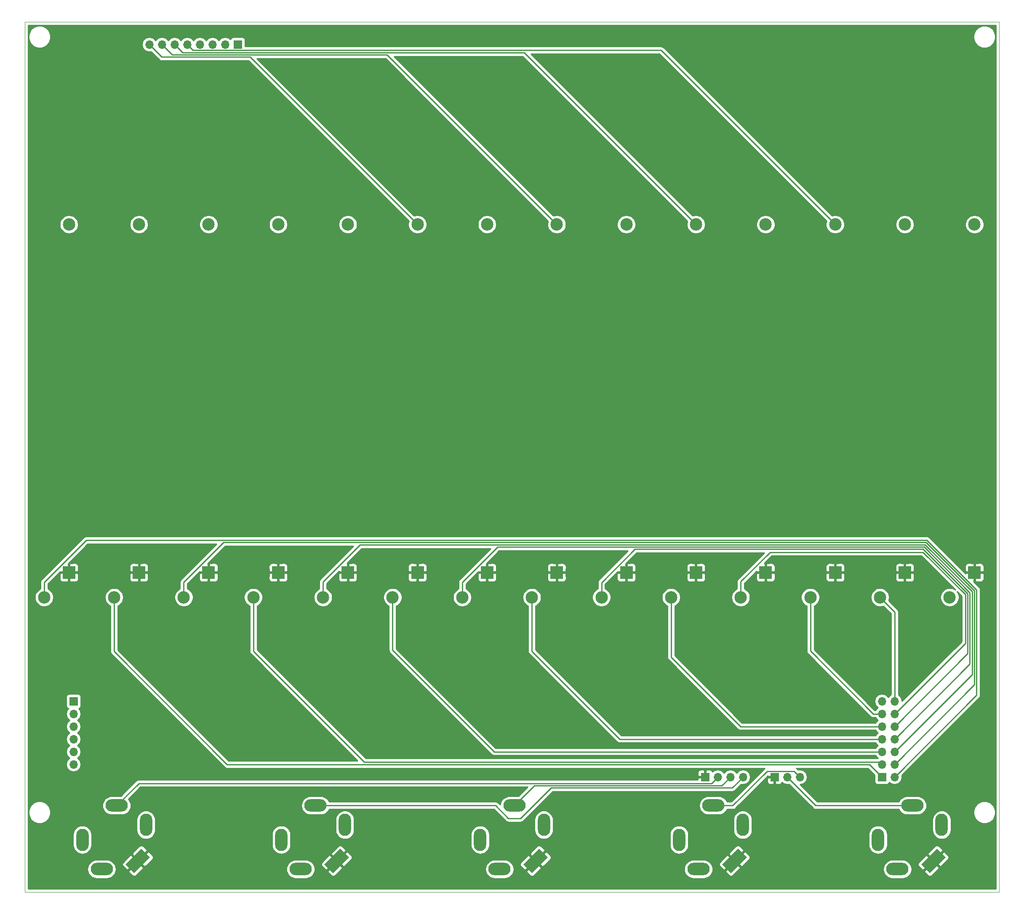
<source format=gbr>
%TF.GenerationSoftware,KiCad,Pcbnew,5.1.10-88a1d61d58~90~ubuntu20.04.1*%
%TF.CreationDate,2021-09-22T19:35:29-04:00*%
%TF.ProjectId,ysFFB,79734646-422e-46b6-9963-61645f706362,rev?*%
%TF.SameCoordinates,Original*%
%TF.FileFunction,Copper,L1,Top*%
%TF.FilePolarity,Positive*%
%FSLAX46Y46*%
G04 Gerber Fmt 4.6, Leading zero omitted, Abs format (unit mm)*
G04 Created by KiCad (PCBNEW 5.1.10-88a1d61d58~90~ubuntu20.04.1) date 2021-09-22 19:35:29*
%MOMM*%
%LPD*%
G01*
G04 APERTURE LIST*
%TA.AperFunction,Profile*%
%ADD10C,0.100000*%
%TD*%
%TA.AperFunction,ComponentPad*%
%ADD11C,2.500000*%
%TD*%
%TA.AperFunction,ComponentPad*%
%ADD12R,2.500000X2.500000*%
%TD*%
%TA.AperFunction,ComponentPad*%
%ADD13O,1.700000X1.700000*%
%TD*%
%TA.AperFunction,ComponentPad*%
%ADD14R,1.700000X1.700000*%
%TD*%
%TA.AperFunction,ComponentPad*%
%ADD15O,4.500001X2.500001*%
%TD*%
%TA.AperFunction,ComponentPad*%
%ADD16O,2.500000X4.500000*%
%TD*%
%TA.AperFunction,ComponentPad*%
%ADD17O,2.500000X4.500001*%
%TD*%
%TA.AperFunction,ComponentPad*%
%ADD18C,0.100000*%
%TD*%
%TA.AperFunction,ComponentPad*%
%ADD19O,4.500000X2.500000*%
%TD*%
%TA.AperFunction,Conductor*%
%ADD20C,0.250000*%
%TD*%
%TA.AperFunction,Conductor*%
%ADD21C,0.254000*%
%TD*%
%TA.AperFunction,Conductor*%
%ADD22C,0.100000*%
%TD*%
G04 APERTURE END LIST*
D10*
X-5200000Y-32000000D02*
X-5200000Y-207000000D01*
X-201200000Y-32000000D02*
X-5200000Y-32000000D01*
X-5200000Y-207000000D02*
X-201200000Y-207000000D01*
X-201200000Y-207000000D02*
X-201200000Y-32000000D01*
D11*
%TO.P,RV6,3*%
%TO.N,/Panel components/BP4PP*%
X-66206000Y-72745000D03*
%TO.P,RV6,2*%
%TO.N,P2_4*%
X-71206000Y-147745000D03*
D12*
%TO.P,RV6,1*%
%TO.N,GND1*%
X-66206000Y-142745000D03*
%TD*%
D13*
%TO.P,J16,3*%
%TO.N,LOW_INPUT_P*%
X-45320000Y-183870000D03*
%TO.P,J16,2*%
%TO.N,HIGH_INPUT_P*%
X-47860000Y-183870000D03*
D14*
%TO.P,J16,1*%
%TO.N,GND1*%
X-50400000Y-183870000D03*
%TD*%
D13*
%TO.P,J15,4*%
%TO.N,ALL_P*%
X-56750000Y-183870000D03*
%TO.P,J15,3*%
%TO.N,EVEN_P*%
X-59290000Y-183870000D03*
%TO.P,J15,2*%
%TO.N,ODD_P*%
X-61830000Y-183870000D03*
D14*
%TO.P,J15,1*%
%TO.N,GND1*%
X-64370000Y-183870000D03*
%TD*%
D11*
%TO.P,RV2,3*%
%TO.N,/Panel components/BP5PP*%
X-80206000Y-72745000D03*
%TO.P,RV2,2*%
%TO.N,P2_5*%
X-85206000Y-147745000D03*
D12*
%TO.P,RV2,1*%
%TO.N,GND1*%
X-80206000Y-142745000D03*
%TD*%
D15*
%TO.P,J10,RN*%
%TO.N,N/C*%
X-25700000Y-202400000D03*
D16*
%TO.P,J10,TN*%
X-16800000Y-193500000D03*
D17*
%TO.P,J10,R*%
X-29600000Y-196500000D03*
%TA.AperFunction,ComponentPad*%
D18*
%TO.P,J10,S*%
%TO.N,GND1*%
G36*
X-17752893Y-198265126D02*
G01*
X-15985126Y-200032893D01*
X-19167107Y-203214874D01*
X-20934874Y-201447107D01*
X-17752893Y-198265126D01*
G37*
%TD.AperFunction*%
D19*
%TO.P,J10,T*%
%TO.N,HIGH_INPUT_P*%
X-22700000Y-189600000D03*
%TD*%
D13*
%TO.P,J7,8*%
%TO.N,/Panel components/BP8PP*%
X-176130000Y-36550000D03*
%TO.P,J7,7*%
%TO.N,/Panel components/BP6PP*%
X-173590000Y-36550000D03*
%TO.P,J7,6*%
%TO.N,/Panel components/BP4PP*%
X-171050000Y-36550000D03*
%TO.P,J7,5*%
%TO.N,/Panel components/BP2PP*%
X-168510000Y-36550000D03*
%TO.P,J7,4*%
%TO.N,/Panel components/BP1PP*%
X-165970000Y-36550000D03*
%TO.P,J7,3*%
%TO.N,/Panel components/BP3PP*%
X-163430000Y-36550000D03*
%TO.P,J7,2*%
%TO.N,/Panel components/BP5PP*%
X-160890000Y-36550000D03*
D14*
%TO.P,J7,1*%
%TO.N,/Panel components/BP7PP*%
X-158350000Y-36550000D03*
%TD*%
D11*
%TO.P,RV9,3*%
%TO.N,/Panel components/LPP*%
X-10206000Y-72745000D03*
%TO.P,RV9,2*%
%TO.N,P2_L*%
X-15206000Y-147745000D03*
D12*
%TO.P,RV9,1*%
%TO.N,GND1*%
X-10206000Y-142745000D03*
%TD*%
D11*
%TO.P,RV14,3*%
%TO.N,/Panel components/HPPP*%
X-192276000Y-72745000D03*
%TO.P,RV14,2*%
%TO.N,P2_H*%
X-197276000Y-147745000D03*
D12*
%TO.P,RV14,1*%
%TO.N,GND1*%
X-192276000Y-142745000D03*
%TD*%
D11*
%TO.P,RV13,3*%
%TO.N,/Panel components/BP12P*%
X-178206000Y-72745000D03*
%TO.P,RV13,2*%
%TO.N,P2_12*%
X-183206000Y-147745000D03*
D12*
%TO.P,RV13,1*%
%TO.N,GND1*%
X-178206000Y-142745000D03*
%TD*%
D11*
%TO.P,RV1,3*%
%TO.N,/Panel components/BP7PP*%
X-108206000Y-72745000D03*
%TO.P,RV1,2*%
%TO.N,P2_7*%
X-113206000Y-147745000D03*
D12*
%TO.P,RV1,1*%
%TO.N,GND1*%
X-108206000Y-142745000D03*
%TD*%
D11*
%TO.P,RV7,3*%
%TO.N,/Panel components/BP6PP*%
X-94206000Y-72745000D03*
%TO.P,RV7,2*%
%TO.N,P2_6*%
X-99206000Y-147745000D03*
D12*
%TO.P,RV7,1*%
%TO.N,GND1*%
X-94206000Y-142745000D03*
%TD*%
D13*
%TO.P,J9,6*%
%TO.N,/Panel components/HPPP*%
X-191370000Y-181330000D03*
%TO.P,J9,5*%
%TO.N,/Panel components/BP12P*%
X-191370000Y-178790000D03*
%TO.P,J9,4*%
%TO.N,/Panel components/BP10PP*%
X-191370000Y-176250000D03*
%TO.P,J9,3*%
%TO.N,/Panel components/BP9PP*%
X-191370000Y-173710000D03*
%TO.P,J9,2*%
%TO.N,/Panel components/BP11PP*%
X-191370000Y-171170000D03*
D14*
%TO.P,J9,1*%
%TO.N,/Panel components/LPP*%
X-191370000Y-168630000D03*
%TD*%
D11*
%TO.P,RV8,3*%
%TO.N,/Panel components/BP8PP*%
X-122206000Y-72745000D03*
%TO.P,RV8,2*%
%TO.N,P2_8*%
X-127206000Y-147745000D03*
D12*
%TO.P,RV8,1*%
%TO.N,GND1*%
X-122206000Y-142745000D03*
%TD*%
D15*
%TO.P,J12,RN*%
%TO.N,N/C*%
X-145700000Y-202400000D03*
D16*
%TO.P,J12,TN*%
X-136800000Y-193500000D03*
D17*
%TO.P,J12,R*%
X-149600000Y-196500000D03*
%TA.AperFunction,ComponentPad*%
D18*
%TO.P,J12,S*%
%TO.N,GND1*%
G36*
X-137752893Y-198265126D02*
G01*
X-135985126Y-200032893D01*
X-139167107Y-203214874D01*
X-140934874Y-201447107D01*
X-137752893Y-198265126D01*
G37*
%TD.AperFunction*%
D19*
%TO.P,J12,T*%
%TO.N,ALL_P*%
X-142700000Y-189600000D03*
%TD*%
D11*
%TO.P,RV11,3*%
%TO.N,/Panel components/BP9PP*%
X-136206000Y-72745000D03*
%TO.P,RV11,2*%
%TO.N,P2_9*%
X-141206000Y-147745000D03*
D12*
%TO.P,RV11,1*%
%TO.N,GND1*%
X-136206000Y-142745000D03*
%TD*%
D13*
%TO.P,J8,14*%
%TO.N,P2_1*%
X-26270000Y-168630000D03*
%TO.P,J8,13*%
%TO.N,P2_L*%
X-28810000Y-168630000D03*
%TO.P,J8,12*%
%TO.N,P2_3*%
X-26270000Y-171170000D03*
%TO.P,J8,11*%
%TO.N,P2_2*%
X-28810000Y-171170000D03*
%TO.P,J8,10*%
%TO.N,P2_5*%
X-26270000Y-173710000D03*
%TO.P,J8,9*%
%TO.N,P2_4*%
X-28810000Y-173710000D03*
%TO.P,J8,8*%
%TO.N,P2_7*%
X-26270000Y-176250000D03*
%TO.P,J8,7*%
%TO.N,P2_6*%
X-28810000Y-176250000D03*
%TO.P,J8,6*%
%TO.N,P2_9*%
X-26270000Y-178790000D03*
%TO.P,J8,5*%
%TO.N,P2_8*%
X-28810000Y-178790000D03*
%TO.P,J8,4*%
%TO.N,P2_11*%
X-26270000Y-181330000D03*
%TO.P,J8,3*%
%TO.N,P2_10*%
X-28810000Y-181330000D03*
%TO.P,J8,2*%
%TO.N,P2_H*%
X-26270000Y-183870000D03*
D14*
%TO.P,J8,1*%
%TO.N,P2_12*%
X-28810000Y-183870000D03*
%TD*%
D11*
%TO.P,RV4,3*%
%TO.N,/Panel components/BP1PP*%
X-24206000Y-72745000D03*
%TO.P,RV4,2*%
%TO.N,P2_1*%
X-29206000Y-147745000D03*
D12*
%TO.P,RV4,1*%
%TO.N,GND1*%
X-24206000Y-142745000D03*
%TD*%
D11*
%TO.P,RV12,3*%
%TO.N,/Panel components/BP10PP*%
X-150206000Y-72745000D03*
%TO.P,RV12,2*%
%TO.N,P2_10*%
X-155206000Y-147745000D03*
D12*
%TO.P,RV12,1*%
%TO.N,GND1*%
X-150206000Y-142745000D03*
%TD*%
D11*
%TO.P,RV3,3*%
%TO.N,/Panel components/BP3PP*%
X-52206000Y-72745000D03*
%TO.P,RV3,2*%
%TO.N,P2_3*%
X-57206000Y-147745000D03*
D12*
%TO.P,RV3,1*%
%TO.N,GND1*%
X-52206000Y-142745000D03*
%TD*%
D15*
%TO.P,J11,RN*%
%TO.N,N/C*%
X-65700000Y-202400000D03*
D16*
%TO.P,J11,TN*%
X-56800000Y-193500000D03*
D17*
%TO.P,J11,R*%
X-69600000Y-196500000D03*
%TA.AperFunction,ComponentPad*%
D18*
%TO.P,J11,S*%
%TO.N,GND1*%
G36*
X-57752893Y-198265126D02*
G01*
X-55985126Y-200032893D01*
X-59167107Y-203214874D01*
X-60934874Y-201447107D01*
X-57752893Y-198265126D01*
G37*
%TD.AperFunction*%
D19*
%TO.P,J11,T*%
%TO.N,LOW_INPUT_P*%
X-62700000Y-189600000D03*
%TD*%
D15*
%TO.P,J14,RN*%
%TO.N,N/C*%
X-105700000Y-202400000D03*
D16*
%TO.P,J14,TN*%
X-96800000Y-193500000D03*
D17*
%TO.P,J14,R*%
X-109600000Y-196500000D03*
%TA.AperFunction,ComponentPad*%
D18*
%TO.P,J14,S*%
%TO.N,GND1*%
G36*
X-97752893Y-198265126D02*
G01*
X-95985126Y-200032893D01*
X-99167107Y-203214874D01*
X-100934874Y-201447107D01*
X-97752893Y-198265126D01*
G37*
%TD.AperFunction*%
D19*
%TO.P,J14,T*%
%TO.N,EVEN_P*%
X-102700000Y-189600000D03*
%TD*%
D15*
%TO.P,J13,RN*%
%TO.N,N/C*%
X-185700000Y-202400000D03*
D16*
%TO.P,J13,TN*%
X-176800000Y-193500000D03*
D17*
%TO.P,J13,R*%
X-189600000Y-196500000D03*
%TA.AperFunction,ComponentPad*%
D18*
%TO.P,J13,S*%
%TO.N,GND1*%
G36*
X-177752893Y-198265126D02*
G01*
X-175985126Y-200032893D01*
X-179167107Y-203214874D01*
X-180934874Y-201447107D01*
X-177752893Y-198265126D01*
G37*
%TD.AperFunction*%
D19*
%TO.P,J13,T*%
%TO.N,ODD_P*%
X-182700000Y-189600000D03*
%TD*%
D11*
%TO.P,RV10,3*%
%TO.N,/Panel components/BP11PP*%
X-164206000Y-72745000D03*
%TO.P,RV10,2*%
%TO.N,P2_11*%
X-169206000Y-147745000D03*
D12*
%TO.P,RV10,1*%
%TO.N,GND1*%
X-164206000Y-142745000D03*
%TD*%
D11*
%TO.P,RV5,3*%
%TO.N,/Panel components/BP2PP*%
X-38206000Y-72745000D03*
%TO.P,RV5,2*%
%TO.N,P2_2*%
X-43206000Y-147745000D03*
D12*
%TO.P,RV5,1*%
%TO.N,GND1*%
X-38206000Y-142745000D03*
%TD*%
D20*
%TO.N,P2_H*%
X-9795945Y-167395945D02*
X-9795945Y-146235000D01*
X-19785945Y-136245000D02*
X-188830000Y-136245000D01*
X-197276000Y-144691000D02*
X-197276000Y-147745000D01*
X-26270000Y-183870000D02*
X-9795945Y-167395945D01*
X-188830000Y-136245000D02*
X-197276000Y-144691000D01*
X-9795945Y-146235000D02*
X-19785945Y-136245000D01*
%TO.N,P2_L*%
X-29206000Y-168234000D02*
X-28810000Y-168630000D01*
%TO.N,P2_12*%
X-160494033Y-181344967D02*
X-31335033Y-181344967D01*
X-183206000Y-147745000D02*
X-183206000Y-158633000D01*
X-183206000Y-158633000D02*
X-160494033Y-181344967D01*
X-31335033Y-181344967D02*
X-28810000Y-183870000D01*
%TO.N,P2_11*%
X-10245956Y-146421400D02*
X-19972345Y-136695011D01*
X-26270000Y-181330000D02*
X-10245956Y-165305956D01*
X-161213011Y-136695011D02*
X-169206000Y-144688000D01*
X-19972345Y-136695011D02*
X-161213011Y-136695011D01*
X-10245956Y-165305956D02*
X-10245956Y-146421400D01*
X-169206000Y-144688000D02*
X-169206000Y-147745000D01*
%TO.N,P2_10*%
X-29245044Y-180894956D02*
X-28810000Y-181330000D01*
X-155206000Y-158566000D02*
X-132877044Y-180894956D01*
X-132877044Y-180894956D02*
X-29245044Y-180894956D01*
X-155206000Y-147745000D02*
X-155206000Y-158566000D01*
%TO.N,P2_9*%
X-26270000Y-178790000D02*
X-10695967Y-163215967D01*
X-10695967Y-163215967D02*
X-10695967Y-146607800D01*
X-133723022Y-137145022D02*
X-141206000Y-144628000D01*
X-10695967Y-146607800D02*
X-20158745Y-137145022D01*
X-141206000Y-144628000D02*
X-141206000Y-147745000D01*
X-20158745Y-137145022D02*
X-133723022Y-137145022D01*
%TO.N,P2_8*%
X-127206000Y-147745000D02*
X-127206000Y-158372000D01*
X-127206000Y-158372000D02*
X-106788000Y-178790000D01*
X-106788000Y-178790000D02*
X-28810000Y-178790000D01*
%TO.N,P2_7*%
X-11145978Y-161125978D02*
X-11145978Y-146794200D01*
X-11145978Y-146794200D02*
X-20345145Y-137595033D01*
X-26270000Y-176250000D02*
X-11145978Y-161125978D01*
X-20345145Y-137595033D02*
X-106106033Y-137595033D01*
X-113206000Y-144695000D02*
X-113206000Y-147745000D01*
X-106106033Y-137595033D02*
X-113206000Y-144695000D01*
%TO.N,P2_6*%
X-99206000Y-158559000D02*
X-81515000Y-176250000D01*
X-81515000Y-176250000D02*
X-28810000Y-176250000D01*
X-99206000Y-147745000D02*
X-99206000Y-158559000D01*
%TO.N,P2_5*%
X-78489044Y-138045044D02*
X-85206000Y-144762000D01*
X-26270000Y-173710000D02*
X-11595989Y-159035989D01*
X-20531545Y-138045044D02*
X-78489044Y-138045044D01*
X-11595989Y-146980600D02*
X-20531545Y-138045044D01*
X-85206000Y-144762000D02*
X-85206000Y-147745000D01*
X-11595989Y-159035989D02*
X-11595989Y-146980600D01*
%TO.N,P2_4*%
X-71206000Y-159762000D02*
X-57258000Y-173710000D01*
X-71206000Y-147745000D02*
X-71206000Y-159762000D01*
X-57258000Y-173710000D02*
X-28810000Y-173710000D01*
%TO.N,P2_3*%
X-12046000Y-147167000D02*
X-20555000Y-138658000D01*
X-20555000Y-138658000D02*
X-51289000Y-138658000D01*
X-51289000Y-138658000D02*
X-57206000Y-144575000D01*
X-26270000Y-171170000D02*
X-12046000Y-156946000D01*
X-12046000Y-156946000D02*
X-12046000Y-147167000D01*
X-57206000Y-144575000D02*
X-57206000Y-147745000D01*
%TO.N,P2_2*%
X-43206000Y-147745000D02*
X-43206000Y-158552000D01*
X-42870356Y-147745000D02*
X-43206000Y-147745000D01*
X-43206000Y-158552000D02*
X-30588000Y-171170000D01*
X-30588000Y-171170000D02*
X-28810000Y-171170000D01*
%TO.N,P2_1*%
X-26270000Y-163169000D02*
X-26270000Y-168630000D01*
X-29206000Y-147745000D02*
X-26270000Y-150681000D01*
X-26270000Y-150681000D02*
X-26270000Y-163169000D01*
%TO.N,HIGH_INPUT_P*%
X-47860000Y-183870000D02*
X-42130000Y-189600000D01*
X-42130000Y-189600000D02*
X-22700000Y-189600000D01*
%TO.N,LOW_INPUT_P*%
X-45320000Y-183870000D02*
X-46495001Y-182694999D01*
X-51885999Y-182694999D02*
X-58791000Y-189600000D01*
X-46495001Y-182694999D02*
X-51885999Y-182694999D01*
X-58791000Y-189600000D02*
X-62700000Y-189600000D01*
%TO.N,ALL_P*%
X-95329020Y-186040022D02*
X-58920022Y-186040022D01*
X-58920022Y-186040022D02*
X-56750000Y-183870000D01*
X-103936001Y-192175001D02*
X-101463999Y-192175001D01*
X-106511002Y-189600000D02*
X-103936001Y-192175001D01*
X-101463999Y-192175001D02*
X-95329020Y-186040022D01*
X-142700000Y-189600000D02*
X-106511002Y-189600000D01*
%TO.N,ODD_P*%
X-61830000Y-183870000D02*
X-63100000Y-185140000D01*
X-63100000Y-185140000D02*
X-178240000Y-185140000D01*
X-178240000Y-185140000D02*
X-182700000Y-189600000D01*
%TO.N,EVEN_P*%
X-61010011Y-185590011D02*
X-59290000Y-183870000D01*
X-102700000Y-189600000D02*
X-98690011Y-185590011D01*
X-98690011Y-185590011D02*
X-61010011Y-185590011D01*
%TO.N,/Panel components/BP2PP*%
X-73225999Y-37725001D02*
X-38206000Y-72745000D01*
X-167334999Y-37725001D02*
X-73225999Y-37725001D01*
X-168510000Y-36550000D02*
X-167334999Y-37725001D01*
%TO.N,/Panel components/BP4PP*%
X-171050000Y-36550000D02*
X-169424988Y-38175012D01*
X-100775988Y-38175012D02*
X-66206000Y-72745000D01*
X-169424988Y-38175012D02*
X-100775988Y-38175012D01*
%TO.N,/Panel components/BP6PP*%
X-171514977Y-38625023D02*
X-128325977Y-38625023D01*
X-173590000Y-36550000D02*
X-171514977Y-38625023D01*
X-128325977Y-38625023D02*
X-94206000Y-72745000D01*
%TO.N,/Panel components/BP8PP*%
X-173604966Y-39075034D02*
X-155875966Y-39075034D01*
X-176130000Y-36550000D02*
X-173604966Y-39075034D01*
X-155875966Y-39075034D02*
X-122206000Y-72745000D01*
%TD*%
D21*
%TO.N,GND1*%
X-5884999Y-206315000D02*
X-200515000Y-206315000D01*
X-200515000Y-202400000D01*
X-188594120Y-202400000D01*
X-188557725Y-202769524D01*
X-188449939Y-203124848D01*
X-188274903Y-203452317D01*
X-188039345Y-203739345D01*
X-187752317Y-203974903D01*
X-187424848Y-204149939D01*
X-187069524Y-204257725D01*
X-186792597Y-204285000D01*
X-184607403Y-204285000D01*
X-184330476Y-204257725D01*
X-183975152Y-204149939D01*
X-183647683Y-203974903D01*
X-183360655Y-203739345D01*
X-183125097Y-203452317D01*
X-182950061Y-203124848D01*
X-182842275Y-202769524D01*
X-182841096Y-202757552D01*
X-180297947Y-202757552D01*
X-180297947Y-202982059D01*
X-179618292Y-203666059D01*
X-179521601Y-203745412D01*
X-179411286Y-203804376D01*
X-179291588Y-203840685D01*
X-179167107Y-203852946D01*
X-179042626Y-203840685D01*
X-178922927Y-203804376D01*
X-178812613Y-203745412D01*
X-178715922Y-203666059D01*
X-177453817Y-202400000D01*
X-148594120Y-202400000D01*
X-148557725Y-202769524D01*
X-148449939Y-203124848D01*
X-148274903Y-203452317D01*
X-148039345Y-203739345D01*
X-147752317Y-203974903D01*
X-147424848Y-204149939D01*
X-147069524Y-204257725D01*
X-146792597Y-204285000D01*
X-144607403Y-204285000D01*
X-144330476Y-204257725D01*
X-143975152Y-204149939D01*
X-143647683Y-203974903D01*
X-143360655Y-203739345D01*
X-143125097Y-203452317D01*
X-142950061Y-203124848D01*
X-142842275Y-202769524D01*
X-142841096Y-202757552D01*
X-140297947Y-202757552D01*
X-140297947Y-202982059D01*
X-139618292Y-203666059D01*
X-139521601Y-203745412D01*
X-139411286Y-203804376D01*
X-139291588Y-203840685D01*
X-139167107Y-203852946D01*
X-139042626Y-203840685D01*
X-138922927Y-203804376D01*
X-138812613Y-203745412D01*
X-138715922Y-203666059D01*
X-137453817Y-202400000D01*
X-108594120Y-202400000D01*
X-108557725Y-202769524D01*
X-108449939Y-203124848D01*
X-108274903Y-203452317D01*
X-108039345Y-203739345D01*
X-107752317Y-203974903D01*
X-107424848Y-204149939D01*
X-107069524Y-204257725D01*
X-106792597Y-204285000D01*
X-104607403Y-204285000D01*
X-104330476Y-204257725D01*
X-103975152Y-204149939D01*
X-103647683Y-203974903D01*
X-103360655Y-203739345D01*
X-103125097Y-203452317D01*
X-102950061Y-203124848D01*
X-102842275Y-202769524D01*
X-102841096Y-202757552D01*
X-100297947Y-202757552D01*
X-100297947Y-202982059D01*
X-99618292Y-203666059D01*
X-99521601Y-203745412D01*
X-99411286Y-203804376D01*
X-99291588Y-203840685D01*
X-99167107Y-203852946D01*
X-99042626Y-203840685D01*
X-98922927Y-203804376D01*
X-98812613Y-203745412D01*
X-98715922Y-203666059D01*
X-97453817Y-202400000D01*
X-68594120Y-202400000D01*
X-68557725Y-202769524D01*
X-68449939Y-203124848D01*
X-68274903Y-203452317D01*
X-68039345Y-203739345D01*
X-67752317Y-203974903D01*
X-67424848Y-204149939D01*
X-67069524Y-204257725D01*
X-66792597Y-204285000D01*
X-64607403Y-204285000D01*
X-64330476Y-204257725D01*
X-63975152Y-204149939D01*
X-63647683Y-203974903D01*
X-63360655Y-203739345D01*
X-63125097Y-203452317D01*
X-62950061Y-203124848D01*
X-62842275Y-202769524D01*
X-62841096Y-202757552D01*
X-60297947Y-202757552D01*
X-60297947Y-202982059D01*
X-59618292Y-203666059D01*
X-59521601Y-203745412D01*
X-59411286Y-203804376D01*
X-59291588Y-203840685D01*
X-59167107Y-203852946D01*
X-59042626Y-203840685D01*
X-58922927Y-203804376D01*
X-58812613Y-203745412D01*
X-58715922Y-203666059D01*
X-57453817Y-202400000D01*
X-28594120Y-202400000D01*
X-28557725Y-202769524D01*
X-28449939Y-203124848D01*
X-28274903Y-203452317D01*
X-28039345Y-203739345D01*
X-27752317Y-203974903D01*
X-27424848Y-204149939D01*
X-27069524Y-204257725D01*
X-26792597Y-204285000D01*
X-24607403Y-204285000D01*
X-24330476Y-204257725D01*
X-23975152Y-204149939D01*
X-23647683Y-203974903D01*
X-23360655Y-203739345D01*
X-23125097Y-203452317D01*
X-22950061Y-203124848D01*
X-22842275Y-202769524D01*
X-22841096Y-202757552D01*
X-20297947Y-202757552D01*
X-20297947Y-202982059D01*
X-19618292Y-203666059D01*
X-19521601Y-203745412D01*
X-19411286Y-203804376D01*
X-19291588Y-203840685D01*
X-19167107Y-203852946D01*
X-19042626Y-203840685D01*
X-18922927Y-203804376D01*
X-18812613Y-203745412D01*
X-18715922Y-203666059D01*
X-17329159Y-202274952D01*
X-17329159Y-202050446D01*
X-18460000Y-200919605D01*
X-20297947Y-202757552D01*
X-22841096Y-202757552D01*
X-22805880Y-202400000D01*
X-22842275Y-202030476D01*
X-22950061Y-201675152D01*
X-23071953Y-201447107D01*
X-21572946Y-201447107D01*
X-21560685Y-201571588D01*
X-21524376Y-201691286D01*
X-21465412Y-201801601D01*
X-21386059Y-201898292D01*
X-20702059Y-202577947D01*
X-20477552Y-202577947D01*
X-18639605Y-200740000D01*
X-18280395Y-200740000D01*
X-17149554Y-201870841D01*
X-16925048Y-201870841D01*
X-15533941Y-200484078D01*
X-15454588Y-200387387D01*
X-15395624Y-200277073D01*
X-15359315Y-200157374D01*
X-15347054Y-200032893D01*
X-15359315Y-199908412D01*
X-15395624Y-199788714D01*
X-15454588Y-199678399D01*
X-15533941Y-199581708D01*
X-16217941Y-198902053D01*
X-16442448Y-198902053D01*
X-18280395Y-200740000D01*
X-18639605Y-200740000D01*
X-19770446Y-199609159D01*
X-19994952Y-199609159D01*
X-21386059Y-200995922D01*
X-21465412Y-201092613D01*
X-21524376Y-201202927D01*
X-21560685Y-201322626D01*
X-21572946Y-201447107D01*
X-23071953Y-201447107D01*
X-23125097Y-201347683D01*
X-23360655Y-201060655D01*
X-23647683Y-200825097D01*
X-23975152Y-200650061D01*
X-24330476Y-200542275D01*
X-24607403Y-200515000D01*
X-26792597Y-200515000D01*
X-27069524Y-200542275D01*
X-27424848Y-200650061D01*
X-27752317Y-200825097D01*
X-28039345Y-201060655D01*
X-28274903Y-201347683D01*
X-28449939Y-201675152D01*
X-28557725Y-202030476D01*
X-28594120Y-202400000D01*
X-57453817Y-202400000D01*
X-57329159Y-202274952D01*
X-57329159Y-202050446D01*
X-58460000Y-200919605D01*
X-60297947Y-202757552D01*
X-62841096Y-202757552D01*
X-62805880Y-202400000D01*
X-62842275Y-202030476D01*
X-62950061Y-201675152D01*
X-63071953Y-201447107D01*
X-61572946Y-201447107D01*
X-61560685Y-201571588D01*
X-61524376Y-201691286D01*
X-61465412Y-201801601D01*
X-61386059Y-201898292D01*
X-60702059Y-202577947D01*
X-60477552Y-202577947D01*
X-58639605Y-200740000D01*
X-58280395Y-200740000D01*
X-57149554Y-201870841D01*
X-56925048Y-201870841D01*
X-55533941Y-200484078D01*
X-55454588Y-200387387D01*
X-55395624Y-200277073D01*
X-55359315Y-200157374D01*
X-55347054Y-200032893D01*
X-55359315Y-199908412D01*
X-55395624Y-199788714D01*
X-55454588Y-199678399D01*
X-55533941Y-199581708D01*
X-56217941Y-198902053D01*
X-56442448Y-198902053D01*
X-58280395Y-200740000D01*
X-58639605Y-200740000D01*
X-59770446Y-199609159D01*
X-59994952Y-199609159D01*
X-61386059Y-200995922D01*
X-61465412Y-201092613D01*
X-61524376Y-201202927D01*
X-61560685Y-201322626D01*
X-61572946Y-201447107D01*
X-63071953Y-201447107D01*
X-63125097Y-201347683D01*
X-63360655Y-201060655D01*
X-63647683Y-200825097D01*
X-63975152Y-200650061D01*
X-64330476Y-200542275D01*
X-64607403Y-200515000D01*
X-66792597Y-200515000D01*
X-67069524Y-200542275D01*
X-67424848Y-200650061D01*
X-67752317Y-200825097D01*
X-68039345Y-201060655D01*
X-68274903Y-201347683D01*
X-68449939Y-201675152D01*
X-68557725Y-202030476D01*
X-68594120Y-202400000D01*
X-97453817Y-202400000D01*
X-97329159Y-202274952D01*
X-97329159Y-202050446D01*
X-98460000Y-200919605D01*
X-100297947Y-202757552D01*
X-102841096Y-202757552D01*
X-102805880Y-202400000D01*
X-102842275Y-202030476D01*
X-102950061Y-201675152D01*
X-103071953Y-201447107D01*
X-101572946Y-201447107D01*
X-101560685Y-201571588D01*
X-101524376Y-201691286D01*
X-101465412Y-201801601D01*
X-101386059Y-201898292D01*
X-100702059Y-202577947D01*
X-100477552Y-202577947D01*
X-98639605Y-200740000D01*
X-98280395Y-200740000D01*
X-97149554Y-201870841D01*
X-96925048Y-201870841D01*
X-95533941Y-200484078D01*
X-95454588Y-200387387D01*
X-95395624Y-200277073D01*
X-95359315Y-200157374D01*
X-95347054Y-200032893D01*
X-95359315Y-199908412D01*
X-95395624Y-199788714D01*
X-95454588Y-199678399D01*
X-95533941Y-199581708D01*
X-96217941Y-198902053D01*
X-96442448Y-198902053D01*
X-98280395Y-200740000D01*
X-98639605Y-200740000D01*
X-99770446Y-199609159D01*
X-99994952Y-199609159D01*
X-101386059Y-200995922D01*
X-101465412Y-201092613D01*
X-101524376Y-201202927D01*
X-101560685Y-201322626D01*
X-101572946Y-201447107D01*
X-103071953Y-201447107D01*
X-103125097Y-201347683D01*
X-103360655Y-201060655D01*
X-103647683Y-200825097D01*
X-103975152Y-200650061D01*
X-104330476Y-200542275D01*
X-104607403Y-200515000D01*
X-106792597Y-200515000D01*
X-107069524Y-200542275D01*
X-107424848Y-200650061D01*
X-107752317Y-200825097D01*
X-108039345Y-201060655D01*
X-108274903Y-201347683D01*
X-108449939Y-201675152D01*
X-108557725Y-202030476D01*
X-108594120Y-202400000D01*
X-137453817Y-202400000D01*
X-137329159Y-202274952D01*
X-137329159Y-202050446D01*
X-138460000Y-200919605D01*
X-140297947Y-202757552D01*
X-142841096Y-202757552D01*
X-142805880Y-202400000D01*
X-142842275Y-202030476D01*
X-142950061Y-201675152D01*
X-143071953Y-201447107D01*
X-141572946Y-201447107D01*
X-141560685Y-201571588D01*
X-141524376Y-201691286D01*
X-141465412Y-201801601D01*
X-141386059Y-201898292D01*
X-140702059Y-202577947D01*
X-140477552Y-202577947D01*
X-138639605Y-200740000D01*
X-138280395Y-200740000D01*
X-137149554Y-201870841D01*
X-136925048Y-201870841D01*
X-135533941Y-200484078D01*
X-135454588Y-200387387D01*
X-135395624Y-200277073D01*
X-135359315Y-200157374D01*
X-135347054Y-200032893D01*
X-135359315Y-199908412D01*
X-135395624Y-199788714D01*
X-135454588Y-199678399D01*
X-135533941Y-199581708D01*
X-136217941Y-198902053D01*
X-136442448Y-198902053D01*
X-138280395Y-200740000D01*
X-138639605Y-200740000D01*
X-139770446Y-199609159D01*
X-139994952Y-199609159D01*
X-141386059Y-200995922D01*
X-141465412Y-201092613D01*
X-141524376Y-201202927D01*
X-141560685Y-201322626D01*
X-141572946Y-201447107D01*
X-143071953Y-201447107D01*
X-143125097Y-201347683D01*
X-143360655Y-201060655D01*
X-143647683Y-200825097D01*
X-143975152Y-200650061D01*
X-144330476Y-200542275D01*
X-144607403Y-200515000D01*
X-146792597Y-200515000D01*
X-147069524Y-200542275D01*
X-147424848Y-200650061D01*
X-147752317Y-200825097D01*
X-148039345Y-201060655D01*
X-148274903Y-201347683D01*
X-148449939Y-201675152D01*
X-148557725Y-202030476D01*
X-148594120Y-202400000D01*
X-177453817Y-202400000D01*
X-177329159Y-202274952D01*
X-177329159Y-202050446D01*
X-178460000Y-200919605D01*
X-180297947Y-202757552D01*
X-182841096Y-202757552D01*
X-182805880Y-202400000D01*
X-182842275Y-202030476D01*
X-182950061Y-201675152D01*
X-183071953Y-201447107D01*
X-181572946Y-201447107D01*
X-181560685Y-201571588D01*
X-181524376Y-201691286D01*
X-181465412Y-201801601D01*
X-181386059Y-201898292D01*
X-180702059Y-202577947D01*
X-180477552Y-202577947D01*
X-178639605Y-200740000D01*
X-178280395Y-200740000D01*
X-177149554Y-201870841D01*
X-176925048Y-201870841D01*
X-175533941Y-200484078D01*
X-175454588Y-200387387D01*
X-175395624Y-200277073D01*
X-175359315Y-200157374D01*
X-175347054Y-200032893D01*
X-175359315Y-199908412D01*
X-175395624Y-199788714D01*
X-175454588Y-199678399D01*
X-175533941Y-199581708D01*
X-176217941Y-198902053D01*
X-176442448Y-198902053D01*
X-178280395Y-200740000D01*
X-178639605Y-200740000D01*
X-179770446Y-199609159D01*
X-179994952Y-199609159D01*
X-181386059Y-200995922D01*
X-181465412Y-201092613D01*
X-181524376Y-201202927D01*
X-181560685Y-201322626D01*
X-181572946Y-201447107D01*
X-183071953Y-201447107D01*
X-183125097Y-201347683D01*
X-183360655Y-201060655D01*
X-183647683Y-200825097D01*
X-183975152Y-200650061D01*
X-184330476Y-200542275D01*
X-184607403Y-200515000D01*
X-186792597Y-200515000D01*
X-187069524Y-200542275D01*
X-187424848Y-200650061D01*
X-187752317Y-200825097D01*
X-188039345Y-201060655D01*
X-188274903Y-201347683D01*
X-188449939Y-201675152D01*
X-188557725Y-202030476D01*
X-188594120Y-202400000D01*
X-200515000Y-202400000D01*
X-200515000Y-197592596D01*
X-191485000Y-197592596D01*
X-191457725Y-197869523D01*
X-191349939Y-198224847D01*
X-191174903Y-198552317D01*
X-190939345Y-198839345D01*
X-190652317Y-199074903D01*
X-190324848Y-199249939D01*
X-189969524Y-199357725D01*
X-189600000Y-199394120D01*
X-189230477Y-199357725D01*
X-188875153Y-199249939D01*
X-188791168Y-199205048D01*
X-179590841Y-199205048D01*
X-179590841Y-199429554D01*
X-178460000Y-200560395D01*
X-176622053Y-198722448D01*
X-176622053Y-198497941D01*
X-177301708Y-197813941D01*
X-177398399Y-197734588D01*
X-177508714Y-197675624D01*
X-177628412Y-197639315D01*
X-177752893Y-197627054D01*
X-177877374Y-197639315D01*
X-177997073Y-197675624D01*
X-178107387Y-197734588D01*
X-178204078Y-197813941D01*
X-179590841Y-199205048D01*
X-188791168Y-199205048D01*
X-188547683Y-199074903D01*
X-188260655Y-198839345D01*
X-188025097Y-198552317D01*
X-187850061Y-198224848D01*
X-187742275Y-197869524D01*
X-187715000Y-197592597D01*
X-187715000Y-197592596D01*
X-151485000Y-197592596D01*
X-151457725Y-197869523D01*
X-151349939Y-198224847D01*
X-151174903Y-198552317D01*
X-150939345Y-198839345D01*
X-150652317Y-199074903D01*
X-150324848Y-199249939D01*
X-149969524Y-199357725D01*
X-149600000Y-199394120D01*
X-149230477Y-199357725D01*
X-148875153Y-199249939D01*
X-148791168Y-199205048D01*
X-139590841Y-199205048D01*
X-139590841Y-199429554D01*
X-138460000Y-200560395D01*
X-136622053Y-198722448D01*
X-136622053Y-198497941D01*
X-137301708Y-197813941D01*
X-137398399Y-197734588D01*
X-137508714Y-197675624D01*
X-137628412Y-197639315D01*
X-137752893Y-197627054D01*
X-137877374Y-197639315D01*
X-137997073Y-197675624D01*
X-138107387Y-197734588D01*
X-138204078Y-197813941D01*
X-139590841Y-199205048D01*
X-148791168Y-199205048D01*
X-148547683Y-199074903D01*
X-148260655Y-198839345D01*
X-148025097Y-198552317D01*
X-147850061Y-198224848D01*
X-147742275Y-197869524D01*
X-147715000Y-197592597D01*
X-147715000Y-197592596D01*
X-111485000Y-197592596D01*
X-111457725Y-197869523D01*
X-111349939Y-198224847D01*
X-111174903Y-198552317D01*
X-110939345Y-198839345D01*
X-110652317Y-199074903D01*
X-110324848Y-199249939D01*
X-109969524Y-199357725D01*
X-109600000Y-199394120D01*
X-109230477Y-199357725D01*
X-108875153Y-199249939D01*
X-108791168Y-199205048D01*
X-99590841Y-199205048D01*
X-99590841Y-199429554D01*
X-98460000Y-200560395D01*
X-96622053Y-198722448D01*
X-96622053Y-198497941D01*
X-97301708Y-197813941D01*
X-97398399Y-197734588D01*
X-97508714Y-197675624D01*
X-97628412Y-197639315D01*
X-97752893Y-197627054D01*
X-97877374Y-197639315D01*
X-97997073Y-197675624D01*
X-98107387Y-197734588D01*
X-98204078Y-197813941D01*
X-99590841Y-199205048D01*
X-108791168Y-199205048D01*
X-108547683Y-199074903D01*
X-108260655Y-198839345D01*
X-108025097Y-198552317D01*
X-107850061Y-198224848D01*
X-107742275Y-197869524D01*
X-107715000Y-197592597D01*
X-107715000Y-197592596D01*
X-71485000Y-197592596D01*
X-71457725Y-197869523D01*
X-71349939Y-198224847D01*
X-71174903Y-198552317D01*
X-70939345Y-198839345D01*
X-70652317Y-199074903D01*
X-70324848Y-199249939D01*
X-69969524Y-199357725D01*
X-69600000Y-199394120D01*
X-69230477Y-199357725D01*
X-68875153Y-199249939D01*
X-68791168Y-199205048D01*
X-59590841Y-199205048D01*
X-59590841Y-199429554D01*
X-58460000Y-200560395D01*
X-56622053Y-198722448D01*
X-56622053Y-198497941D01*
X-57301708Y-197813941D01*
X-57398399Y-197734588D01*
X-57508714Y-197675624D01*
X-57628412Y-197639315D01*
X-57752893Y-197627054D01*
X-57877374Y-197639315D01*
X-57997073Y-197675624D01*
X-58107387Y-197734588D01*
X-58204078Y-197813941D01*
X-59590841Y-199205048D01*
X-68791168Y-199205048D01*
X-68547683Y-199074903D01*
X-68260655Y-198839345D01*
X-68025097Y-198552317D01*
X-67850061Y-198224848D01*
X-67742275Y-197869524D01*
X-67715000Y-197592597D01*
X-67715000Y-197592596D01*
X-31485000Y-197592596D01*
X-31457725Y-197869523D01*
X-31349939Y-198224847D01*
X-31174903Y-198552317D01*
X-30939345Y-198839345D01*
X-30652317Y-199074903D01*
X-30324848Y-199249939D01*
X-29969524Y-199357725D01*
X-29600000Y-199394120D01*
X-29230477Y-199357725D01*
X-28875153Y-199249939D01*
X-28791168Y-199205048D01*
X-19590841Y-199205048D01*
X-19590841Y-199429554D01*
X-18460000Y-200560395D01*
X-16622053Y-198722448D01*
X-16622053Y-198497941D01*
X-17301708Y-197813941D01*
X-17398399Y-197734588D01*
X-17508714Y-197675624D01*
X-17628412Y-197639315D01*
X-17752893Y-197627054D01*
X-17877374Y-197639315D01*
X-17997073Y-197675624D01*
X-18107387Y-197734588D01*
X-18204078Y-197813941D01*
X-19590841Y-199205048D01*
X-28791168Y-199205048D01*
X-28547683Y-199074903D01*
X-28260655Y-198839345D01*
X-28025097Y-198552317D01*
X-27850061Y-198224848D01*
X-27742275Y-197869524D01*
X-27715000Y-197592597D01*
X-27715000Y-195407403D01*
X-27742275Y-195130476D01*
X-27850061Y-194775152D01*
X-27947639Y-194592596D01*
X-18685000Y-194592596D01*
X-18657725Y-194869523D01*
X-18549939Y-195224847D01*
X-18374903Y-195552317D01*
X-18139345Y-195839345D01*
X-17852317Y-196074903D01*
X-17524848Y-196249939D01*
X-17169524Y-196357725D01*
X-16800000Y-196394120D01*
X-16430477Y-196357725D01*
X-16075153Y-196249939D01*
X-15747683Y-196074903D01*
X-15460655Y-195839345D01*
X-15225097Y-195552317D01*
X-15050061Y-195224848D01*
X-14942275Y-194869524D01*
X-14915000Y-194592597D01*
X-14915000Y-192407403D01*
X-14942275Y-192130476D01*
X-15050061Y-191775152D01*
X-15225097Y-191447683D01*
X-15460655Y-191160655D01*
X-15747683Y-190925097D01*
X-16019379Y-190779872D01*
X-10435000Y-190779872D01*
X-10435000Y-191220128D01*
X-10349110Y-191651925D01*
X-10180631Y-192058669D01*
X-9936038Y-192424729D01*
X-9624729Y-192736038D01*
X-9258669Y-192980631D01*
X-8851925Y-193149110D01*
X-8420128Y-193235000D01*
X-7979872Y-193235000D01*
X-7548075Y-193149110D01*
X-7141331Y-192980631D01*
X-6775271Y-192736038D01*
X-6463962Y-192424729D01*
X-6219369Y-192058669D01*
X-6050890Y-191651925D01*
X-5965000Y-191220128D01*
X-5965000Y-190779872D01*
X-6050890Y-190348075D01*
X-6219369Y-189941331D01*
X-6463962Y-189575271D01*
X-6775271Y-189263962D01*
X-7141331Y-189019369D01*
X-7548075Y-188850890D01*
X-7979872Y-188765000D01*
X-8420128Y-188765000D01*
X-8851925Y-188850890D01*
X-9258669Y-189019369D01*
X-9624729Y-189263962D01*
X-9936038Y-189575271D01*
X-10180631Y-189941331D01*
X-10349110Y-190348075D01*
X-10435000Y-190779872D01*
X-16019379Y-190779872D01*
X-16075152Y-190750061D01*
X-16430476Y-190642275D01*
X-16800000Y-190605880D01*
X-17169523Y-190642275D01*
X-17524847Y-190750061D01*
X-17852316Y-190925097D01*
X-18139344Y-191160655D01*
X-18374902Y-191447683D01*
X-18549938Y-191775152D01*
X-18657724Y-192130476D01*
X-18684999Y-192407403D01*
X-18685000Y-194592596D01*
X-27947639Y-194592596D01*
X-28025097Y-194447683D01*
X-28260655Y-194160655D01*
X-28547683Y-193925097D01*
X-28875152Y-193750061D01*
X-29230476Y-193642275D01*
X-29600000Y-193605880D01*
X-29969523Y-193642275D01*
X-30324847Y-193750061D01*
X-30652316Y-193925097D01*
X-30939344Y-194160655D01*
X-31174902Y-194447683D01*
X-31349938Y-194775152D01*
X-31457724Y-195130476D01*
X-31484999Y-195407403D01*
X-31485000Y-197592596D01*
X-67715000Y-197592596D01*
X-67715000Y-195407403D01*
X-67742275Y-195130476D01*
X-67850061Y-194775152D01*
X-67947639Y-194592596D01*
X-58685000Y-194592596D01*
X-58657725Y-194869523D01*
X-58549939Y-195224847D01*
X-58374903Y-195552317D01*
X-58139345Y-195839345D01*
X-57852317Y-196074903D01*
X-57524848Y-196249939D01*
X-57169524Y-196357725D01*
X-56800000Y-196394120D01*
X-56430477Y-196357725D01*
X-56075153Y-196249939D01*
X-55747683Y-196074903D01*
X-55460655Y-195839345D01*
X-55225097Y-195552317D01*
X-55050061Y-195224848D01*
X-54942275Y-194869524D01*
X-54915000Y-194592597D01*
X-54915000Y-192407403D01*
X-54942275Y-192130476D01*
X-55050061Y-191775152D01*
X-55225097Y-191447683D01*
X-55460655Y-191160655D01*
X-55747683Y-190925097D01*
X-56075152Y-190750061D01*
X-56430476Y-190642275D01*
X-56800000Y-190605880D01*
X-57169523Y-190642275D01*
X-57524847Y-190750061D01*
X-57852316Y-190925097D01*
X-58139344Y-191160655D01*
X-58374902Y-191447683D01*
X-58549938Y-191775152D01*
X-58657724Y-192130476D01*
X-58684999Y-192407403D01*
X-58685000Y-194592596D01*
X-67947639Y-194592596D01*
X-68025097Y-194447683D01*
X-68260655Y-194160655D01*
X-68547683Y-193925097D01*
X-68875152Y-193750061D01*
X-69230476Y-193642275D01*
X-69600000Y-193605880D01*
X-69969523Y-193642275D01*
X-70324847Y-193750061D01*
X-70652316Y-193925097D01*
X-70939344Y-194160655D01*
X-71174902Y-194447683D01*
X-71349938Y-194775152D01*
X-71457724Y-195130476D01*
X-71484999Y-195407403D01*
X-71485000Y-197592596D01*
X-107715000Y-197592596D01*
X-107715000Y-195407403D01*
X-107742275Y-195130476D01*
X-107850061Y-194775152D01*
X-107947639Y-194592596D01*
X-98685000Y-194592596D01*
X-98657725Y-194869523D01*
X-98549939Y-195224847D01*
X-98374903Y-195552317D01*
X-98139345Y-195839345D01*
X-97852317Y-196074903D01*
X-97524848Y-196249939D01*
X-97169524Y-196357725D01*
X-96800000Y-196394120D01*
X-96430477Y-196357725D01*
X-96075153Y-196249939D01*
X-95747683Y-196074903D01*
X-95460655Y-195839345D01*
X-95225097Y-195552317D01*
X-95050061Y-195224848D01*
X-94942275Y-194869524D01*
X-94915000Y-194592597D01*
X-94915000Y-192407403D01*
X-94942275Y-192130476D01*
X-95050061Y-191775152D01*
X-95225097Y-191447683D01*
X-95460655Y-191160655D01*
X-95747683Y-190925097D01*
X-96075152Y-190750061D01*
X-96430476Y-190642275D01*
X-96800000Y-190605880D01*
X-97169523Y-190642275D01*
X-97524847Y-190750061D01*
X-97852316Y-190925097D01*
X-98139344Y-191160655D01*
X-98374902Y-191447683D01*
X-98549938Y-191775152D01*
X-98657724Y-192130476D01*
X-98684999Y-192407403D01*
X-98685000Y-194592596D01*
X-107947639Y-194592596D01*
X-108025097Y-194447683D01*
X-108260655Y-194160655D01*
X-108547683Y-193925097D01*
X-108875152Y-193750061D01*
X-109230476Y-193642275D01*
X-109600000Y-193605880D01*
X-109969523Y-193642275D01*
X-110324847Y-193750061D01*
X-110652316Y-193925097D01*
X-110939344Y-194160655D01*
X-111174902Y-194447683D01*
X-111349938Y-194775152D01*
X-111457724Y-195130476D01*
X-111484999Y-195407403D01*
X-111485000Y-197592596D01*
X-147715000Y-197592596D01*
X-147715000Y-195407403D01*
X-147742275Y-195130476D01*
X-147850061Y-194775152D01*
X-147947639Y-194592596D01*
X-138685000Y-194592596D01*
X-138657725Y-194869523D01*
X-138549939Y-195224847D01*
X-138374903Y-195552317D01*
X-138139345Y-195839345D01*
X-137852317Y-196074903D01*
X-137524848Y-196249939D01*
X-137169524Y-196357725D01*
X-136800000Y-196394120D01*
X-136430477Y-196357725D01*
X-136075153Y-196249939D01*
X-135747683Y-196074903D01*
X-135460655Y-195839345D01*
X-135225097Y-195552317D01*
X-135050061Y-195224848D01*
X-134942275Y-194869524D01*
X-134915000Y-194592597D01*
X-134915000Y-192407403D01*
X-134942275Y-192130476D01*
X-135050061Y-191775152D01*
X-135225097Y-191447683D01*
X-135460655Y-191160655D01*
X-135747683Y-190925097D01*
X-136075152Y-190750061D01*
X-136430476Y-190642275D01*
X-136800000Y-190605880D01*
X-137169523Y-190642275D01*
X-137524847Y-190750061D01*
X-137852316Y-190925097D01*
X-138139344Y-191160655D01*
X-138374902Y-191447683D01*
X-138549938Y-191775152D01*
X-138657724Y-192130476D01*
X-138684999Y-192407403D01*
X-138685000Y-194592596D01*
X-147947639Y-194592596D01*
X-148025097Y-194447683D01*
X-148260655Y-194160655D01*
X-148547683Y-193925097D01*
X-148875152Y-193750061D01*
X-149230476Y-193642275D01*
X-149600000Y-193605880D01*
X-149969523Y-193642275D01*
X-150324847Y-193750061D01*
X-150652316Y-193925097D01*
X-150939344Y-194160655D01*
X-151174902Y-194447683D01*
X-151349938Y-194775152D01*
X-151457724Y-195130476D01*
X-151484999Y-195407403D01*
X-151485000Y-197592596D01*
X-187715000Y-197592596D01*
X-187715000Y-195407403D01*
X-187742275Y-195130476D01*
X-187850061Y-194775152D01*
X-187947639Y-194592596D01*
X-178685000Y-194592596D01*
X-178657725Y-194869523D01*
X-178549939Y-195224847D01*
X-178374903Y-195552317D01*
X-178139345Y-195839345D01*
X-177852317Y-196074903D01*
X-177524848Y-196249939D01*
X-177169524Y-196357725D01*
X-176800000Y-196394120D01*
X-176430477Y-196357725D01*
X-176075153Y-196249939D01*
X-175747683Y-196074903D01*
X-175460655Y-195839345D01*
X-175225097Y-195552317D01*
X-175050061Y-195224848D01*
X-174942275Y-194869524D01*
X-174915000Y-194592597D01*
X-174915000Y-192407403D01*
X-174942275Y-192130476D01*
X-175050061Y-191775152D01*
X-175225097Y-191447683D01*
X-175460655Y-191160655D01*
X-175747683Y-190925097D01*
X-176075152Y-190750061D01*
X-176430476Y-190642275D01*
X-176800000Y-190605880D01*
X-177169523Y-190642275D01*
X-177524847Y-190750061D01*
X-177852316Y-190925097D01*
X-178139344Y-191160655D01*
X-178374902Y-191447683D01*
X-178549938Y-191775152D01*
X-178657724Y-192130476D01*
X-178684999Y-192407403D01*
X-178685000Y-194592596D01*
X-187947639Y-194592596D01*
X-188025097Y-194447683D01*
X-188260655Y-194160655D01*
X-188547683Y-193925097D01*
X-188875152Y-193750061D01*
X-189230476Y-193642275D01*
X-189600000Y-193605880D01*
X-189969523Y-193642275D01*
X-190324847Y-193750061D01*
X-190652316Y-193925097D01*
X-190939344Y-194160655D01*
X-191174902Y-194447683D01*
X-191349938Y-194775152D01*
X-191457724Y-195130476D01*
X-191484999Y-195407403D01*
X-191485000Y-197592596D01*
X-200515000Y-197592596D01*
X-200515000Y-190779872D01*
X-200435000Y-190779872D01*
X-200435000Y-191220128D01*
X-200349110Y-191651925D01*
X-200180631Y-192058669D01*
X-199936038Y-192424729D01*
X-199624729Y-192736038D01*
X-199258669Y-192980631D01*
X-198851925Y-193149110D01*
X-198420128Y-193235000D01*
X-197979872Y-193235000D01*
X-197548075Y-193149110D01*
X-197141331Y-192980631D01*
X-196775271Y-192736038D01*
X-196463962Y-192424729D01*
X-196219369Y-192058669D01*
X-196050890Y-191651925D01*
X-195965000Y-191220128D01*
X-195965000Y-190779872D01*
X-196050890Y-190348075D01*
X-196219369Y-189941331D01*
X-196447438Y-189600000D01*
X-185594120Y-189600000D01*
X-185557725Y-189969524D01*
X-185449939Y-190324848D01*
X-185274903Y-190652317D01*
X-185039345Y-190939345D01*
X-184752317Y-191174903D01*
X-184424848Y-191349939D01*
X-184069524Y-191457725D01*
X-183792597Y-191485000D01*
X-181607403Y-191485000D01*
X-181330476Y-191457725D01*
X-180975152Y-191349939D01*
X-180647683Y-191174903D01*
X-180360655Y-190939345D01*
X-180125097Y-190652317D01*
X-179950061Y-190324848D01*
X-179842275Y-189969524D01*
X-179805880Y-189600000D01*
X-179842275Y-189230476D01*
X-179950061Y-188875152D01*
X-180125097Y-188547683D01*
X-180326938Y-188301740D01*
X-177925197Y-185900000D01*
X-100074802Y-185900000D01*
X-101889801Y-187715000D01*
X-103792597Y-187715000D01*
X-104069524Y-187742275D01*
X-104424848Y-187850061D01*
X-104752317Y-188025097D01*
X-105039345Y-188260655D01*
X-105274903Y-188547683D01*
X-105449939Y-188875152D01*
X-105557725Y-189230476D01*
X-105579961Y-189456240D01*
X-105947198Y-189089003D01*
X-105971001Y-189059999D01*
X-106086726Y-188965026D01*
X-106218755Y-188894454D01*
X-106362016Y-188850997D01*
X-106473669Y-188840000D01*
X-106473680Y-188840000D01*
X-106511002Y-188836324D01*
X-106548324Y-188840000D01*
X-139968850Y-188840000D01*
X-140125097Y-188547683D01*
X-140360655Y-188260655D01*
X-140647683Y-188025097D01*
X-140975152Y-187850061D01*
X-141330476Y-187742275D01*
X-141607403Y-187715000D01*
X-143792597Y-187715000D01*
X-144069524Y-187742275D01*
X-144424848Y-187850061D01*
X-144752317Y-188025097D01*
X-145039345Y-188260655D01*
X-145274903Y-188547683D01*
X-145449939Y-188875152D01*
X-145557725Y-189230476D01*
X-145594120Y-189600000D01*
X-145557725Y-189969524D01*
X-145449939Y-190324848D01*
X-145274903Y-190652317D01*
X-145039345Y-190939345D01*
X-144752317Y-191174903D01*
X-144424848Y-191349939D01*
X-144069524Y-191457725D01*
X-143792597Y-191485000D01*
X-141607403Y-191485000D01*
X-141330476Y-191457725D01*
X-140975152Y-191349939D01*
X-140647683Y-191174903D01*
X-140360655Y-190939345D01*
X-140125097Y-190652317D01*
X-139968850Y-190360000D01*
X-106825803Y-190360000D01*
X-104499800Y-192686004D01*
X-104476002Y-192715002D01*
X-104360277Y-192809975D01*
X-104228248Y-192880547D01*
X-104084987Y-192924004D01*
X-103973334Y-192935001D01*
X-103973325Y-192935001D01*
X-103936002Y-192938677D01*
X-103898679Y-192935001D01*
X-101501321Y-192935001D01*
X-101463999Y-192938677D01*
X-101426677Y-192935001D01*
X-101426666Y-192935001D01*
X-101315013Y-192924004D01*
X-101171752Y-192880547D01*
X-101039723Y-192809975D01*
X-100923998Y-192715002D01*
X-100900195Y-192685998D01*
X-95014218Y-186800022D01*
X-58957344Y-186800022D01*
X-58920022Y-186803698D01*
X-58882700Y-186800022D01*
X-58882689Y-186800022D01*
X-58771036Y-186789025D01*
X-58627775Y-186745568D01*
X-58495746Y-186674996D01*
X-58380021Y-186580023D01*
X-58356218Y-186551019D01*
X-57116408Y-185311210D01*
X-56896260Y-185355000D01*
X-56603740Y-185355000D01*
X-56316842Y-185297932D01*
X-56046589Y-185185990D01*
X-55803368Y-185023475D01*
X-55596525Y-184816632D01*
X-55434010Y-184573411D01*
X-55322068Y-184303158D01*
X-55265000Y-184016260D01*
X-55265000Y-183723740D01*
X-55322068Y-183436842D01*
X-55434010Y-183166589D01*
X-55596525Y-182923368D01*
X-55803368Y-182716525D01*
X-56046589Y-182554010D01*
X-56316842Y-182442068D01*
X-56603740Y-182385000D01*
X-56896260Y-182385000D01*
X-57183158Y-182442068D01*
X-57453411Y-182554010D01*
X-57696632Y-182716525D01*
X-57903475Y-182923368D01*
X-58020000Y-183097760D01*
X-58136525Y-182923368D01*
X-58343368Y-182716525D01*
X-58586589Y-182554010D01*
X-58856842Y-182442068D01*
X-59143740Y-182385000D01*
X-59436260Y-182385000D01*
X-59723158Y-182442068D01*
X-59993411Y-182554010D01*
X-60236632Y-182716525D01*
X-60443475Y-182923368D01*
X-60560000Y-183097760D01*
X-60676525Y-182923368D01*
X-60883368Y-182716525D01*
X-61126589Y-182554010D01*
X-61396842Y-182442068D01*
X-61683740Y-182385000D01*
X-61976260Y-182385000D01*
X-62263158Y-182442068D01*
X-62533411Y-182554010D01*
X-62776632Y-182716525D01*
X-62908487Y-182848380D01*
X-62930498Y-182775820D01*
X-62989463Y-182665506D01*
X-63068815Y-182568815D01*
X-63165506Y-182489463D01*
X-63275820Y-182430498D01*
X-63395518Y-182394188D01*
X-63520000Y-182381928D01*
X-64084250Y-182385000D01*
X-64243000Y-182543750D01*
X-64243000Y-183743000D01*
X-64223000Y-183743000D01*
X-64223000Y-183997000D01*
X-64243000Y-183997000D01*
X-64243000Y-184017000D01*
X-64497000Y-184017000D01*
X-64497000Y-183997000D01*
X-65696250Y-183997000D01*
X-65855000Y-184155750D01*
X-65856221Y-184380000D01*
X-178202678Y-184380000D01*
X-178240001Y-184376324D01*
X-178277324Y-184380000D01*
X-178277333Y-184380000D01*
X-178388986Y-184390997D01*
X-178532247Y-184434454D01*
X-178664276Y-184505026D01*
X-178664278Y-184505027D01*
X-178664277Y-184505027D01*
X-178751004Y-184576201D01*
X-178751008Y-184576205D01*
X-178780001Y-184599999D01*
X-178803795Y-184628992D01*
X-181889802Y-187715000D01*
X-183792597Y-187715000D01*
X-184069524Y-187742275D01*
X-184424848Y-187850061D01*
X-184752317Y-188025097D01*
X-185039345Y-188260655D01*
X-185274903Y-188547683D01*
X-185449939Y-188875152D01*
X-185557725Y-189230476D01*
X-185594120Y-189600000D01*
X-196447438Y-189600000D01*
X-196463962Y-189575271D01*
X-196775271Y-189263962D01*
X-197141331Y-189019369D01*
X-197548075Y-188850890D01*
X-197979872Y-188765000D01*
X-198420128Y-188765000D01*
X-198851925Y-188850890D01*
X-199258669Y-189019369D01*
X-199624729Y-189263962D01*
X-199936038Y-189575271D01*
X-200180631Y-189941331D01*
X-200349110Y-190348075D01*
X-200435000Y-190779872D01*
X-200515000Y-190779872D01*
X-200515000Y-183020000D01*
X-65858072Y-183020000D01*
X-65855000Y-183584250D01*
X-65696250Y-183743000D01*
X-64497000Y-183743000D01*
X-64497000Y-182543750D01*
X-64655750Y-182385000D01*
X-65220000Y-182381928D01*
X-65344482Y-182394188D01*
X-65464180Y-182430498D01*
X-65574494Y-182489463D01*
X-65671185Y-182568815D01*
X-65750537Y-182665506D01*
X-65809502Y-182775820D01*
X-65845812Y-182895518D01*
X-65858072Y-183020000D01*
X-200515000Y-183020000D01*
X-200515000Y-167780000D01*
X-192858072Y-167780000D01*
X-192858072Y-169480000D01*
X-192845812Y-169604482D01*
X-192809502Y-169724180D01*
X-192750537Y-169834494D01*
X-192671185Y-169931185D01*
X-192574494Y-170010537D01*
X-192464180Y-170069502D01*
X-192391620Y-170091513D01*
X-192523475Y-170223368D01*
X-192685990Y-170466589D01*
X-192797932Y-170736842D01*
X-192855000Y-171023740D01*
X-192855000Y-171316260D01*
X-192797932Y-171603158D01*
X-192685990Y-171873411D01*
X-192523475Y-172116632D01*
X-192316632Y-172323475D01*
X-192142240Y-172440000D01*
X-192316632Y-172556525D01*
X-192523475Y-172763368D01*
X-192685990Y-173006589D01*
X-192797932Y-173276842D01*
X-192855000Y-173563740D01*
X-192855000Y-173856260D01*
X-192797932Y-174143158D01*
X-192685990Y-174413411D01*
X-192523475Y-174656632D01*
X-192316632Y-174863475D01*
X-192142240Y-174980000D01*
X-192316632Y-175096525D01*
X-192523475Y-175303368D01*
X-192685990Y-175546589D01*
X-192797932Y-175816842D01*
X-192855000Y-176103740D01*
X-192855000Y-176396260D01*
X-192797932Y-176683158D01*
X-192685990Y-176953411D01*
X-192523475Y-177196632D01*
X-192316632Y-177403475D01*
X-192142240Y-177520000D01*
X-192316632Y-177636525D01*
X-192523475Y-177843368D01*
X-192685990Y-178086589D01*
X-192797932Y-178356842D01*
X-192855000Y-178643740D01*
X-192855000Y-178936260D01*
X-192797932Y-179223158D01*
X-192685990Y-179493411D01*
X-192523475Y-179736632D01*
X-192316632Y-179943475D01*
X-192142240Y-180060000D01*
X-192316632Y-180176525D01*
X-192523475Y-180383368D01*
X-192685990Y-180626589D01*
X-192797932Y-180896842D01*
X-192855000Y-181183740D01*
X-192855000Y-181476260D01*
X-192797932Y-181763158D01*
X-192685990Y-182033411D01*
X-192523475Y-182276632D01*
X-192316632Y-182483475D01*
X-192073411Y-182645990D01*
X-191803158Y-182757932D01*
X-191516260Y-182815000D01*
X-191223740Y-182815000D01*
X-190936842Y-182757932D01*
X-190666589Y-182645990D01*
X-190423368Y-182483475D01*
X-190216525Y-182276632D01*
X-190054010Y-182033411D01*
X-189942068Y-181763158D01*
X-189885000Y-181476260D01*
X-189885000Y-181183740D01*
X-189942068Y-180896842D01*
X-190054010Y-180626589D01*
X-190216525Y-180383368D01*
X-190423368Y-180176525D01*
X-190597760Y-180060000D01*
X-190423368Y-179943475D01*
X-190216525Y-179736632D01*
X-190054010Y-179493411D01*
X-189942068Y-179223158D01*
X-189885000Y-178936260D01*
X-189885000Y-178643740D01*
X-189942068Y-178356842D01*
X-190054010Y-178086589D01*
X-190216525Y-177843368D01*
X-190423368Y-177636525D01*
X-190597760Y-177520000D01*
X-190423368Y-177403475D01*
X-190216525Y-177196632D01*
X-190054010Y-176953411D01*
X-189942068Y-176683158D01*
X-189885000Y-176396260D01*
X-189885000Y-176103740D01*
X-189942068Y-175816842D01*
X-190054010Y-175546589D01*
X-190216525Y-175303368D01*
X-190423368Y-175096525D01*
X-190597760Y-174980000D01*
X-190423368Y-174863475D01*
X-190216525Y-174656632D01*
X-190054010Y-174413411D01*
X-189942068Y-174143158D01*
X-189885000Y-173856260D01*
X-189885000Y-173563740D01*
X-189942068Y-173276842D01*
X-190054010Y-173006589D01*
X-190216525Y-172763368D01*
X-190423368Y-172556525D01*
X-190597760Y-172440000D01*
X-190423368Y-172323475D01*
X-190216525Y-172116632D01*
X-190054010Y-171873411D01*
X-189942068Y-171603158D01*
X-189885000Y-171316260D01*
X-189885000Y-171023740D01*
X-189942068Y-170736842D01*
X-190054010Y-170466589D01*
X-190216525Y-170223368D01*
X-190348380Y-170091513D01*
X-190275820Y-170069502D01*
X-190165506Y-170010537D01*
X-190068815Y-169931185D01*
X-189989463Y-169834494D01*
X-189930498Y-169724180D01*
X-189894188Y-169604482D01*
X-189881928Y-169480000D01*
X-189881928Y-167780000D01*
X-189894188Y-167655518D01*
X-189930498Y-167535820D01*
X-189989463Y-167425506D01*
X-190068815Y-167328815D01*
X-190165506Y-167249463D01*
X-190275820Y-167190498D01*
X-190395518Y-167154188D01*
X-190520000Y-167141928D01*
X-192220000Y-167141928D01*
X-192344482Y-167154188D01*
X-192464180Y-167190498D01*
X-192574494Y-167249463D01*
X-192671185Y-167328815D01*
X-192750537Y-167425506D01*
X-192809502Y-167535820D01*
X-192845812Y-167655518D01*
X-192858072Y-167780000D01*
X-200515000Y-167780000D01*
X-200515000Y-147559344D01*
X-199161000Y-147559344D01*
X-199161000Y-147930656D01*
X-199088561Y-148294834D01*
X-198946466Y-148637882D01*
X-198740175Y-148946618D01*
X-198477618Y-149209175D01*
X-198168882Y-149415466D01*
X-197825834Y-149557561D01*
X-197461656Y-149630000D01*
X-197090344Y-149630000D01*
X-196726166Y-149557561D01*
X-196383118Y-149415466D01*
X-196074382Y-149209175D01*
X-195811825Y-148946618D01*
X-195605534Y-148637882D01*
X-195463439Y-148294834D01*
X-195391000Y-147930656D01*
X-195391000Y-147559344D01*
X-195463439Y-147195166D01*
X-195605534Y-146852118D01*
X-195811825Y-146543382D01*
X-196074382Y-146280825D01*
X-196383118Y-146074534D01*
X-196516000Y-146019493D01*
X-196516000Y-145005801D01*
X-195505199Y-143995000D01*
X-194164072Y-143995000D01*
X-194151812Y-144119482D01*
X-194115502Y-144239180D01*
X-194056537Y-144349494D01*
X-193977185Y-144446185D01*
X-193880494Y-144525537D01*
X-193770180Y-144584502D01*
X-193650482Y-144620812D01*
X-193526000Y-144633072D01*
X-192561750Y-144630000D01*
X-192403000Y-144471250D01*
X-192403000Y-142872000D01*
X-192149000Y-142872000D01*
X-192149000Y-144471250D01*
X-191990250Y-144630000D01*
X-191026000Y-144633072D01*
X-190901518Y-144620812D01*
X-190781820Y-144584502D01*
X-190671506Y-144525537D01*
X-190574815Y-144446185D01*
X-190495463Y-144349494D01*
X-190436498Y-144239180D01*
X-190400188Y-144119482D01*
X-190387928Y-143995000D01*
X-180094072Y-143995000D01*
X-180081812Y-144119482D01*
X-180045502Y-144239180D01*
X-179986537Y-144349494D01*
X-179907185Y-144446185D01*
X-179810494Y-144525537D01*
X-179700180Y-144584502D01*
X-179580482Y-144620812D01*
X-179456000Y-144633072D01*
X-178491750Y-144630000D01*
X-178333000Y-144471250D01*
X-178333000Y-142872000D01*
X-178079000Y-142872000D01*
X-178079000Y-144471250D01*
X-177920250Y-144630000D01*
X-176956000Y-144633072D01*
X-176831518Y-144620812D01*
X-176711820Y-144584502D01*
X-176601506Y-144525537D01*
X-176504815Y-144446185D01*
X-176425463Y-144349494D01*
X-176366498Y-144239180D01*
X-176330188Y-144119482D01*
X-176317928Y-143995000D01*
X-176321000Y-143030750D01*
X-176479750Y-142872000D01*
X-178079000Y-142872000D01*
X-178333000Y-142872000D01*
X-179932250Y-142872000D01*
X-180091000Y-143030750D01*
X-180094072Y-143995000D01*
X-190387928Y-143995000D01*
X-190391000Y-143030750D01*
X-190549750Y-142872000D01*
X-192149000Y-142872000D01*
X-192403000Y-142872000D01*
X-194002250Y-142872000D01*
X-194161000Y-143030750D01*
X-194164072Y-143995000D01*
X-195505199Y-143995000D01*
X-194065224Y-142555026D01*
X-194002250Y-142618000D01*
X-192403000Y-142618000D01*
X-192403000Y-141018750D01*
X-192149000Y-141018750D01*
X-192149000Y-142618000D01*
X-190549750Y-142618000D01*
X-190391000Y-142459250D01*
X-190387928Y-141495000D01*
X-180094072Y-141495000D01*
X-180091000Y-142459250D01*
X-179932250Y-142618000D01*
X-178333000Y-142618000D01*
X-178333000Y-141018750D01*
X-178079000Y-141018750D01*
X-178079000Y-142618000D01*
X-176479750Y-142618000D01*
X-176321000Y-142459250D01*
X-176317928Y-141495000D01*
X-176330188Y-141370518D01*
X-176366498Y-141250820D01*
X-176425463Y-141140506D01*
X-176504815Y-141043815D01*
X-176601506Y-140964463D01*
X-176711820Y-140905498D01*
X-176831518Y-140869188D01*
X-176956000Y-140856928D01*
X-177920250Y-140860000D01*
X-178079000Y-141018750D01*
X-178333000Y-141018750D01*
X-178491750Y-140860000D01*
X-179456000Y-140856928D01*
X-179580482Y-140869188D01*
X-179700180Y-140905498D01*
X-179810494Y-140964463D01*
X-179907185Y-141043815D01*
X-179986537Y-141140506D01*
X-180045502Y-141250820D01*
X-180081812Y-141370518D01*
X-180094072Y-141495000D01*
X-190387928Y-141495000D01*
X-190400188Y-141370518D01*
X-190436498Y-141250820D01*
X-190495463Y-141140506D01*
X-190574815Y-141043815D01*
X-190671506Y-140964463D01*
X-190781820Y-140905498D01*
X-190901518Y-140869188D01*
X-191026000Y-140856928D01*
X-191990250Y-140860000D01*
X-192149000Y-141018750D01*
X-192403000Y-141018750D01*
X-192465974Y-140955776D01*
X-188515198Y-137005000D01*
X-162597803Y-137005000D01*
X-169716997Y-144124196D01*
X-169746001Y-144147999D01*
X-169775544Y-144183998D01*
X-169840974Y-144263724D01*
X-169886819Y-144349494D01*
X-169911546Y-144395754D01*
X-169955003Y-144539015D01*
X-169966000Y-144650668D01*
X-169966000Y-144650678D01*
X-169969676Y-144688000D01*
X-169966000Y-144725323D01*
X-169966000Y-146019492D01*
X-170098882Y-146074534D01*
X-170407618Y-146280825D01*
X-170670175Y-146543382D01*
X-170876466Y-146852118D01*
X-171018561Y-147195166D01*
X-171091000Y-147559344D01*
X-171091000Y-147930656D01*
X-171018561Y-148294834D01*
X-170876466Y-148637882D01*
X-170670175Y-148946618D01*
X-170407618Y-149209175D01*
X-170098882Y-149415466D01*
X-169755834Y-149557561D01*
X-169391656Y-149630000D01*
X-169020344Y-149630000D01*
X-168656166Y-149557561D01*
X-168313118Y-149415466D01*
X-168004382Y-149209175D01*
X-167741825Y-148946618D01*
X-167535534Y-148637882D01*
X-167393439Y-148294834D01*
X-167321000Y-147930656D01*
X-167321000Y-147559344D01*
X-167393439Y-147195166D01*
X-167535534Y-146852118D01*
X-167741825Y-146543382D01*
X-168004382Y-146280825D01*
X-168313118Y-146074534D01*
X-168446000Y-146019493D01*
X-168446000Y-145002801D01*
X-167438199Y-143995000D01*
X-166094072Y-143995000D01*
X-166081812Y-144119482D01*
X-166045502Y-144239180D01*
X-165986537Y-144349494D01*
X-165907185Y-144446185D01*
X-165810494Y-144525537D01*
X-165700180Y-144584502D01*
X-165580482Y-144620812D01*
X-165456000Y-144633072D01*
X-164491750Y-144630000D01*
X-164333000Y-144471250D01*
X-164333000Y-142872000D01*
X-164079000Y-142872000D01*
X-164079000Y-144471250D01*
X-163920250Y-144630000D01*
X-162956000Y-144633072D01*
X-162831518Y-144620812D01*
X-162711820Y-144584502D01*
X-162601506Y-144525537D01*
X-162504815Y-144446185D01*
X-162425463Y-144349494D01*
X-162366498Y-144239180D01*
X-162330188Y-144119482D01*
X-162317928Y-143995000D01*
X-152094072Y-143995000D01*
X-152081812Y-144119482D01*
X-152045502Y-144239180D01*
X-151986537Y-144349494D01*
X-151907185Y-144446185D01*
X-151810494Y-144525537D01*
X-151700180Y-144584502D01*
X-151580482Y-144620812D01*
X-151456000Y-144633072D01*
X-150491750Y-144630000D01*
X-150333000Y-144471250D01*
X-150333000Y-142872000D01*
X-150079000Y-142872000D01*
X-150079000Y-144471250D01*
X-149920250Y-144630000D01*
X-148956000Y-144633072D01*
X-148831518Y-144620812D01*
X-148711820Y-144584502D01*
X-148601506Y-144525537D01*
X-148504815Y-144446185D01*
X-148425463Y-144349494D01*
X-148366498Y-144239180D01*
X-148330188Y-144119482D01*
X-148317928Y-143995000D01*
X-148321000Y-143030750D01*
X-148479750Y-142872000D01*
X-150079000Y-142872000D01*
X-150333000Y-142872000D01*
X-151932250Y-142872000D01*
X-152091000Y-143030750D01*
X-152094072Y-143995000D01*
X-162317928Y-143995000D01*
X-162321000Y-143030750D01*
X-162479750Y-142872000D01*
X-164079000Y-142872000D01*
X-164333000Y-142872000D01*
X-165932250Y-142872000D01*
X-166091000Y-143030750D01*
X-166094072Y-143995000D01*
X-167438199Y-143995000D01*
X-165996724Y-142553526D01*
X-165932250Y-142618000D01*
X-164333000Y-142618000D01*
X-164333000Y-141018750D01*
X-164079000Y-141018750D01*
X-164079000Y-142618000D01*
X-162479750Y-142618000D01*
X-162321000Y-142459250D01*
X-162317928Y-141495000D01*
X-152094072Y-141495000D01*
X-152091000Y-142459250D01*
X-151932250Y-142618000D01*
X-150333000Y-142618000D01*
X-150333000Y-141018750D01*
X-150079000Y-141018750D01*
X-150079000Y-142618000D01*
X-148479750Y-142618000D01*
X-148321000Y-142459250D01*
X-148317928Y-141495000D01*
X-148330188Y-141370518D01*
X-148366498Y-141250820D01*
X-148425463Y-141140506D01*
X-148504815Y-141043815D01*
X-148601506Y-140964463D01*
X-148711820Y-140905498D01*
X-148831518Y-140869188D01*
X-148956000Y-140856928D01*
X-149920250Y-140860000D01*
X-150079000Y-141018750D01*
X-150333000Y-141018750D01*
X-150491750Y-140860000D01*
X-151456000Y-140856928D01*
X-151580482Y-140869188D01*
X-151700180Y-140905498D01*
X-151810494Y-140964463D01*
X-151907185Y-141043815D01*
X-151986537Y-141140506D01*
X-152045502Y-141250820D01*
X-152081812Y-141370518D01*
X-152094072Y-141495000D01*
X-162317928Y-141495000D01*
X-162330188Y-141370518D01*
X-162366498Y-141250820D01*
X-162425463Y-141140506D01*
X-162504815Y-141043815D01*
X-162601506Y-140964463D01*
X-162711820Y-140905498D01*
X-162831518Y-140869188D01*
X-162956000Y-140856928D01*
X-163920250Y-140860000D01*
X-164079000Y-141018750D01*
X-164333000Y-141018750D01*
X-164397474Y-140954276D01*
X-160898208Y-137455011D01*
X-135107813Y-137455011D01*
X-141716997Y-144064196D01*
X-141746001Y-144087999D01*
X-141771838Y-144119482D01*
X-141840974Y-144203724D01*
X-141911545Y-144335753D01*
X-141911546Y-144335754D01*
X-141955003Y-144479015D01*
X-141966000Y-144590668D01*
X-141966000Y-144590678D01*
X-141969676Y-144628000D01*
X-141966000Y-144665323D01*
X-141966000Y-146019492D01*
X-142098882Y-146074534D01*
X-142407618Y-146280825D01*
X-142670175Y-146543382D01*
X-142876466Y-146852118D01*
X-143018561Y-147195166D01*
X-143091000Y-147559344D01*
X-143091000Y-147930656D01*
X-143018561Y-148294834D01*
X-142876466Y-148637882D01*
X-142670175Y-148946618D01*
X-142407618Y-149209175D01*
X-142098882Y-149415466D01*
X-141755834Y-149557561D01*
X-141391656Y-149630000D01*
X-141020344Y-149630000D01*
X-140656166Y-149557561D01*
X-140313118Y-149415466D01*
X-140004382Y-149209175D01*
X-139741825Y-148946618D01*
X-139535534Y-148637882D01*
X-139393439Y-148294834D01*
X-139321000Y-147930656D01*
X-139321000Y-147559344D01*
X-139393439Y-147195166D01*
X-139535534Y-146852118D01*
X-139741825Y-146543382D01*
X-140004382Y-146280825D01*
X-140313118Y-146074534D01*
X-140446000Y-146019493D01*
X-140446000Y-144942801D01*
X-139498199Y-143995000D01*
X-138094072Y-143995000D01*
X-138081812Y-144119482D01*
X-138045502Y-144239180D01*
X-137986537Y-144349494D01*
X-137907185Y-144446185D01*
X-137810494Y-144525537D01*
X-137700180Y-144584502D01*
X-137580482Y-144620812D01*
X-137456000Y-144633072D01*
X-136491750Y-144630000D01*
X-136333000Y-144471250D01*
X-136333000Y-142872000D01*
X-136079000Y-142872000D01*
X-136079000Y-144471250D01*
X-135920250Y-144630000D01*
X-134956000Y-144633072D01*
X-134831518Y-144620812D01*
X-134711820Y-144584502D01*
X-134601506Y-144525537D01*
X-134504815Y-144446185D01*
X-134425463Y-144349494D01*
X-134366498Y-144239180D01*
X-134330188Y-144119482D01*
X-134317928Y-143995000D01*
X-124094072Y-143995000D01*
X-124081812Y-144119482D01*
X-124045502Y-144239180D01*
X-123986537Y-144349494D01*
X-123907185Y-144446185D01*
X-123810494Y-144525537D01*
X-123700180Y-144584502D01*
X-123580482Y-144620812D01*
X-123456000Y-144633072D01*
X-122491750Y-144630000D01*
X-122333000Y-144471250D01*
X-122333000Y-142872000D01*
X-122079000Y-142872000D01*
X-122079000Y-144471250D01*
X-121920250Y-144630000D01*
X-120956000Y-144633072D01*
X-120831518Y-144620812D01*
X-120711820Y-144584502D01*
X-120601506Y-144525537D01*
X-120504815Y-144446185D01*
X-120425463Y-144349494D01*
X-120366498Y-144239180D01*
X-120330188Y-144119482D01*
X-120317928Y-143995000D01*
X-120321000Y-143030750D01*
X-120479750Y-142872000D01*
X-122079000Y-142872000D01*
X-122333000Y-142872000D01*
X-123932250Y-142872000D01*
X-124091000Y-143030750D01*
X-124094072Y-143995000D01*
X-134317928Y-143995000D01*
X-134321000Y-143030750D01*
X-134479750Y-142872000D01*
X-136079000Y-142872000D01*
X-136333000Y-142872000D01*
X-137932250Y-142872000D01*
X-138091000Y-143030750D01*
X-138094072Y-143995000D01*
X-139498199Y-143995000D01*
X-138026724Y-142523526D01*
X-137932250Y-142618000D01*
X-136333000Y-142618000D01*
X-136333000Y-141018750D01*
X-136079000Y-141018750D01*
X-136079000Y-142618000D01*
X-134479750Y-142618000D01*
X-134321000Y-142459250D01*
X-134317928Y-141495000D01*
X-124094072Y-141495000D01*
X-124091000Y-142459250D01*
X-123932250Y-142618000D01*
X-122333000Y-142618000D01*
X-122333000Y-141018750D01*
X-122079000Y-141018750D01*
X-122079000Y-142618000D01*
X-120479750Y-142618000D01*
X-120321000Y-142459250D01*
X-120317928Y-141495000D01*
X-120330188Y-141370518D01*
X-120366498Y-141250820D01*
X-120425463Y-141140506D01*
X-120504815Y-141043815D01*
X-120601506Y-140964463D01*
X-120711820Y-140905498D01*
X-120831518Y-140869188D01*
X-120956000Y-140856928D01*
X-121920250Y-140860000D01*
X-122079000Y-141018750D01*
X-122333000Y-141018750D01*
X-122491750Y-140860000D01*
X-123456000Y-140856928D01*
X-123580482Y-140869188D01*
X-123700180Y-140905498D01*
X-123810494Y-140964463D01*
X-123907185Y-141043815D01*
X-123986537Y-141140506D01*
X-124045502Y-141250820D01*
X-124081812Y-141370518D01*
X-124094072Y-141495000D01*
X-134317928Y-141495000D01*
X-134330188Y-141370518D01*
X-134366498Y-141250820D01*
X-134425463Y-141140506D01*
X-134504815Y-141043815D01*
X-134601506Y-140964463D01*
X-134711820Y-140905498D01*
X-134831518Y-140869188D01*
X-134956000Y-140856928D01*
X-135920250Y-140860000D01*
X-136079000Y-141018750D01*
X-136333000Y-141018750D01*
X-136427474Y-140924276D01*
X-133408220Y-137905022D01*
X-107490824Y-137905022D01*
X-113716997Y-144131196D01*
X-113746001Y-144154999D01*
X-113785988Y-144203724D01*
X-113840974Y-144270724D01*
X-113876786Y-144337724D01*
X-113911546Y-144402754D01*
X-113955003Y-144546015D01*
X-113966000Y-144657668D01*
X-113966000Y-144657678D01*
X-113969676Y-144695000D01*
X-113966000Y-144732323D01*
X-113966000Y-146019492D01*
X-114098882Y-146074534D01*
X-114407618Y-146280825D01*
X-114670175Y-146543382D01*
X-114876466Y-146852118D01*
X-115018561Y-147195166D01*
X-115091000Y-147559344D01*
X-115091000Y-147930656D01*
X-115018561Y-148294834D01*
X-114876466Y-148637882D01*
X-114670175Y-148946618D01*
X-114407618Y-149209175D01*
X-114098882Y-149415466D01*
X-113755834Y-149557561D01*
X-113391656Y-149630000D01*
X-113020344Y-149630000D01*
X-112656166Y-149557561D01*
X-112313118Y-149415466D01*
X-112004382Y-149209175D01*
X-111741825Y-148946618D01*
X-111535534Y-148637882D01*
X-111393439Y-148294834D01*
X-111321000Y-147930656D01*
X-111321000Y-147559344D01*
X-111393439Y-147195166D01*
X-111535534Y-146852118D01*
X-111741825Y-146543382D01*
X-112004382Y-146280825D01*
X-112313118Y-146074534D01*
X-112446000Y-146019493D01*
X-112446000Y-145009801D01*
X-111431199Y-143995000D01*
X-110094072Y-143995000D01*
X-110081812Y-144119482D01*
X-110045502Y-144239180D01*
X-109986537Y-144349494D01*
X-109907185Y-144446185D01*
X-109810494Y-144525537D01*
X-109700180Y-144584502D01*
X-109580482Y-144620812D01*
X-109456000Y-144633072D01*
X-108491750Y-144630000D01*
X-108333000Y-144471250D01*
X-108333000Y-142872000D01*
X-108079000Y-142872000D01*
X-108079000Y-144471250D01*
X-107920250Y-144630000D01*
X-106956000Y-144633072D01*
X-106831518Y-144620812D01*
X-106711820Y-144584502D01*
X-106601506Y-144525537D01*
X-106504815Y-144446185D01*
X-106425463Y-144349494D01*
X-106366498Y-144239180D01*
X-106330188Y-144119482D01*
X-106317928Y-143995000D01*
X-96094072Y-143995000D01*
X-96081812Y-144119482D01*
X-96045502Y-144239180D01*
X-95986537Y-144349494D01*
X-95907185Y-144446185D01*
X-95810494Y-144525537D01*
X-95700180Y-144584502D01*
X-95580482Y-144620812D01*
X-95456000Y-144633072D01*
X-94491750Y-144630000D01*
X-94333000Y-144471250D01*
X-94333000Y-142872000D01*
X-94079000Y-142872000D01*
X-94079000Y-144471250D01*
X-93920250Y-144630000D01*
X-92956000Y-144633072D01*
X-92831518Y-144620812D01*
X-92711820Y-144584502D01*
X-92601506Y-144525537D01*
X-92504815Y-144446185D01*
X-92425463Y-144349494D01*
X-92366498Y-144239180D01*
X-92330188Y-144119482D01*
X-92317928Y-143995000D01*
X-92321000Y-143030750D01*
X-92479750Y-142872000D01*
X-94079000Y-142872000D01*
X-94333000Y-142872000D01*
X-95932250Y-142872000D01*
X-96091000Y-143030750D01*
X-96094072Y-143995000D01*
X-106317928Y-143995000D01*
X-106321000Y-143030750D01*
X-106479750Y-142872000D01*
X-108079000Y-142872000D01*
X-108333000Y-142872000D01*
X-109932250Y-142872000D01*
X-110091000Y-143030750D01*
X-110094072Y-143995000D01*
X-111431199Y-143995000D01*
X-109993224Y-142557026D01*
X-109932250Y-142618000D01*
X-108333000Y-142618000D01*
X-108333000Y-141018750D01*
X-108079000Y-141018750D01*
X-108079000Y-142618000D01*
X-106479750Y-142618000D01*
X-106321000Y-142459250D01*
X-106317928Y-141495000D01*
X-96094072Y-141495000D01*
X-96091000Y-142459250D01*
X-95932250Y-142618000D01*
X-94333000Y-142618000D01*
X-94333000Y-141018750D01*
X-94079000Y-141018750D01*
X-94079000Y-142618000D01*
X-92479750Y-142618000D01*
X-92321000Y-142459250D01*
X-92317928Y-141495000D01*
X-92330188Y-141370518D01*
X-92366498Y-141250820D01*
X-92425463Y-141140506D01*
X-92504815Y-141043815D01*
X-92601506Y-140964463D01*
X-92711820Y-140905498D01*
X-92831518Y-140869188D01*
X-92956000Y-140856928D01*
X-93920250Y-140860000D01*
X-94079000Y-141018750D01*
X-94333000Y-141018750D01*
X-94491750Y-140860000D01*
X-95456000Y-140856928D01*
X-95580482Y-140869188D01*
X-95700180Y-140905498D01*
X-95810494Y-140964463D01*
X-95907185Y-141043815D01*
X-95986537Y-141140506D01*
X-96045502Y-141250820D01*
X-96081812Y-141370518D01*
X-96094072Y-141495000D01*
X-106317928Y-141495000D01*
X-106330188Y-141370518D01*
X-106366498Y-141250820D01*
X-106425463Y-141140506D01*
X-106504815Y-141043815D01*
X-106601506Y-140964463D01*
X-106711820Y-140905498D01*
X-106831518Y-140869188D01*
X-106956000Y-140856928D01*
X-107920250Y-140860000D01*
X-108079000Y-141018750D01*
X-108333000Y-141018750D01*
X-108393974Y-140957776D01*
X-105791231Y-138355033D01*
X-79873835Y-138355033D01*
X-85716997Y-144198196D01*
X-85746001Y-144221999D01*
X-85782706Y-144266725D01*
X-85840974Y-144337724D01*
X-85888166Y-144426014D01*
X-85911546Y-144469754D01*
X-85955003Y-144613015D01*
X-85966000Y-144724668D01*
X-85966000Y-144724678D01*
X-85969676Y-144762000D01*
X-85966000Y-144799323D01*
X-85966000Y-146019492D01*
X-86098882Y-146074534D01*
X-86407618Y-146280825D01*
X-86670175Y-146543382D01*
X-86876466Y-146852118D01*
X-87018561Y-147195166D01*
X-87091000Y-147559344D01*
X-87091000Y-147930656D01*
X-87018561Y-148294834D01*
X-86876466Y-148637882D01*
X-86670175Y-148946618D01*
X-86407618Y-149209175D01*
X-86098882Y-149415466D01*
X-85755834Y-149557561D01*
X-85391656Y-149630000D01*
X-85020344Y-149630000D01*
X-84656166Y-149557561D01*
X-84313118Y-149415466D01*
X-84004382Y-149209175D01*
X-83741825Y-148946618D01*
X-83535534Y-148637882D01*
X-83393439Y-148294834D01*
X-83321000Y-147930656D01*
X-83321000Y-147559344D01*
X-83393439Y-147195166D01*
X-83535534Y-146852118D01*
X-83741825Y-146543382D01*
X-84004382Y-146280825D01*
X-84313118Y-146074534D01*
X-84446000Y-146019493D01*
X-84446000Y-145076801D01*
X-83364199Y-143995000D01*
X-82094072Y-143995000D01*
X-82081812Y-144119482D01*
X-82045502Y-144239180D01*
X-81986537Y-144349494D01*
X-81907185Y-144446185D01*
X-81810494Y-144525537D01*
X-81700180Y-144584502D01*
X-81580482Y-144620812D01*
X-81456000Y-144633072D01*
X-80491750Y-144630000D01*
X-80333000Y-144471250D01*
X-80333000Y-142872000D01*
X-80079000Y-142872000D01*
X-80079000Y-144471250D01*
X-79920250Y-144630000D01*
X-78956000Y-144633072D01*
X-78831518Y-144620812D01*
X-78711820Y-144584502D01*
X-78601506Y-144525537D01*
X-78504815Y-144446185D01*
X-78425463Y-144349494D01*
X-78366498Y-144239180D01*
X-78330188Y-144119482D01*
X-78317928Y-143995000D01*
X-68094072Y-143995000D01*
X-68081812Y-144119482D01*
X-68045502Y-144239180D01*
X-67986537Y-144349494D01*
X-67907185Y-144446185D01*
X-67810494Y-144525537D01*
X-67700180Y-144584502D01*
X-67580482Y-144620812D01*
X-67456000Y-144633072D01*
X-66491750Y-144630000D01*
X-66333000Y-144471250D01*
X-66333000Y-142872000D01*
X-66079000Y-142872000D01*
X-66079000Y-144471250D01*
X-65920250Y-144630000D01*
X-64956000Y-144633072D01*
X-64831518Y-144620812D01*
X-64711820Y-144584502D01*
X-64601506Y-144525537D01*
X-64504815Y-144446185D01*
X-64425463Y-144349494D01*
X-64366498Y-144239180D01*
X-64330188Y-144119482D01*
X-64317928Y-143995000D01*
X-64321000Y-143030750D01*
X-64479750Y-142872000D01*
X-66079000Y-142872000D01*
X-66333000Y-142872000D01*
X-67932250Y-142872000D01*
X-68091000Y-143030750D01*
X-68094072Y-143995000D01*
X-78317928Y-143995000D01*
X-78321000Y-143030750D01*
X-78479750Y-142872000D01*
X-80079000Y-142872000D01*
X-80333000Y-142872000D01*
X-81932250Y-142872000D01*
X-82091000Y-143030750D01*
X-82094072Y-143995000D01*
X-83364199Y-143995000D01*
X-81959724Y-142590526D01*
X-81932250Y-142618000D01*
X-80333000Y-142618000D01*
X-80333000Y-141018750D01*
X-80079000Y-141018750D01*
X-80079000Y-142618000D01*
X-78479750Y-142618000D01*
X-78321000Y-142459250D01*
X-78317928Y-141495000D01*
X-68094072Y-141495000D01*
X-68091000Y-142459250D01*
X-67932250Y-142618000D01*
X-66333000Y-142618000D01*
X-66333000Y-141018750D01*
X-66079000Y-141018750D01*
X-66079000Y-142618000D01*
X-64479750Y-142618000D01*
X-64321000Y-142459250D01*
X-64317928Y-141495000D01*
X-64330188Y-141370518D01*
X-64366498Y-141250820D01*
X-64425463Y-141140506D01*
X-64504815Y-141043815D01*
X-64601506Y-140964463D01*
X-64711820Y-140905498D01*
X-64831518Y-140869188D01*
X-64956000Y-140856928D01*
X-65920250Y-140860000D01*
X-66079000Y-141018750D01*
X-66333000Y-141018750D01*
X-66491750Y-140860000D01*
X-67456000Y-140856928D01*
X-67580482Y-140869188D01*
X-67700180Y-140905498D01*
X-67810494Y-140964463D01*
X-67907185Y-141043815D01*
X-67986537Y-141140506D01*
X-68045502Y-141250820D01*
X-68081812Y-141370518D01*
X-68094072Y-141495000D01*
X-78317928Y-141495000D01*
X-78330188Y-141370518D01*
X-78366498Y-141250820D01*
X-78425463Y-141140506D01*
X-78504815Y-141043815D01*
X-78601506Y-140964463D01*
X-78711820Y-140905498D01*
X-78831518Y-140869188D01*
X-78956000Y-140856928D01*
X-79920250Y-140860000D01*
X-80079000Y-141018750D01*
X-80333000Y-141018750D01*
X-80360474Y-140991276D01*
X-78174242Y-138805044D01*
X-52510846Y-138805044D01*
X-57716997Y-144011196D01*
X-57746001Y-144034999D01*
X-57801129Y-144102174D01*
X-57840974Y-144150724D01*
X-57888255Y-144239180D01*
X-57911546Y-144282754D01*
X-57955003Y-144426015D01*
X-57966000Y-144537668D01*
X-57966000Y-144537678D01*
X-57969676Y-144575000D01*
X-57966000Y-144612323D01*
X-57966000Y-146019492D01*
X-58098882Y-146074534D01*
X-58407618Y-146280825D01*
X-58670175Y-146543382D01*
X-58876466Y-146852118D01*
X-59018561Y-147195166D01*
X-59091000Y-147559344D01*
X-59091000Y-147930656D01*
X-59018561Y-148294834D01*
X-58876466Y-148637882D01*
X-58670175Y-148946618D01*
X-58407618Y-149209175D01*
X-58098882Y-149415466D01*
X-57755834Y-149557561D01*
X-57391656Y-149630000D01*
X-57020344Y-149630000D01*
X-56656166Y-149557561D01*
X-56313118Y-149415466D01*
X-56004382Y-149209175D01*
X-55741825Y-148946618D01*
X-55535534Y-148637882D01*
X-55393439Y-148294834D01*
X-55321000Y-147930656D01*
X-55321000Y-147559344D01*
X-55393439Y-147195166D01*
X-55535534Y-146852118D01*
X-55741825Y-146543382D01*
X-56004382Y-146280825D01*
X-56313118Y-146074534D01*
X-56446000Y-146019493D01*
X-56446000Y-144889801D01*
X-55551199Y-143995000D01*
X-54094072Y-143995000D01*
X-54081812Y-144119482D01*
X-54045502Y-144239180D01*
X-53986537Y-144349494D01*
X-53907185Y-144446185D01*
X-53810494Y-144525537D01*
X-53700180Y-144584502D01*
X-53580482Y-144620812D01*
X-53456000Y-144633072D01*
X-52491750Y-144630000D01*
X-52333000Y-144471250D01*
X-52333000Y-142872000D01*
X-52079000Y-142872000D01*
X-52079000Y-144471250D01*
X-51920250Y-144630000D01*
X-50956000Y-144633072D01*
X-50831518Y-144620812D01*
X-50711820Y-144584502D01*
X-50601506Y-144525537D01*
X-50504815Y-144446185D01*
X-50425463Y-144349494D01*
X-50366498Y-144239180D01*
X-50330188Y-144119482D01*
X-50317928Y-143995000D01*
X-40094072Y-143995000D01*
X-40081812Y-144119482D01*
X-40045502Y-144239180D01*
X-39986537Y-144349494D01*
X-39907185Y-144446185D01*
X-39810494Y-144525537D01*
X-39700180Y-144584502D01*
X-39580482Y-144620812D01*
X-39456000Y-144633072D01*
X-38491750Y-144630000D01*
X-38333000Y-144471250D01*
X-38333000Y-142872000D01*
X-38079000Y-142872000D01*
X-38079000Y-144471250D01*
X-37920250Y-144630000D01*
X-36956000Y-144633072D01*
X-36831518Y-144620812D01*
X-36711820Y-144584502D01*
X-36601506Y-144525537D01*
X-36504815Y-144446185D01*
X-36425463Y-144349494D01*
X-36366498Y-144239180D01*
X-36330188Y-144119482D01*
X-36317928Y-143995000D01*
X-26094072Y-143995000D01*
X-26081812Y-144119482D01*
X-26045502Y-144239180D01*
X-25986537Y-144349494D01*
X-25907185Y-144446185D01*
X-25810494Y-144525537D01*
X-25700180Y-144584502D01*
X-25580482Y-144620812D01*
X-25456000Y-144633072D01*
X-24491750Y-144630000D01*
X-24333000Y-144471250D01*
X-24333000Y-142872000D01*
X-24079000Y-142872000D01*
X-24079000Y-144471250D01*
X-23920250Y-144630000D01*
X-22956000Y-144633072D01*
X-22831518Y-144620812D01*
X-22711820Y-144584502D01*
X-22601506Y-144525537D01*
X-22504815Y-144446185D01*
X-22425463Y-144349494D01*
X-22366498Y-144239180D01*
X-22330188Y-144119482D01*
X-22317928Y-143995000D01*
X-22321000Y-143030750D01*
X-22479750Y-142872000D01*
X-24079000Y-142872000D01*
X-24333000Y-142872000D01*
X-25932250Y-142872000D01*
X-26091000Y-143030750D01*
X-26094072Y-143995000D01*
X-36317928Y-143995000D01*
X-36321000Y-143030750D01*
X-36479750Y-142872000D01*
X-38079000Y-142872000D01*
X-38333000Y-142872000D01*
X-39932250Y-142872000D01*
X-40091000Y-143030750D01*
X-40094072Y-143995000D01*
X-50317928Y-143995000D01*
X-50321000Y-143030750D01*
X-50479750Y-142872000D01*
X-52079000Y-142872000D01*
X-52333000Y-142872000D01*
X-53932250Y-142872000D01*
X-54091000Y-143030750D01*
X-54094072Y-143995000D01*
X-55551199Y-143995000D01*
X-54053224Y-142497026D01*
X-53932250Y-142618000D01*
X-52333000Y-142618000D01*
X-52333000Y-141018750D01*
X-52079000Y-141018750D01*
X-52079000Y-142618000D01*
X-50479750Y-142618000D01*
X-50321000Y-142459250D01*
X-50317928Y-141495000D01*
X-40094072Y-141495000D01*
X-40091000Y-142459250D01*
X-39932250Y-142618000D01*
X-38333000Y-142618000D01*
X-38333000Y-141018750D01*
X-38079000Y-141018750D01*
X-38079000Y-142618000D01*
X-36479750Y-142618000D01*
X-36321000Y-142459250D01*
X-36317928Y-141495000D01*
X-26094072Y-141495000D01*
X-26091000Y-142459250D01*
X-25932250Y-142618000D01*
X-24333000Y-142618000D01*
X-24333000Y-141018750D01*
X-24079000Y-141018750D01*
X-24079000Y-142618000D01*
X-22479750Y-142618000D01*
X-22321000Y-142459250D01*
X-22317928Y-141495000D01*
X-22330188Y-141370518D01*
X-22366498Y-141250820D01*
X-22425463Y-141140506D01*
X-22504815Y-141043815D01*
X-22601506Y-140964463D01*
X-22711820Y-140905498D01*
X-22831518Y-140869188D01*
X-22956000Y-140856928D01*
X-23920250Y-140860000D01*
X-24079000Y-141018750D01*
X-24333000Y-141018750D01*
X-24491750Y-140860000D01*
X-25456000Y-140856928D01*
X-25580482Y-140869188D01*
X-25700180Y-140905498D01*
X-25810494Y-140964463D01*
X-25907185Y-141043815D01*
X-25986537Y-141140506D01*
X-26045502Y-141250820D01*
X-26081812Y-141370518D01*
X-26094072Y-141495000D01*
X-36317928Y-141495000D01*
X-36330188Y-141370518D01*
X-36366498Y-141250820D01*
X-36425463Y-141140506D01*
X-36504815Y-141043815D01*
X-36601506Y-140964463D01*
X-36711820Y-140905498D01*
X-36831518Y-140869188D01*
X-36956000Y-140856928D01*
X-37920250Y-140860000D01*
X-38079000Y-141018750D01*
X-38333000Y-141018750D01*
X-38491750Y-140860000D01*
X-39456000Y-140856928D01*
X-39580482Y-140869188D01*
X-39700180Y-140905498D01*
X-39810494Y-140964463D01*
X-39907185Y-141043815D01*
X-39986537Y-141140506D01*
X-40045502Y-141250820D01*
X-40081812Y-141370518D01*
X-40094072Y-141495000D01*
X-50317928Y-141495000D01*
X-50330188Y-141370518D01*
X-50366498Y-141250820D01*
X-50425463Y-141140506D01*
X-50504815Y-141043815D01*
X-50601506Y-140964463D01*
X-50711820Y-140905498D01*
X-50831518Y-140869188D01*
X-50956000Y-140856928D01*
X-51920250Y-140860000D01*
X-52079000Y-141018750D01*
X-52333000Y-141018750D01*
X-52453974Y-140897776D01*
X-50974198Y-139418000D01*
X-20869801Y-139418000D01*
X-14012202Y-146275600D01*
X-14313118Y-146074534D01*
X-14656166Y-145932439D01*
X-15020344Y-145860000D01*
X-15391656Y-145860000D01*
X-15755834Y-145932439D01*
X-16098882Y-146074534D01*
X-16407618Y-146280825D01*
X-16670175Y-146543382D01*
X-16876466Y-146852118D01*
X-17018561Y-147195166D01*
X-17091000Y-147559344D01*
X-17091000Y-147930656D01*
X-17018561Y-148294834D01*
X-16876466Y-148637882D01*
X-16670175Y-148946618D01*
X-16407618Y-149209175D01*
X-16098882Y-149415466D01*
X-15755834Y-149557561D01*
X-15391656Y-149630000D01*
X-15020344Y-149630000D01*
X-14656166Y-149557561D01*
X-14313118Y-149415466D01*
X-14004382Y-149209175D01*
X-13741825Y-148946618D01*
X-13535534Y-148637882D01*
X-13393439Y-148294834D01*
X-13321000Y-147930656D01*
X-13321000Y-147559344D01*
X-13393439Y-147195166D01*
X-13535534Y-146852118D01*
X-13736600Y-146551202D01*
X-12805999Y-147481803D01*
X-12806000Y-156631198D01*
X-24785000Y-168610199D01*
X-24785000Y-168483740D01*
X-24842068Y-168196842D01*
X-24954010Y-167926589D01*
X-25116525Y-167683368D01*
X-25323368Y-167476525D01*
X-25510000Y-167351822D01*
X-25510000Y-150718322D01*
X-25506324Y-150680999D01*
X-25510000Y-150643677D01*
X-25510000Y-150643667D01*
X-25520997Y-150532014D01*
X-25564454Y-150388753D01*
X-25635025Y-150256725D01*
X-25635026Y-150256723D01*
X-25706201Y-150169997D01*
X-25729999Y-150140999D01*
X-25758996Y-150117202D01*
X-27448481Y-148427717D01*
X-27393439Y-148294834D01*
X-27321000Y-147930656D01*
X-27321000Y-147559344D01*
X-27393439Y-147195166D01*
X-27535534Y-146852118D01*
X-27741825Y-146543382D01*
X-28004382Y-146280825D01*
X-28313118Y-146074534D01*
X-28656166Y-145932439D01*
X-29020344Y-145860000D01*
X-29391656Y-145860000D01*
X-29755834Y-145932439D01*
X-30098882Y-146074534D01*
X-30407618Y-146280825D01*
X-30670175Y-146543382D01*
X-30876466Y-146852118D01*
X-31018561Y-147195166D01*
X-31091000Y-147559344D01*
X-31091000Y-147930656D01*
X-31018561Y-148294834D01*
X-30876466Y-148637882D01*
X-30670175Y-148946618D01*
X-30407618Y-149209175D01*
X-30098882Y-149415466D01*
X-29755834Y-149557561D01*
X-29391656Y-149630000D01*
X-29020344Y-149630000D01*
X-28656166Y-149557561D01*
X-28523283Y-149502519D01*
X-27030000Y-150995802D01*
X-27029999Y-163131658D01*
X-27030000Y-163131668D01*
X-27029999Y-167351821D01*
X-27216632Y-167476525D01*
X-27423475Y-167683368D01*
X-27540000Y-167857760D01*
X-27656525Y-167683368D01*
X-27863368Y-167476525D01*
X-28106589Y-167314010D01*
X-28376842Y-167202068D01*
X-28663740Y-167145000D01*
X-28956260Y-167145000D01*
X-29243158Y-167202068D01*
X-29513411Y-167314010D01*
X-29756632Y-167476525D01*
X-29963475Y-167683368D01*
X-30125990Y-167926589D01*
X-30237932Y-168196842D01*
X-30295000Y-168483740D01*
X-30295000Y-168776260D01*
X-30237932Y-169063158D01*
X-30125990Y-169333411D01*
X-29963475Y-169576632D01*
X-29756632Y-169783475D01*
X-29582240Y-169900000D01*
X-29756632Y-170016525D01*
X-29963475Y-170223368D01*
X-30088178Y-170410000D01*
X-30273198Y-170410000D01*
X-42446000Y-158237199D01*
X-42446000Y-149470507D01*
X-42313118Y-149415466D01*
X-42004382Y-149209175D01*
X-41741825Y-148946618D01*
X-41535534Y-148637882D01*
X-41393439Y-148294834D01*
X-41321000Y-147930656D01*
X-41321000Y-147559344D01*
X-41393439Y-147195166D01*
X-41535534Y-146852118D01*
X-41741825Y-146543382D01*
X-42004382Y-146280825D01*
X-42313118Y-146074534D01*
X-42656166Y-145932439D01*
X-43020344Y-145860000D01*
X-43391656Y-145860000D01*
X-43755834Y-145932439D01*
X-44098882Y-146074534D01*
X-44407618Y-146280825D01*
X-44670175Y-146543382D01*
X-44876466Y-146852118D01*
X-45018561Y-147195166D01*
X-45091000Y-147559344D01*
X-45091000Y-147930656D01*
X-45018561Y-148294834D01*
X-44876466Y-148637882D01*
X-44670175Y-148946618D01*
X-44407618Y-149209175D01*
X-44098882Y-149415466D01*
X-43966000Y-149470508D01*
X-43965999Y-158514668D01*
X-43969676Y-158552000D01*
X-43965999Y-158589333D01*
X-43955002Y-158700986D01*
X-43950755Y-158714986D01*
X-43911546Y-158844246D01*
X-43840974Y-158976276D01*
X-43791967Y-159035990D01*
X-43746000Y-159092001D01*
X-43717002Y-159115799D01*
X-31151799Y-171681003D01*
X-31128001Y-171710001D01*
X-31012276Y-171804974D01*
X-30880247Y-171875546D01*
X-30736986Y-171919003D01*
X-30625333Y-171930000D01*
X-30625325Y-171930000D01*
X-30588000Y-171933676D01*
X-30550675Y-171930000D01*
X-30088178Y-171930000D01*
X-29963475Y-172116632D01*
X-29756632Y-172323475D01*
X-29582240Y-172440000D01*
X-29756632Y-172556525D01*
X-29963475Y-172763368D01*
X-30088178Y-172950000D01*
X-56943198Y-172950000D01*
X-70446000Y-159447199D01*
X-70446000Y-149470507D01*
X-70313118Y-149415466D01*
X-70004382Y-149209175D01*
X-69741825Y-148946618D01*
X-69535534Y-148637882D01*
X-69393439Y-148294834D01*
X-69321000Y-147930656D01*
X-69321000Y-147559344D01*
X-69393439Y-147195166D01*
X-69535534Y-146852118D01*
X-69741825Y-146543382D01*
X-70004382Y-146280825D01*
X-70313118Y-146074534D01*
X-70656166Y-145932439D01*
X-71020344Y-145860000D01*
X-71391656Y-145860000D01*
X-71755834Y-145932439D01*
X-72098882Y-146074534D01*
X-72407618Y-146280825D01*
X-72670175Y-146543382D01*
X-72876466Y-146852118D01*
X-73018561Y-147195166D01*
X-73091000Y-147559344D01*
X-73091000Y-147930656D01*
X-73018561Y-148294834D01*
X-72876466Y-148637882D01*
X-72670175Y-148946618D01*
X-72407618Y-149209175D01*
X-72098882Y-149415466D01*
X-71966000Y-149470508D01*
X-71965999Y-159724668D01*
X-71969676Y-159762000D01*
X-71955002Y-159910985D01*
X-71911546Y-160054246D01*
X-71840974Y-160186276D01*
X-71769799Y-160273002D01*
X-71746000Y-160302001D01*
X-71717002Y-160325799D01*
X-57821799Y-174221003D01*
X-57798001Y-174250001D01*
X-57682276Y-174344974D01*
X-57550247Y-174415546D01*
X-57406986Y-174459003D01*
X-57295333Y-174470000D01*
X-57295325Y-174470000D01*
X-57258000Y-174473676D01*
X-57220675Y-174470000D01*
X-30088178Y-174470000D01*
X-29963475Y-174656632D01*
X-29756632Y-174863475D01*
X-29582240Y-174980000D01*
X-29756632Y-175096525D01*
X-29963475Y-175303368D01*
X-30088178Y-175490000D01*
X-81200198Y-175490000D01*
X-98446000Y-158244199D01*
X-98446000Y-149470507D01*
X-98313118Y-149415466D01*
X-98004382Y-149209175D01*
X-97741825Y-148946618D01*
X-97535534Y-148637882D01*
X-97393439Y-148294834D01*
X-97321000Y-147930656D01*
X-97321000Y-147559344D01*
X-97393439Y-147195166D01*
X-97535534Y-146852118D01*
X-97741825Y-146543382D01*
X-98004382Y-146280825D01*
X-98313118Y-146074534D01*
X-98656166Y-145932439D01*
X-99020344Y-145860000D01*
X-99391656Y-145860000D01*
X-99755834Y-145932439D01*
X-100098882Y-146074534D01*
X-100407618Y-146280825D01*
X-100670175Y-146543382D01*
X-100876466Y-146852118D01*
X-101018561Y-147195166D01*
X-101091000Y-147559344D01*
X-101091000Y-147930656D01*
X-101018561Y-148294834D01*
X-100876466Y-148637882D01*
X-100670175Y-148946618D01*
X-100407618Y-149209175D01*
X-100098882Y-149415466D01*
X-99966000Y-149470508D01*
X-99965999Y-158521668D01*
X-99969676Y-158559000D01*
X-99965999Y-158596333D01*
X-99955002Y-158707986D01*
X-99944155Y-158743743D01*
X-99911546Y-158851246D01*
X-99840974Y-158983276D01*
X-99780243Y-159057276D01*
X-99746000Y-159099001D01*
X-99717002Y-159122799D01*
X-82078799Y-176761003D01*
X-82055001Y-176790001D01*
X-82026003Y-176813799D01*
X-81939277Y-176884974D01*
X-81811241Y-176953411D01*
X-81807247Y-176955546D01*
X-81663986Y-176999003D01*
X-81552333Y-177010000D01*
X-81552324Y-177010000D01*
X-81515001Y-177013676D01*
X-81477678Y-177010000D01*
X-30088178Y-177010000D01*
X-29963475Y-177196632D01*
X-29756632Y-177403475D01*
X-29582240Y-177520000D01*
X-29756632Y-177636525D01*
X-29963475Y-177843368D01*
X-30088178Y-178030000D01*
X-106473198Y-178030000D01*
X-126446000Y-158057199D01*
X-126446000Y-149470507D01*
X-126313118Y-149415466D01*
X-126004382Y-149209175D01*
X-125741825Y-148946618D01*
X-125535534Y-148637882D01*
X-125393439Y-148294834D01*
X-125321000Y-147930656D01*
X-125321000Y-147559344D01*
X-125393439Y-147195166D01*
X-125535534Y-146852118D01*
X-125741825Y-146543382D01*
X-126004382Y-146280825D01*
X-126313118Y-146074534D01*
X-126656166Y-145932439D01*
X-127020344Y-145860000D01*
X-127391656Y-145860000D01*
X-127755834Y-145932439D01*
X-128098882Y-146074534D01*
X-128407618Y-146280825D01*
X-128670175Y-146543382D01*
X-128876466Y-146852118D01*
X-129018561Y-147195166D01*
X-129091000Y-147559344D01*
X-129091000Y-147930656D01*
X-129018561Y-148294834D01*
X-128876466Y-148637882D01*
X-128670175Y-148946618D01*
X-128407618Y-149209175D01*
X-128098882Y-149415466D01*
X-127966000Y-149470508D01*
X-127965999Y-158334668D01*
X-127969676Y-158372000D01*
X-127955002Y-158520985D01*
X-127911546Y-158664246D01*
X-127840974Y-158796276D01*
X-127790116Y-158858246D01*
X-127746000Y-158912001D01*
X-127717002Y-158935799D01*
X-107351799Y-179301003D01*
X-107328001Y-179330001D01*
X-107299003Y-179353799D01*
X-107212276Y-179424974D01*
X-107080247Y-179495546D01*
X-106936986Y-179539003D01*
X-106788000Y-179553677D01*
X-106750667Y-179550000D01*
X-30088178Y-179550000D01*
X-29963475Y-179736632D01*
X-29756632Y-179943475D01*
X-29582240Y-180060000D01*
X-29694420Y-180134956D01*
X-132562241Y-180134956D01*
X-154446000Y-158251199D01*
X-154446000Y-149470507D01*
X-154313118Y-149415466D01*
X-154004382Y-149209175D01*
X-153741825Y-148946618D01*
X-153535534Y-148637882D01*
X-153393439Y-148294834D01*
X-153321000Y-147930656D01*
X-153321000Y-147559344D01*
X-153393439Y-147195166D01*
X-153535534Y-146852118D01*
X-153741825Y-146543382D01*
X-154004382Y-146280825D01*
X-154313118Y-146074534D01*
X-154656166Y-145932439D01*
X-155020344Y-145860000D01*
X-155391656Y-145860000D01*
X-155755834Y-145932439D01*
X-156098882Y-146074534D01*
X-156407618Y-146280825D01*
X-156670175Y-146543382D01*
X-156876466Y-146852118D01*
X-157018561Y-147195166D01*
X-157091000Y-147559344D01*
X-157091000Y-147930656D01*
X-157018561Y-148294834D01*
X-156876466Y-148637882D01*
X-156670175Y-148946618D01*
X-156407618Y-149209175D01*
X-156098882Y-149415466D01*
X-155966000Y-149470508D01*
X-155965999Y-158528668D01*
X-155969676Y-158566000D01*
X-155965999Y-158603333D01*
X-155955691Y-158707985D01*
X-155955002Y-158714985D01*
X-155911546Y-158858246D01*
X-155840974Y-158990276D01*
X-155775544Y-159070002D01*
X-155746000Y-159106001D01*
X-155717002Y-159129799D01*
X-134261836Y-180584967D01*
X-160179231Y-180584967D01*
X-182446000Y-158318199D01*
X-182446000Y-149470507D01*
X-182313118Y-149415466D01*
X-182004382Y-149209175D01*
X-181741825Y-148946618D01*
X-181535534Y-148637882D01*
X-181393439Y-148294834D01*
X-181321000Y-147930656D01*
X-181321000Y-147559344D01*
X-181393439Y-147195166D01*
X-181535534Y-146852118D01*
X-181741825Y-146543382D01*
X-182004382Y-146280825D01*
X-182313118Y-146074534D01*
X-182656166Y-145932439D01*
X-183020344Y-145860000D01*
X-183391656Y-145860000D01*
X-183755834Y-145932439D01*
X-184098882Y-146074534D01*
X-184407618Y-146280825D01*
X-184670175Y-146543382D01*
X-184876466Y-146852118D01*
X-185018561Y-147195166D01*
X-185091000Y-147559344D01*
X-185091000Y-147930656D01*
X-185018561Y-148294834D01*
X-184876466Y-148637882D01*
X-184670175Y-148946618D01*
X-184407618Y-149209175D01*
X-184098882Y-149415466D01*
X-183966000Y-149470508D01*
X-183965999Y-158595668D01*
X-183969676Y-158633000D01*
X-183965999Y-158670333D01*
X-183962290Y-158707985D01*
X-183955002Y-158781985D01*
X-183911546Y-158925246D01*
X-183840974Y-159057276D01*
X-183788674Y-159121003D01*
X-183746000Y-159173001D01*
X-183717002Y-159196799D01*
X-161057833Y-181855969D01*
X-161034034Y-181884968D01*
X-160918309Y-181979941D01*
X-160786280Y-182050513D01*
X-160643019Y-182093970D01*
X-160531366Y-182104967D01*
X-160531358Y-182104967D01*
X-160494033Y-182108643D01*
X-160456708Y-182104967D01*
X-52365037Y-182104967D01*
X-52393916Y-182128667D01*
X-52426000Y-182154998D01*
X-52449798Y-182183996D01*
X-59105801Y-188840000D01*
X-59968850Y-188840000D01*
X-60125097Y-188547683D01*
X-60360655Y-188260655D01*
X-60647683Y-188025097D01*
X-60975152Y-187850061D01*
X-61330476Y-187742275D01*
X-61607403Y-187715000D01*
X-63792597Y-187715000D01*
X-64069524Y-187742275D01*
X-64424848Y-187850061D01*
X-64752317Y-188025097D01*
X-65039345Y-188260655D01*
X-65274903Y-188547683D01*
X-65449939Y-188875152D01*
X-65557725Y-189230476D01*
X-65594120Y-189600000D01*
X-65557725Y-189969524D01*
X-65449939Y-190324848D01*
X-65274903Y-190652317D01*
X-65039345Y-190939345D01*
X-64752317Y-191174903D01*
X-64424848Y-191349939D01*
X-64069524Y-191457725D01*
X-63792597Y-191485000D01*
X-61607403Y-191485000D01*
X-61330476Y-191457725D01*
X-60975152Y-191349939D01*
X-60647683Y-191174903D01*
X-60360655Y-190939345D01*
X-60125097Y-190652317D01*
X-59968850Y-190360000D01*
X-58828322Y-190360000D01*
X-58791000Y-190363676D01*
X-58753678Y-190360000D01*
X-58753667Y-190360000D01*
X-58642014Y-190349003D01*
X-58498753Y-190305546D01*
X-58366724Y-190234974D01*
X-58250999Y-190140001D01*
X-58227196Y-190110997D01*
X-52836199Y-184720000D01*
X-51888072Y-184720000D01*
X-51875812Y-184844482D01*
X-51839502Y-184964180D01*
X-51780537Y-185074494D01*
X-51701185Y-185171185D01*
X-51604494Y-185250537D01*
X-51494180Y-185309502D01*
X-51374482Y-185345812D01*
X-51250000Y-185358072D01*
X-50685750Y-185355000D01*
X-50527000Y-185196250D01*
X-50527000Y-183997000D01*
X-51726250Y-183997000D01*
X-51885000Y-184155750D01*
X-51888072Y-184720000D01*
X-52836199Y-184720000D01*
X-51792724Y-183676526D01*
X-51726250Y-183743000D01*
X-50527000Y-183743000D01*
X-50527000Y-183723000D01*
X-50273000Y-183723000D01*
X-50273000Y-183743000D01*
X-50253000Y-183743000D01*
X-50253000Y-183997000D01*
X-50273000Y-183997000D01*
X-50273000Y-185196250D01*
X-50114250Y-185355000D01*
X-49550000Y-185358072D01*
X-49425518Y-185345812D01*
X-49305820Y-185309502D01*
X-49195506Y-185250537D01*
X-49098815Y-185171185D01*
X-49019463Y-185074494D01*
X-48960498Y-184964180D01*
X-48938487Y-184891620D01*
X-48806632Y-185023475D01*
X-48563411Y-185185990D01*
X-48293158Y-185297932D01*
X-48006260Y-185355000D01*
X-47713740Y-185355000D01*
X-47493592Y-185311209D01*
X-42693800Y-190111002D01*
X-42670001Y-190140001D01*
X-42554276Y-190234974D01*
X-42422247Y-190305546D01*
X-42278986Y-190349003D01*
X-42167333Y-190360000D01*
X-42167325Y-190360000D01*
X-42130000Y-190363676D01*
X-42092675Y-190360000D01*
X-25431150Y-190360000D01*
X-25274903Y-190652317D01*
X-25039345Y-190939345D01*
X-24752317Y-191174903D01*
X-24424848Y-191349939D01*
X-24069524Y-191457725D01*
X-23792597Y-191485000D01*
X-21607403Y-191485000D01*
X-21330476Y-191457725D01*
X-20975152Y-191349939D01*
X-20647683Y-191174903D01*
X-20360655Y-190939345D01*
X-20125097Y-190652317D01*
X-19950061Y-190324848D01*
X-19842275Y-189969524D01*
X-19805880Y-189600000D01*
X-19842275Y-189230476D01*
X-19950061Y-188875152D01*
X-20125097Y-188547683D01*
X-20360655Y-188260655D01*
X-20647683Y-188025097D01*
X-20975152Y-187850061D01*
X-21330476Y-187742275D01*
X-21607403Y-187715000D01*
X-23792597Y-187715000D01*
X-24069524Y-187742275D01*
X-24424848Y-187850061D01*
X-24752317Y-188025097D01*
X-25039345Y-188260655D01*
X-25274903Y-188547683D01*
X-25431150Y-188840000D01*
X-41815198Y-188840000D01*
X-45300199Y-185355000D01*
X-45173740Y-185355000D01*
X-44886842Y-185297932D01*
X-44616589Y-185185990D01*
X-44373368Y-185023475D01*
X-44166525Y-184816632D01*
X-44004010Y-184573411D01*
X-43892068Y-184303158D01*
X-43835000Y-184016260D01*
X-43835000Y-183723740D01*
X-43892068Y-183436842D01*
X-44004010Y-183166589D01*
X-44166525Y-182923368D01*
X-44373368Y-182716525D01*
X-44616589Y-182554010D01*
X-44886842Y-182442068D01*
X-45173740Y-182385000D01*
X-45466260Y-182385000D01*
X-45686408Y-182428791D01*
X-45931197Y-182184002D01*
X-45955000Y-182154998D01*
X-46015963Y-182104967D01*
X-31649834Y-182104967D01*
X-30298072Y-183456730D01*
X-30298072Y-184720000D01*
X-30285812Y-184844482D01*
X-30249502Y-184964180D01*
X-30190537Y-185074494D01*
X-30111185Y-185171185D01*
X-30014494Y-185250537D01*
X-29904180Y-185309502D01*
X-29784482Y-185345812D01*
X-29660000Y-185358072D01*
X-27960000Y-185358072D01*
X-27835518Y-185345812D01*
X-27715820Y-185309502D01*
X-27605506Y-185250537D01*
X-27508815Y-185171185D01*
X-27429463Y-185074494D01*
X-27370498Y-184964180D01*
X-27348487Y-184891620D01*
X-27216632Y-185023475D01*
X-26973411Y-185185990D01*
X-26703158Y-185297932D01*
X-26416260Y-185355000D01*
X-26123740Y-185355000D01*
X-25836842Y-185297932D01*
X-25566589Y-185185990D01*
X-25323368Y-185023475D01*
X-25116525Y-184816632D01*
X-24954010Y-184573411D01*
X-24842068Y-184303158D01*
X-24785000Y-184016260D01*
X-24785000Y-183723740D01*
X-24828791Y-183503592D01*
X-9284941Y-167959743D01*
X-9255944Y-167935946D01*
X-9229613Y-167903862D01*
X-9160971Y-167820222D01*
X-9090399Y-167688192D01*
X-9080488Y-167655518D01*
X-9046942Y-167544931D01*
X-9035945Y-167433278D01*
X-9035945Y-167433268D01*
X-9032269Y-167395946D01*
X-9035945Y-167358623D01*
X-9035945Y-146272322D01*
X-9032269Y-146234999D01*
X-9035945Y-146197676D01*
X-9035945Y-146197667D01*
X-9046942Y-146086014D01*
X-9090399Y-145942753D01*
X-9160971Y-145810724D01*
X-9180912Y-145786426D01*
X-9232146Y-145723996D01*
X-9232150Y-145723992D01*
X-9255944Y-145694999D01*
X-9284937Y-145671205D01*
X-10408946Y-144547196D01*
X-10333000Y-144471250D01*
X-10333000Y-142872000D01*
X-10079000Y-142872000D01*
X-10079000Y-144471250D01*
X-9920250Y-144630000D01*
X-8956000Y-144633072D01*
X-8831518Y-144620812D01*
X-8711820Y-144584502D01*
X-8601506Y-144525537D01*
X-8504815Y-144446185D01*
X-8425463Y-144349494D01*
X-8366498Y-144239180D01*
X-8330188Y-144119482D01*
X-8317928Y-143995000D01*
X-8321000Y-143030750D01*
X-8479750Y-142872000D01*
X-10079000Y-142872000D01*
X-10333000Y-142872000D01*
X-11932250Y-142872000D01*
X-12008196Y-142947946D01*
X-13461142Y-141495000D01*
X-12094072Y-141495000D01*
X-12091000Y-142459250D01*
X-11932250Y-142618000D01*
X-10333000Y-142618000D01*
X-10333000Y-141018750D01*
X-10079000Y-141018750D01*
X-10079000Y-142618000D01*
X-8479750Y-142618000D01*
X-8321000Y-142459250D01*
X-8317928Y-141495000D01*
X-8330188Y-141370518D01*
X-8366498Y-141250820D01*
X-8425463Y-141140506D01*
X-8504815Y-141043815D01*
X-8601506Y-140964463D01*
X-8711820Y-140905498D01*
X-8831518Y-140869188D01*
X-8956000Y-140856928D01*
X-9920250Y-140860000D01*
X-10079000Y-141018750D01*
X-10333000Y-141018750D01*
X-10491750Y-140860000D01*
X-11456000Y-140856928D01*
X-11580482Y-140869188D01*
X-11700180Y-140905498D01*
X-11810494Y-140964463D01*
X-11907185Y-141043815D01*
X-11986537Y-141140506D01*
X-12045502Y-141250820D01*
X-12081812Y-141370518D01*
X-12094072Y-141495000D01*
X-13461142Y-141495000D01*
X-19222141Y-135734003D01*
X-19245944Y-135704999D01*
X-19361669Y-135610026D01*
X-19493698Y-135539454D01*
X-19636959Y-135495997D01*
X-19748612Y-135485000D01*
X-19748623Y-135485000D01*
X-19785945Y-135481324D01*
X-19823267Y-135485000D01*
X-188792675Y-135485000D01*
X-188830000Y-135481324D01*
X-188867325Y-135485000D01*
X-188867333Y-135485000D01*
X-188978986Y-135495997D01*
X-189122247Y-135539454D01*
X-189254276Y-135610026D01*
X-189370001Y-135704999D01*
X-189393799Y-135733997D01*
X-197786997Y-144127196D01*
X-197816001Y-144150999D01*
X-197871129Y-144218174D01*
X-197910974Y-144266724D01*
X-197948925Y-144337725D01*
X-197981546Y-144398754D01*
X-198025003Y-144542015D01*
X-198036000Y-144653668D01*
X-198036000Y-144653678D01*
X-198039676Y-144691000D01*
X-198036000Y-144728323D01*
X-198036000Y-146019492D01*
X-198168882Y-146074534D01*
X-198477618Y-146280825D01*
X-198740175Y-146543382D01*
X-198946466Y-146852118D01*
X-199088561Y-147195166D01*
X-199161000Y-147559344D01*
X-200515000Y-147559344D01*
X-200515000Y-72559344D01*
X-194161000Y-72559344D01*
X-194161000Y-72930656D01*
X-194088561Y-73294834D01*
X-193946466Y-73637882D01*
X-193740175Y-73946618D01*
X-193477618Y-74209175D01*
X-193168882Y-74415466D01*
X-192825834Y-74557561D01*
X-192461656Y-74630000D01*
X-192090344Y-74630000D01*
X-191726166Y-74557561D01*
X-191383118Y-74415466D01*
X-191074382Y-74209175D01*
X-190811825Y-73946618D01*
X-190605534Y-73637882D01*
X-190463439Y-73294834D01*
X-190391000Y-72930656D01*
X-190391000Y-72559344D01*
X-180091000Y-72559344D01*
X-180091000Y-72930656D01*
X-180018561Y-73294834D01*
X-179876466Y-73637882D01*
X-179670175Y-73946618D01*
X-179407618Y-74209175D01*
X-179098882Y-74415466D01*
X-178755834Y-74557561D01*
X-178391656Y-74630000D01*
X-178020344Y-74630000D01*
X-177656166Y-74557561D01*
X-177313118Y-74415466D01*
X-177004382Y-74209175D01*
X-176741825Y-73946618D01*
X-176535534Y-73637882D01*
X-176393439Y-73294834D01*
X-176321000Y-72930656D01*
X-176321000Y-72559344D01*
X-166091000Y-72559344D01*
X-166091000Y-72930656D01*
X-166018561Y-73294834D01*
X-165876466Y-73637882D01*
X-165670175Y-73946618D01*
X-165407618Y-74209175D01*
X-165098882Y-74415466D01*
X-164755834Y-74557561D01*
X-164391656Y-74630000D01*
X-164020344Y-74630000D01*
X-163656166Y-74557561D01*
X-163313118Y-74415466D01*
X-163004382Y-74209175D01*
X-162741825Y-73946618D01*
X-162535534Y-73637882D01*
X-162393439Y-73294834D01*
X-162321000Y-72930656D01*
X-162321000Y-72559344D01*
X-152091000Y-72559344D01*
X-152091000Y-72930656D01*
X-152018561Y-73294834D01*
X-151876466Y-73637882D01*
X-151670175Y-73946618D01*
X-151407618Y-74209175D01*
X-151098882Y-74415466D01*
X-150755834Y-74557561D01*
X-150391656Y-74630000D01*
X-150020344Y-74630000D01*
X-149656166Y-74557561D01*
X-149313118Y-74415466D01*
X-149004382Y-74209175D01*
X-148741825Y-73946618D01*
X-148535534Y-73637882D01*
X-148393439Y-73294834D01*
X-148321000Y-72930656D01*
X-148321000Y-72559344D01*
X-138091000Y-72559344D01*
X-138091000Y-72930656D01*
X-138018561Y-73294834D01*
X-137876466Y-73637882D01*
X-137670175Y-73946618D01*
X-137407618Y-74209175D01*
X-137098882Y-74415466D01*
X-136755834Y-74557561D01*
X-136391656Y-74630000D01*
X-136020344Y-74630000D01*
X-135656166Y-74557561D01*
X-135313118Y-74415466D01*
X-135004382Y-74209175D01*
X-134741825Y-73946618D01*
X-134535534Y-73637882D01*
X-134393439Y-73294834D01*
X-134321000Y-72930656D01*
X-134321000Y-72559344D01*
X-134393439Y-72195166D01*
X-134535534Y-71852118D01*
X-134741825Y-71543382D01*
X-135004382Y-71280825D01*
X-135313118Y-71074534D01*
X-135656166Y-70932439D01*
X-136020344Y-70860000D01*
X-136391656Y-70860000D01*
X-136755834Y-70932439D01*
X-137098882Y-71074534D01*
X-137407618Y-71280825D01*
X-137670175Y-71543382D01*
X-137876466Y-71852118D01*
X-138018561Y-72195166D01*
X-138091000Y-72559344D01*
X-148321000Y-72559344D01*
X-148393439Y-72195166D01*
X-148535534Y-71852118D01*
X-148741825Y-71543382D01*
X-149004382Y-71280825D01*
X-149313118Y-71074534D01*
X-149656166Y-70932439D01*
X-150020344Y-70860000D01*
X-150391656Y-70860000D01*
X-150755834Y-70932439D01*
X-151098882Y-71074534D01*
X-151407618Y-71280825D01*
X-151670175Y-71543382D01*
X-151876466Y-71852118D01*
X-152018561Y-72195166D01*
X-152091000Y-72559344D01*
X-162321000Y-72559344D01*
X-162393439Y-72195166D01*
X-162535534Y-71852118D01*
X-162741825Y-71543382D01*
X-163004382Y-71280825D01*
X-163313118Y-71074534D01*
X-163656166Y-70932439D01*
X-164020344Y-70860000D01*
X-164391656Y-70860000D01*
X-164755834Y-70932439D01*
X-165098882Y-71074534D01*
X-165407618Y-71280825D01*
X-165670175Y-71543382D01*
X-165876466Y-71852118D01*
X-166018561Y-72195166D01*
X-166091000Y-72559344D01*
X-176321000Y-72559344D01*
X-176393439Y-72195166D01*
X-176535534Y-71852118D01*
X-176741825Y-71543382D01*
X-177004382Y-71280825D01*
X-177313118Y-71074534D01*
X-177656166Y-70932439D01*
X-178020344Y-70860000D01*
X-178391656Y-70860000D01*
X-178755834Y-70932439D01*
X-179098882Y-71074534D01*
X-179407618Y-71280825D01*
X-179670175Y-71543382D01*
X-179876466Y-71852118D01*
X-180018561Y-72195166D01*
X-180091000Y-72559344D01*
X-190391000Y-72559344D01*
X-190463439Y-72195166D01*
X-190605534Y-71852118D01*
X-190811825Y-71543382D01*
X-191074382Y-71280825D01*
X-191383118Y-71074534D01*
X-191726166Y-70932439D01*
X-192090344Y-70860000D01*
X-192461656Y-70860000D01*
X-192825834Y-70932439D01*
X-193168882Y-71074534D01*
X-193477618Y-71280825D01*
X-193740175Y-71543382D01*
X-193946466Y-71852118D01*
X-194088561Y-72195166D01*
X-194161000Y-72559344D01*
X-200515000Y-72559344D01*
X-200515000Y-34779872D01*
X-200435000Y-34779872D01*
X-200435000Y-35220128D01*
X-200349110Y-35651925D01*
X-200180631Y-36058669D01*
X-199936038Y-36424729D01*
X-199624729Y-36736038D01*
X-199258669Y-36980631D01*
X-198851925Y-37149110D01*
X-198420128Y-37235000D01*
X-197979872Y-37235000D01*
X-197548075Y-37149110D01*
X-197141331Y-36980631D01*
X-196775271Y-36736038D01*
X-196463962Y-36424729D01*
X-196449938Y-36403740D01*
X-177615000Y-36403740D01*
X-177615000Y-36696260D01*
X-177557932Y-36983158D01*
X-177445990Y-37253411D01*
X-177283475Y-37496632D01*
X-177076632Y-37703475D01*
X-176833411Y-37865990D01*
X-176563158Y-37977932D01*
X-176276260Y-38035000D01*
X-175983740Y-38035000D01*
X-175763592Y-37991209D01*
X-174168766Y-39586036D01*
X-174144967Y-39615035D01*
X-174029242Y-39710008D01*
X-173897213Y-39780580D01*
X-173753952Y-39824037D01*
X-173642299Y-39835034D01*
X-173642290Y-39835034D01*
X-173604967Y-39838710D01*
X-173567644Y-39835034D01*
X-156190767Y-39835034D01*
X-123963519Y-72062283D01*
X-124018561Y-72195166D01*
X-124091000Y-72559344D01*
X-124091000Y-72930656D01*
X-124018561Y-73294834D01*
X-123876466Y-73637882D01*
X-123670175Y-73946618D01*
X-123407618Y-74209175D01*
X-123098882Y-74415466D01*
X-122755834Y-74557561D01*
X-122391656Y-74630000D01*
X-122020344Y-74630000D01*
X-121656166Y-74557561D01*
X-121313118Y-74415466D01*
X-121004382Y-74209175D01*
X-120741825Y-73946618D01*
X-120535534Y-73637882D01*
X-120393439Y-73294834D01*
X-120321000Y-72930656D01*
X-120321000Y-72559344D01*
X-110091000Y-72559344D01*
X-110091000Y-72930656D01*
X-110018561Y-73294834D01*
X-109876466Y-73637882D01*
X-109670175Y-73946618D01*
X-109407618Y-74209175D01*
X-109098882Y-74415466D01*
X-108755834Y-74557561D01*
X-108391656Y-74630000D01*
X-108020344Y-74630000D01*
X-107656166Y-74557561D01*
X-107313118Y-74415466D01*
X-107004382Y-74209175D01*
X-106741825Y-73946618D01*
X-106535534Y-73637882D01*
X-106393439Y-73294834D01*
X-106321000Y-72930656D01*
X-106321000Y-72559344D01*
X-106393439Y-72195166D01*
X-106535534Y-71852118D01*
X-106741825Y-71543382D01*
X-107004382Y-71280825D01*
X-107313118Y-71074534D01*
X-107656166Y-70932439D01*
X-108020344Y-70860000D01*
X-108391656Y-70860000D01*
X-108755834Y-70932439D01*
X-109098882Y-71074534D01*
X-109407618Y-71280825D01*
X-109670175Y-71543382D01*
X-109876466Y-71852118D01*
X-110018561Y-72195166D01*
X-110091000Y-72559344D01*
X-120321000Y-72559344D01*
X-120393439Y-72195166D01*
X-120535534Y-71852118D01*
X-120741825Y-71543382D01*
X-121004382Y-71280825D01*
X-121313118Y-71074534D01*
X-121656166Y-70932439D01*
X-122020344Y-70860000D01*
X-122391656Y-70860000D01*
X-122755834Y-70932439D01*
X-122888717Y-70987481D01*
X-154491176Y-39385023D01*
X-128640778Y-39385023D01*
X-95963519Y-72062283D01*
X-96018561Y-72195166D01*
X-96091000Y-72559344D01*
X-96091000Y-72930656D01*
X-96018561Y-73294834D01*
X-95876466Y-73637882D01*
X-95670175Y-73946618D01*
X-95407618Y-74209175D01*
X-95098882Y-74415466D01*
X-94755834Y-74557561D01*
X-94391656Y-74630000D01*
X-94020344Y-74630000D01*
X-93656166Y-74557561D01*
X-93313118Y-74415466D01*
X-93004382Y-74209175D01*
X-92741825Y-73946618D01*
X-92535534Y-73637882D01*
X-92393439Y-73294834D01*
X-92321000Y-72930656D01*
X-92321000Y-72559344D01*
X-82091000Y-72559344D01*
X-82091000Y-72930656D01*
X-82018561Y-73294834D01*
X-81876466Y-73637882D01*
X-81670175Y-73946618D01*
X-81407618Y-74209175D01*
X-81098882Y-74415466D01*
X-80755834Y-74557561D01*
X-80391656Y-74630000D01*
X-80020344Y-74630000D01*
X-79656166Y-74557561D01*
X-79313118Y-74415466D01*
X-79004382Y-74209175D01*
X-78741825Y-73946618D01*
X-78535534Y-73637882D01*
X-78393439Y-73294834D01*
X-78321000Y-72930656D01*
X-78321000Y-72559344D01*
X-78393439Y-72195166D01*
X-78535534Y-71852118D01*
X-78741825Y-71543382D01*
X-79004382Y-71280825D01*
X-79313118Y-71074534D01*
X-79656166Y-70932439D01*
X-80020344Y-70860000D01*
X-80391656Y-70860000D01*
X-80755834Y-70932439D01*
X-81098882Y-71074534D01*
X-81407618Y-71280825D01*
X-81670175Y-71543382D01*
X-81876466Y-71852118D01*
X-82018561Y-72195166D01*
X-82091000Y-72559344D01*
X-92321000Y-72559344D01*
X-92393439Y-72195166D01*
X-92535534Y-71852118D01*
X-92741825Y-71543382D01*
X-93004382Y-71280825D01*
X-93313118Y-71074534D01*
X-93656166Y-70932439D01*
X-94020344Y-70860000D01*
X-94391656Y-70860000D01*
X-94755834Y-70932439D01*
X-94888717Y-70987481D01*
X-126941187Y-38935012D01*
X-101090789Y-38935012D01*
X-67963519Y-72062283D01*
X-68018561Y-72195166D01*
X-68091000Y-72559344D01*
X-68091000Y-72930656D01*
X-68018561Y-73294834D01*
X-67876466Y-73637882D01*
X-67670175Y-73946618D01*
X-67407618Y-74209175D01*
X-67098882Y-74415466D01*
X-66755834Y-74557561D01*
X-66391656Y-74630000D01*
X-66020344Y-74630000D01*
X-65656166Y-74557561D01*
X-65313118Y-74415466D01*
X-65004382Y-74209175D01*
X-64741825Y-73946618D01*
X-64535534Y-73637882D01*
X-64393439Y-73294834D01*
X-64321000Y-72930656D01*
X-64321000Y-72559344D01*
X-54091000Y-72559344D01*
X-54091000Y-72930656D01*
X-54018561Y-73294834D01*
X-53876466Y-73637882D01*
X-53670175Y-73946618D01*
X-53407618Y-74209175D01*
X-53098882Y-74415466D01*
X-52755834Y-74557561D01*
X-52391656Y-74630000D01*
X-52020344Y-74630000D01*
X-51656166Y-74557561D01*
X-51313118Y-74415466D01*
X-51004382Y-74209175D01*
X-50741825Y-73946618D01*
X-50535534Y-73637882D01*
X-50393439Y-73294834D01*
X-50321000Y-72930656D01*
X-50321000Y-72559344D01*
X-50393439Y-72195166D01*
X-50535534Y-71852118D01*
X-50741825Y-71543382D01*
X-51004382Y-71280825D01*
X-51313118Y-71074534D01*
X-51656166Y-70932439D01*
X-52020344Y-70860000D01*
X-52391656Y-70860000D01*
X-52755834Y-70932439D01*
X-53098882Y-71074534D01*
X-53407618Y-71280825D01*
X-53670175Y-71543382D01*
X-53876466Y-71852118D01*
X-54018561Y-72195166D01*
X-54091000Y-72559344D01*
X-64321000Y-72559344D01*
X-64393439Y-72195166D01*
X-64535534Y-71852118D01*
X-64741825Y-71543382D01*
X-65004382Y-71280825D01*
X-65313118Y-71074534D01*
X-65656166Y-70932439D01*
X-66020344Y-70860000D01*
X-66391656Y-70860000D01*
X-66755834Y-70932439D01*
X-66888717Y-70987481D01*
X-99391198Y-38485001D01*
X-73540800Y-38485001D01*
X-39963519Y-72062283D01*
X-40018561Y-72195166D01*
X-40091000Y-72559344D01*
X-40091000Y-72930656D01*
X-40018561Y-73294834D01*
X-39876466Y-73637882D01*
X-39670175Y-73946618D01*
X-39407618Y-74209175D01*
X-39098882Y-74415466D01*
X-38755834Y-74557561D01*
X-38391656Y-74630000D01*
X-38020344Y-74630000D01*
X-37656166Y-74557561D01*
X-37313118Y-74415466D01*
X-37004382Y-74209175D01*
X-36741825Y-73946618D01*
X-36535534Y-73637882D01*
X-36393439Y-73294834D01*
X-36321000Y-72930656D01*
X-36321000Y-72559344D01*
X-26091000Y-72559344D01*
X-26091000Y-72930656D01*
X-26018561Y-73294834D01*
X-25876466Y-73637882D01*
X-25670175Y-73946618D01*
X-25407618Y-74209175D01*
X-25098882Y-74415466D01*
X-24755834Y-74557561D01*
X-24391656Y-74630000D01*
X-24020344Y-74630000D01*
X-23656166Y-74557561D01*
X-23313118Y-74415466D01*
X-23004382Y-74209175D01*
X-22741825Y-73946618D01*
X-22535534Y-73637882D01*
X-22393439Y-73294834D01*
X-22321000Y-72930656D01*
X-22321000Y-72559344D01*
X-12091000Y-72559344D01*
X-12091000Y-72930656D01*
X-12018561Y-73294834D01*
X-11876466Y-73637882D01*
X-11670175Y-73946618D01*
X-11407618Y-74209175D01*
X-11098882Y-74415466D01*
X-10755834Y-74557561D01*
X-10391656Y-74630000D01*
X-10020344Y-74630000D01*
X-9656166Y-74557561D01*
X-9313118Y-74415466D01*
X-9004382Y-74209175D01*
X-8741825Y-73946618D01*
X-8535534Y-73637882D01*
X-8393439Y-73294834D01*
X-8321000Y-72930656D01*
X-8321000Y-72559344D01*
X-8393439Y-72195166D01*
X-8535534Y-71852118D01*
X-8741825Y-71543382D01*
X-9004382Y-71280825D01*
X-9313118Y-71074534D01*
X-9656166Y-70932439D01*
X-10020344Y-70860000D01*
X-10391656Y-70860000D01*
X-10755834Y-70932439D01*
X-11098882Y-71074534D01*
X-11407618Y-71280825D01*
X-11670175Y-71543382D01*
X-11876466Y-71852118D01*
X-12018561Y-72195166D01*
X-12091000Y-72559344D01*
X-22321000Y-72559344D01*
X-22393439Y-72195166D01*
X-22535534Y-71852118D01*
X-22741825Y-71543382D01*
X-23004382Y-71280825D01*
X-23313118Y-71074534D01*
X-23656166Y-70932439D01*
X-24020344Y-70860000D01*
X-24391656Y-70860000D01*
X-24755834Y-70932439D01*
X-25098882Y-71074534D01*
X-25407618Y-71280825D01*
X-25670175Y-71543382D01*
X-25876466Y-71852118D01*
X-26018561Y-72195166D01*
X-26091000Y-72559344D01*
X-36321000Y-72559344D01*
X-36393439Y-72195166D01*
X-36535534Y-71852118D01*
X-36741825Y-71543382D01*
X-37004382Y-71280825D01*
X-37313118Y-71074534D01*
X-37656166Y-70932439D01*
X-38020344Y-70860000D01*
X-38391656Y-70860000D01*
X-38755834Y-70932439D01*
X-38888717Y-70987481D01*
X-72662195Y-37214004D01*
X-72685998Y-37185000D01*
X-72801723Y-37090027D01*
X-72933752Y-37019455D01*
X-73077013Y-36975998D01*
X-73188666Y-36965001D01*
X-73188677Y-36965001D01*
X-73225999Y-36961325D01*
X-73263321Y-36965001D01*
X-156861928Y-36965001D01*
X-156861928Y-35700000D01*
X-156874188Y-35575518D01*
X-156910498Y-35455820D01*
X-156969463Y-35345506D01*
X-157048815Y-35248815D01*
X-157145506Y-35169463D01*
X-157255820Y-35110498D01*
X-157375518Y-35074188D01*
X-157500000Y-35061928D01*
X-159200000Y-35061928D01*
X-159324482Y-35074188D01*
X-159444180Y-35110498D01*
X-159554494Y-35169463D01*
X-159651185Y-35248815D01*
X-159730537Y-35345506D01*
X-159789502Y-35455820D01*
X-159811513Y-35528380D01*
X-159943368Y-35396525D01*
X-160186589Y-35234010D01*
X-160456842Y-35122068D01*
X-160743740Y-35065000D01*
X-161036260Y-35065000D01*
X-161323158Y-35122068D01*
X-161593411Y-35234010D01*
X-161836632Y-35396525D01*
X-162043475Y-35603368D01*
X-162160000Y-35777760D01*
X-162276525Y-35603368D01*
X-162483368Y-35396525D01*
X-162726589Y-35234010D01*
X-162996842Y-35122068D01*
X-163283740Y-35065000D01*
X-163576260Y-35065000D01*
X-163863158Y-35122068D01*
X-164133411Y-35234010D01*
X-164376632Y-35396525D01*
X-164583475Y-35603368D01*
X-164700000Y-35777760D01*
X-164816525Y-35603368D01*
X-165023368Y-35396525D01*
X-165266589Y-35234010D01*
X-165536842Y-35122068D01*
X-165823740Y-35065000D01*
X-166116260Y-35065000D01*
X-166403158Y-35122068D01*
X-166673411Y-35234010D01*
X-166916632Y-35396525D01*
X-167123475Y-35603368D01*
X-167240000Y-35777760D01*
X-167356525Y-35603368D01*
X-167563368Y-35396525D01*
X-167806589Y-35234010D01*
X-168076842Y-35122068D01*
X-168363740Y-35065000D01*
X-168656260Y-35065000D01*
X-168943158Y-35122068D01*
X-169213411Y-35234010D01*
X-169456632Y-35396525D01*
X-169663475Y-35603368D01*
X-169780000Y-35777760D01*
X-169896525Y-35603368D01*
X-170103368Y-35396525D01*
X-170346589Y-35234010D01*
X-170616842Y-35122068D01*
X-170903740Y-35065000D01*
X-171196260Y-35065000D01*
X-171483158Y-35122068D01*
X-171753411Y-35234010D01*
X-171996632Y-35396525D01*
X-172203475Y-35603368D01*
X-172320000Y-35777760D01*
X-172436525Y-35603368D01*
X-172643368Y-35396525D01*
X-172886589Y-35234010D01*
X-173156842Y-35122068D01*
X-173443740Y-35065000D01*
X-173736260Y-35065000D01*
X-174023158Y-35122068D01*
X-174293411Y-35234010D01*
X-174536632Y-35396525D01*
X-174743475Y-35603368D01*
X-174860000Y-35777760D01*
X-174976525Y-35603368D01*
X-175183368Y-35396525D01*
X-175426589Y-35234010D01*
X-175696842Y-35122068D01*
X-175983740Y-35065000D01*
X-176276260Y-35065000D01*
X-176563158Y-35122068D01*
X-176833411Y-35234010D01*
X-177076632Y-35396525D01*
X-177283475Y-35603368D01*
X-177445990Y-35846589D01*
X-177557932Y-36116842D01*
X-177615000Y-36403740D01*
X-196449938Y-36403740D01*
X-196219369Y-36058669D01*
X-196050890Y-35651925D01*
X-195965000Y-35220128D01*
X-195965000Y-34779872D01*
X-10435000Y-34779872D01*
X-10435000Y-35220128D01*
X-10349110Y-35651925D01*
X-10180631Y-36058669D01*
X-9936038Y-36424729D01*
X-9624729Y-36736038D01*
X-9258669Y-36980631D01*
X-8851925Y-37149110D01*
X-8420128Y-37235000D01*
X-7979872Y-37235000D01*
X-7548075Y-37149110D01*
X-7141331Y-36980631D01*
X-6775271Y-36736038D01*
X-6463962Y-36424729D01*
X-6219369Y-36058669D01*
X-6050890Y-35651925D01*
X-5965000Y-35220128D01*
X-5965000Y-34779872D01*
X-6050890Y-34348075D01*
X-6219369Y-33941331D01*
X-6463962Y-33575271D01*
X-6775271Y-33263962D01*
X-7141331Y-33019369D01*
X-7548075Y-32850890D01*
X-7979872Y-32765000D01*
X-8420128Y-32765000D01*
X-8851925Y-32850890D01*
X-9258669Y-33019369D01*
X-9624729Y-33263962D01*
X-9936038Y-33575271D01*
X-10180631Y-33941331D01*
X-10349110Y-34348075D01*
X-10435000Y-34779872D01*
X-195965000Y-34779872D01*
X-196050890Y-34348075D01*
X-196219369Y-33941331D01*
X-196463962Y-33575271D01*
X-196775271Y-33263962D01*
X-197141331Y-33019369D01*
X-197548075Y-32850890D01*
X-197979872Y-32765000D01*
X-198420128Y-32765000D01*
X-198851925Y-32850890D01*
X-199258669Y-33019369D01*
X-199624729Y-33263962D01*
X-199936038Y-33575271D01*
X-200180631Y-33941331D01*
X-200349110Y-34348075D01*
X-200435000Y-34779872D01*
X-200515000Y-34779872D01*
X-200515000Y-32685000D01*
X-5885000Y-32685000D01*
X-5884999Y-206315000D01*
%TA.AperFunction,Conductor*%
D22*
G36*
X-5884999Y-206315000D02*
G01*
X-200515000Y-206315000D01*
X-200515000Y-202400000D01*
X-188594120Y-202400000D01*
X-188557725Y-202769524D01*
X-188449939Y-203124848D01*
X-188274903Y-203452317D01*
X-188039345Y-203739345D01*
X-187752317Y-203974903D01*
X-187424848Y-204149939D01*
X-187069524Y-204257725D01*
X-186792597Y-204285000D01*
X-184607403Y-204285000D01*
X-184330476Y-204257725D01*
X-183975152Y-204149939D01*
X-183647683Y-203974903D01*
X-183360655Y-203739345D01*
X-183125097Y-203452317D01*
X-182950061Y-203124848D01*
X-182842275Y-202769524D01*
X-182841096Y-202757552D01*
X-180297947Y-202757552D01*
X-180297947Y-202982059D01*
X-179618292Y-203666059D01*
X-179521601Y-203745412D01*
X-179411286Y-203804376D01*
X-179291588Y-203840685D01*
X-179167107Y-203852946D01*
X-179042626Y-203840685D01*
X-178922927Y-203804376D01*
X-178812613Y-203745412D01*
X-178715922Y-203666059D01*
X-177453817Y-202400000D01*
X-148594120Y-202400000D01*
X-148557725Y-202769524D01*
X-148449939Y-203124848D01*
X-148274903Y-203452317D01*
X-148039345Y-203739345D01*
X-147752317Y-203974903D01*
X-147424848Y-204149939D01*
X-147069524Y-204257725D01*
X-146792597Y-204285000D01*
X-144607403Y-204285000D01*
X-144330476Y-204257725D01*
X-143975152Y-204149939D01*
X-143647683Y-203974903D01*
X-143360655Y-203739345D01*
X-143125097Y-203452317D01*
X-142950061Y-203124848D01*
X-142842275Y-202769524D01*
X-142841096Y-202757552D01*
X-140297947Y-202757552D01*
X-140297947Y-202982059D01*
X-139618292Y-203666059D01*
X-139521601Y-203745412D01*
X-139411286Y-203804376D01*
X-139291588Y-203840685D01*
X-139167107Y-203852946D01*
X-139042626Y-203840685D01*
X-138922927Y-203804376D01*
X-138812613Y-203745412D01*
X-138715922Y-203666059D01*
X-137453817Y-202400000D01*
X-108594120Y-202400000D01*
X-108557725Y-202769524D01*
X-108449939Y-203124848D01*
X-108274903Y-203452317D01*
X-108039345Y-203739345D01*
X-107752317Y-203974903D01*
X-107424848Y-204149939D01*
X-107069524Y-204257725D01*
X-106792597Y-204285000D01*
X-104607403Y-204285000D01*
X-104330476Y-204257725D01*
X-103975152Y-204149939D01*
X-103647683Y-203974903D01*
X-103360655Y-203739345D01*
X-103125097Y-203452317D01*
X-102950061Y-203124848D01*
X-102842275Y-202769524D01*
X-102841096Y-202757552D01*
X-100297947Y-202757552D01*
X-100297947Y-202982059D01*
X-99618292Y-203666059D01*
X-99521601Y-203745412D01*
X-99411286Y-203804376D01*
X-99291588Y-203840685D01*
X-99167107Y-203852946D01*
X-99042626Y-203840685D01*
X-98922927Y-203804376D01*
X-98812613Y-203745412D01*
X-98715922Y-203666059D01*
X-97453817Y-202400000D01*
X-68594120Y-202400000D01*
X-68557725Y-202769524D01*
X-68449939Y-203124848D01*
X-68274903Y-203452317D01*
X-68039345Y-203739345D01*
X-67752317Y-203974903D01*
X-67424848Y-204149939D01*
X-67069524Y-204257725D01*
X-66792597Y-204285000D01*
X-64607403Y-204285000D01*
X-64330476Y-204257725D01*
X-63975152Y-204149939D01*
X-63647683Y-203974903D01*
X-63360655Y-203739345D01*
X-63125097Y-203452317D01*
X-62950061Y-203124848D01*
X-62842275Y-202769524D01*
X-62841096Y-202757552D01*
X-60297947Y-202757552D01*
X-60297947Y-202982059D01*
X-59618292Y-203666059D01*
X-59521601Y-203745412D01*
X-59411286Y-203804376D01*
X-59291588Y-203840685D01*
X-59167107Y-203852946D01*
X-59042626Y-203840685D01*
X-58922927Y-203804376D01*
X-58812613Y-203745412D01*
X-58715922Y-203666059D01*
X-57453817Y-202400000D01*
X-28594120Y-202400000D01*
X-28557725Y-202769524D01*
X-28449939Y-203124848D01*
X-28274903Y-203452317D01*
X-28039345Y-203739345D01*
X-27752317Y-203974903D01*
X-27424848Y-204149939D01*
X-27069524Y-204257725D01*
X-26792597Y-204285000D01*
X-24607403Y-204285000D01*
X-24330476Y-204257725D01*
X-23975152Y-204149939D01*
X-23647683Y-203974903D01*
X-23360655Y-203739345D01*
X-23125097Y-203452317D01*
X-22950061Y-203124848D01*
X-22842275Y-202769524D01*
X-22841096Y-202757552D01*
X-20297947Y-202757552D01*
X-20297947Y-202982059D01*
X-19618292Y-203666059D01*
X-19521601Y-203745412D01*
X-19411286Y-203804376D01*
X-19291588Y-203840685D01*
X-19167107Y-203852946D01*
X-19042626Y-203840685D01*
X-18922927Y-203804376D01*
X-18812613Y-203745412D01*
X-18715922Y-203666059D01*
X-17329159Y-202274952D01*
X-17329159Y-202050446D01*
X-18460000Y-200919605D01*
X-20297947Y-202757552D01*
X-22841096Y-202757552D01*
X-22805880Y-202400000D01*
X-22842275Y-202030476D01*
X-22950061Y-201675152D01*
X-23071953Y-201447107D01*
X-21572946Y-201447107D01*
X-21560685Y-201571588D01*
X-21524376Y-201691286D01*
X-21465412Y-201801601D01*
X-21386059Y-201898292D01*
X-20702059Y-202577947D01*
X-20477552Y-202577947D01*
X-18639605Y-200740000D01*
X-18280395Y-200740000D01*
X-17149554Y-201870841D01*
X-16925048Y-201870841D01*
X-15533941Y-200484078D01*
X-15454588Y-200387387D01*
X-15395624Y-200277073D01*
X-15359315Y-200157374D01*
X-15347054Y-200032893D01*
X-15359315Y-199908412D01*
X-15395624Y-199788714D01*
X-15454588Y-199678399D01*
X-15533941Y-199581708D01*
X-16217941Y-198902053D01*
X-16442448Y-198902053D01*
X-18280395Y-200740000D01*
X-18639605Y-200740000D01*
X-19770446Y-199609159D01*
X-19994952Y-199609159D01*
X-21386059Y-200995922D01*
X-21465412Y-201092613D01*
X-21524376Y-201202927D01*
X-21560685Y-201322626D01*
X-21572946Y-201447107D01*
X-23071953Y-201447107D01*
X-23125097Y-201347683D01*
X-23360655Y-201060655D01*
X-23647683Y-200825097D01*
X-23975152Y-200650061D01*
X-24330476Y-200542275D01*
X-24607403Y-200515000D01*
X-26792597Y-200515000D01*
X-27069524Y-200542275D01*
X-27424848Y-200650061D01*
X-27752317Y-200825097D01*
X-28039345Y-201060655D01*
X-28274903Y-201347683D01*
X-28449939Y-201675152D01*
X-28557725Y-202030476D01*
X-28594120Y-202400000D01*
X-57453817Y-202400000D01*
X-57329159Y-202274952D01*
X-57329159Y-202050446D01*
X-58460000Y-200919605D01*
X-60297947Y-202757552D01*
X-62841096Y-202757552D01*
X-62805880Y-202400000D01*
X-62842275Y-202030476D01*
X-62950061Y-201675152D01*
X-63071953Y-201447107D01*
X-61572946Y-201447107D01*
X-61560685Y-201571588D01*
X-61524376Y-201691286D01*
X-61465412Y-201801601D01*
X-61386059Y-201898292D01*
X-60702059Y-202577947D01*
X-60477552Y-202577947D01*
X-58639605Y-200740000D01*
X-58280395Y-200740000D01*
X-57149554Y-201870841D01*
X-56925048Y-201870841D01*
X-55533941Y-200484078D01*
X-55454588Y-200387387D01*
X-55395624Y-200277073D01*
X-55359315Y-200157374D01*
X-55347054Y-200032893D01*
X-55359315Y-199908412D01*
X-55395624Y-199788714D01*
X-55454588Y-199678399D01*
X-55533941Y-199581708D01*
X-56217941Y-198902053D01*
X-56442448Y-198902053D01*
X-58280395Y-200740000D01*
X-58639605Y-200740000D01*
X-59770446Y-199609159D01*
X-59994952Y-199609159D01*
X-61386059Y-200995922D01*
X-61465412Y-201092613D01*
X-61524376Y-201202927D01*
X-61560685Y-201322626D01*
X-61572946Y-201447107D01*
X-63071953Y-201447107D01*
X-63125097Y-201347683D01*
X-63360655Y-201060655D01*
X-63647683Y-200825097D01*
X-63975152Y-200650061D01*
X-64330476Y-200542275D01*
X-64607403Y-200515000D01*
X-66792597Y-200515000D01*
X-67069524Y-200542275D01*
X-67424848Y-200650061D01*
X-67752317Y-200825097D01*
X-68039345Y-201060655D01*
X-68274903Y-201347683D01*
X-68449939Y-201675152D01*
X-68557725Y-202030476D01*
X-68594120Y-202400000D01*
X-97453817Y-202400000D01*
X-97329159Y-202274952D01*
X-97329159Y-202050446D01*
X-98460000Y-200919605D01*
X-100297947Y-202757552D01*
X-102841096Y-202757552D01*
X-102805880Y-202400000D01*
X-102842275Y-202030476D01*
X-102950061Y-201675152D01*
X-103071953Y-201447107D01*
X-101572946Y-201447107D01*
X-101560685Y-201571588D01*
X-101524376Y-201691286D01*
X-101465412Y-201801601D01*
X-101386059Y-201898292D01*
X-100702059Y-202577947D01*
X-100477552Y-202577947D01*
X-98639605Y-200740000D01*
X-98280395Y-200740000D01*
X-97149554Y-201870841D01*
X-96925048Y-201870841D01*
X-95533941Y-200484078D01*
X-95454588Y-200387387D01*
X-95395624Y-200277073D01*
X-95359315Y-200157374D01*
X-95347054Y-200032893D01*
X-95359315Y-199908412D01*
X-95395624Y-199788714D01*
X-95454588Y-199678399D01*
X-95533941Y-199581708D01*
X-96217941Y-198902053D01*
X-96442448Y-198902053D01*
X-98280395Y-200740000D01*
X-98639605Y-200740000D01*
X-99770446Y-199609159D01*
X-99994952Y-199609159D01*
X-101386059Y-200995922D01*
X-101465412Y-201092613D01*
X-101524376Y-201202927D01*
X-101560685Y-201322626D01*
X-101572946Y-201447107D01*
X-103071953Y-201447107D01*
X-103125097Y-201347683D01*
X-103360655Y-201060655D01*
X-103647683Y-200825097D01*
X-103975152Y-200650061D01*
X-104330476Y-200542275D01*
X-104607403Y-200515000D01*
X-106792597Y-200515000D01*
X-107069524Y-200542275D01*
X-107424848Y-200650061D01*
X-107752317Y-200825097D01*
X-108039345Y-201060655D01*
X-108274903Y-201347683D01*
X-108449939Y-201675152D01*
X-108557725Y-202030476D01*
X-108594120Y-202400000D01*
X-137453817Y-202400000D01*
X-137329159Y-202274952D01*
X-137329159Y-202050446D01*
X-138460000Y-200919605D01*
X-140297947Y-202757552D01*
X-142841096Y-202757552D01*
X-142805880Y-202400000D01*
X-142842275Y-202030476D01*
X-142950061Y-201675152D01*
X-143071953Y-201447107D01*
X-141572946Y-201447107D01*
X-141560685Y-201571588D01*
X-141524376Y-201691286D01*
X-141465412Y-201801601D01*
X-141386059Y-201898292D01*
X-140702059Y-202577947D01*
X-140477552Y-202577947D01*
X-138639605Y-200740000D01*
X-138280395Y-200740000D01*
X-137149554Y-201870841D01*
X-136925048Y-201870841D01*
X-135533941Y-200484078D01*
X-135454588Y-200387387D01*
X-135395624Y-200277073D01*
X-135359315Y-200157374D01*
X-135347054Y-200032893D01*
X-135359315Y-199908412D01*
X-135395624Y-199788714D01*
X-135454588Y-199678399D01*
X-135533941Y-199581708D01*
X-136217941Y-198902053D01*
X-136442448Y-198902053D01*
X-138280395Y-200740000D01*
X-138639605Y-200740000D01*
X-139770446Y-199609159D01*
X-139994952Y-199609159D01*
X-141386059Y-200995922D01*
X-141465412Y-201092613D01*
X-141524376Y-201202927D01*
X-141560685Y-201322626D01*
X-141572946Y-201447107D01*
X-143071953Y-201447107D01*
X-143125097Y-201347683D01*
X-143360655Y-201060655D01*
X-143647683Y-200825097D01*
X-143975152Y-200650061D01*
X-144330476Y-200542275D01*
X-144607403Y-200515000D01*
X-146792597Y-200515000D01*
X-147069524Y-200542275D01*
X-147424848Y-200650061D01*
X-147752317Y-200825097D01*
X-148039345Y-201060655D01*
X-148274903Y-201347683D01*
X-148449939Y-201675152D01*
X-148557725Y-202030476D01*
X-148594120Y-202400000D01*
X-177453817Y-202400000D01*
X-177329159Y-202274952D01*
X-177329159Y-202050446D01*
X-178460000Y-200919605D01*
X-180297947Y-202757552D01*
X-182841096Y-202757552D01*
X-182805880Y-202400000D01*
X-182842275Y-202030476D01*
X-182950061Y-201675152D01*
X-183071953Y-201447107D01*
X-181572946Y-201447107D01*
X-181560685Y-201571588D01*
X-181524376Y-201691286D01*
X-181465412Y-201801601D01*
X-181386059Y-201898292D01*
X-180702059Y-202577947D01*
X-180477552Y-202577947D01*
X-178639605Y-200740000D01*
X-178280395Y-200740000D01*
X-177149554Y-201870841D01*
X-176925048Y-201870841D01*
X-175533941Y-200484078D01*
X-175454588Y-200387387D01*
X-175395624Y-200277073D01*
X-175359315Y-200157374D01*
X-175347054Y-200032893D01*
X-175359315Y-199908412D01*
X-175395624Y-199788714D01*
X-175454588Y-199678399D01*
X-175533941Y-199581708D01*
X-176217941Y-198902053D01*
X-176442448Y-198902053D01*
X-178280395Y-200740000D01*
X-178639605Y-200740000D01*
X-179770446Y-199609159D01*
X-179994952Y-199609159D01*
X-181386059Y-200995922D01*
X-181465412Y-201092613D01*
X-181524376Y-201202927D01*
X-181560685Y-201322626D01*
X-181572946Y-201447107D01*
X-183071953Y-201447107D01*
X-183125097Y-201347683D01*
X-183360655Y-201060655D01*
X-183647683Y-200825097D01*
X-183975152Y-200650061D01*
X-184330476Y-200542275D01*
X-184607403Y-200515000D01*
X-186792597Y-200515000D01*
X-187069524Y-200542275D01*
X-187424848Y-200650061D01*
X-187752317Y-200825097D01*
X-188039345Y-201060655D01*
X-188274903Y-201347683D01*
X-188449939Y-201675152D01*
X-188557725Y-202030476D01*
X-188594120Y-202400000D01*
X-200515000Y-202400000D01*
X-200515000Y-197592596D01*
X-191485000Y-197592596D01*
X-191457725Y-197869523D01*
X-191349939Y-198224847D01*
X-191174903Y-198552317D01*
X-190939345Y-198839345D01*
X-190652317Y-199074903D01*
X-190324848Y-199249939D01*
X-189969524Y-199357725D01*
X-189600000Y-199394120D01*
X-189230477Y-199357725D01*
X-188875153Y-199249939D01*
X-188791168Y-199205048D01*
X-179590841Y-199205048D01*
X-179590841Y-199429554D01*
X-178460000Y-200560395D01*
X-176622053Y-198722448D01*
X-176622053Y-198497941D01*
X-177301708Y-197813941D01*
X-177398399Y-197734588D01*
X-177508714Y-197675624D01*
X-177628412Y-197639315D01*
X-177752893Y-197627054D01*
X-177877374Y-197639315D01*
X-177997073Y-197675624D01*
X-178107387Y-197734588D01*
X-178204078Y-197813941D01*
X-179590841Y-199205048D01*
X-188791168Y-199205048D01*
X-188547683Y-199074903D01*
X-188260655Y-198839345D01*
X-188025097Y-198552317D01*
X-187850061Y-198224848D01*
X-187742275Y-197869524D01*
X-187715000Y-197592597D01*
X-187715000Y-197592596D01*
X-151485000Y-197592596D01*
X-151457725Y-197869523D01*
X-151349939Y-198224847D01*
X-151174903Y-198552317D01*
X-150939345Y-198839345D01*
X-150652317Y-199074903D01*
X-150324848Y-199249939D01*
X-149969524Y-199357725D01*
X-149600000Y-199394120D01*
X-149230477Y-199357725D01*
X-148875153Y-199249939D01*
X-148791168Y-199205048D01*
X-139590841Y-199205048D01*
X-139590841Y-199429554D01*
X-138460000Y-200560395D01*
X-136622053Y-198722448D01*
X-136622053Y-198497941D01*
X-137301708Y-197813941D01*
X-137398399Y-197734588D01*
X-137508714Y-197675624D01*
X-137628412Y-197639315D01*
X-137752893Y-197627054D01*
X-137877374Y-197639315D01*
X-137997073Y-197675624D01*
X-138107387Y-197734588D01*
X-138204078Y-197813941D01*
X-139590841Y-199205048D01*
X-148791168Y-199205048D01*
X-148547683Y-199074903D01*
X-148260655Y-198839345D01*
X-148025097Y-198552317D01*
X-147850061Y-198224848D01*
X-147742275Y-197869524D01*
X-147715000Y-197592597D01*
X-147715000Y-197592596D01*
X-111485000Y-197592596D01*
X-111457725Y-197869523D01*
X-111349939Y-198224847D01*
X-111174903Y-198552317D01*
X-110939345Y-198839345D01*
X-110652317Y-199074903D01*
X-110324848Y-199249939D01*
X-109969524Y-199357725D01*
X-109600000Y-199394120D01*
X-109230477Y-199357725D01*
X-108875153Y-199249939D01*
X-108791168Y-199205048D01*
X-99590841Y-199205048D01*
X-99590841Y-199429554D01*
X-98460000Y-200560395D01*
X-96622053Y-198722448D01*
X-96622053Y-198497941D01*
X-97301708Y-197813941D01*
X-97398399Y-197734588D01*
X-97508714Y-197675624D01*
X-97628412Y-197639315D01*
X-97752893Y-197627054D01*
X-97877374Y-197639315D01*
X-97997073Y-197675624D01*
X-98107387Y-197734588D01*
X-98204078Y-197813941D01*
X-99590841Y-199205048D01*
X-108791168Y-199205048D01*
X-108547683Y-199074903D01*
X-108260655Y-198839345D01*
X-108025097Y-198552317D01*
X-107850061Y-198224848D01*
X-107742275Y-197869524D01*
X-107715000Y-197592597D01*
X-107715000Y-197592596D01*
X-71485000Y-197592596D01*
X-71457725Y-197869523D01*
X-71349939Y-198224847D01*
X-71174903Y-198552317D01*
X-70939345Y-198839345D01*
X-70652317Y-199074903D01*
X-70324848Y-199249939D01*
X-69969524Y-199357725D01*
X-69600000Y-199394120D01*
X-69230477Y-199357725D01*
X-68875153Y-199249939D01*
X-68791168Y-199205048D01*
X-59590841Y-199205048D01*
X-59590841Y-199429554D01*
X-58460000Y-200560395D01*
X-56622053Y-198722448D01*
X-56622053Y-198497941D01*
X-57301708Y-197813941D01*
X-57398399Y-197734588D01*
X-57508714Y-197675624D01*
X-57628412Y-197639315D01*
X-57752893Y-197627054D01*
X-57877374Y-197639315D01*
X-57997073Y-197675624D01*
X-58107387Y-197734588D01*
X-58204078Y-197813941D01*
X-59590841Y-199205048D01*
X-68791168Y-199205048D01*
X-68547683Y-199074903D01*
X-68260655Y-198839345D01*
X-68025097Y-198552317D01*
X-67850061Y-198224848D01*
X-67742275Y-197869524D01*
X-67715000Y-197592597D01*
X-67715000Y-197592596D01*
X-31485000Y-197592596D01*
X-31457725Y-197869523D01*
X-31349939Y-198224847D01*
X-31174903Y-198552317D01*
X-30939345Y-198839345D01*
X-30652317Y-199074903D01*
X-30324848Y-199249939D01*
X-29969524Y-199357725D01*
X-29600000Y-199394120D01*
X-29230477Y-199357725D01*
X-28875153Y-199249939D01*
X-28791168Y-199205048D01*
X-19590841Y-199205048D01*
X-19590841Y-199429554D01*
X-18460000Y-200560395D01*
X-16622053Y-198722448D01*
X-16622053Y-198497941D01*
X-17301708Y-197813941D01*
X-17398399Y-197734588D01*
X-17508714Y-197675624D01*
X-17628412Y-197639315D01*
X-17752893Y-197627054D01*
X-17877374Y-197639315D01*
X-17997073Y-197675624D01*
X-18107387Y-197734588D01*
X-18204078Y-197813941D01*
X-19590841Y-199205048D01*
X-28791168Y-199205048D01*
X-28547683Y-199074903D01*
X-28260655Y-198839345D01*
X-28025097Y-198552317D01*
X-27850061Y-198224848D01*
X-27742275Y-197869524D01*
X-27715000Y-197592597D01*
X-27715000Y-195407403D01*
X-27742275Y-195130476D01*
X-27850061Y-194775152D01*
X-27947639Y-194592596D01*
X-18685000Y-194592596D01*
X-18657725Y-194869523D01*
X-18549939Y-195224847D01*
X-18374903Y-195552317D01*
X-18139345Y-195839345D01*
X-17852317Y-196074903D01*
X-17524848Y-196249939D01*
X-17169524Y-196357725D01*
X-16800000Y-196394120D01*
X-16430477Y-196357725D01*
X-16075153Y-196249939D01*
X-15747683Y-196074903D01*
X-15460655Y-195839345D01*
X-15225097Y-195552317D01*
X-15050061Y-195224848D01*
X-14942275Y-194869524D01*
X-14915000Y-194592597D01*
X-14915000Y-192407403D01*
X-14942275Y-192130476D01*
X-15050061Y-191775152D01*
X-15225097Y-191447683D01*
X-15460655Y-191160655D01*
X-15747683Y-190925097D01*
X-16019379Y-190779872D01*
X-10435000Y-190779872D01*
X-10435000Y-191220128D01*
X-10349110Y-191651925D01*
X-10180631Y-192058669D01*
X-9936038Y-192424729D01*
X-9624729Y-192736038D01*
X-9258669Y-192980631D01*
X-8851925Y-193149110D01*
X-8420128Y-193235000D01*
X-7979872Y-193235000D01*
X-7548075Y-193149110D01*
X-7141331Y-192980631D01*
X-6775271Y-192736038D01*
X-6463962Y-192424729D01*
X-6219369Y-192058669D01*
X-6050890Y-191651925D01*
X-5965000Y-191220128D01*
X-5965000Y-190779872D01*
X-6050890Y-190348075D01*
X-6219369Y-189941331D01*
X-6463962Y-189575271D01*
X-6775271Y-189263962D01*
X-7141331Y-189019369D01*
X-7548075Y-188850890D01*
X-7979872Y-188765000D01*
X-8420128Y-188765000D01*
X-8851925Y-188850890D01*
X-9258669Y-189019369D01*
X-9624729Y-189263962D01*
X-9936038Y-189575271D01*
X-10180631Y-189941331D01*
X-10349110Y-190348075D01*
X-10435000Y-190779872D01*
X-16019379Y-190779872D01*
X-16075152Y-190750061D01*
X-16430476Y-190642275D01*
X-16800000Y-190605880D01*
X-17169523Y-190642275D01*
X-17524847Y-190750061D01*
X-17852316Y-190925097D01*
X-18139344Y-191160655D01*
X-18374902Y-191447683D01*
X-18549938Y-191775152D01*
X-18657724Y-192130476D01*
X-18684999Y-192407403D01*
X-18685000Y-194592596D01*
X-27947639Y-194592596D01*
X-28025097Y-194447683D01*
X-28260655Y-194160655D01*
X-28547683Y-193925097D01*
X-28875152Y-193750061D01*
X-29230476Y-193642275D01*
X-29600000Y-193605880D01*
X-29969523Y-193642275D01*
X-30324847Y-193750061D01*
X-30652316Y-193925097D01*
X-30939344Y-194160655D01*
X-31174902Y-194447683D01*
X-31349938Y-194775152D01*
X-31457724Y-195130476D01*
X-31484999Y-195407403D01*
X-31485000Y-197592596D01*
X-67715000Y-197592596D01*
X-67715000Y-195407403D01*
X-67742275Y-195130476D01*
X-67850061Y-194775152D01*
X-67947639Y-194592596D01*
X-58685000Y-194592596D01*
X-58657725Y-194869523D01*
X-58549939Y-195224847D01*
X-58374903Y-195552317D01*
X-58139345Y-195839345D01*
X-57852317Y-196074903D01*
X-57524848Y-196249939D01*
X-57169524Y-196357725D01*
X-56800000Y-196394120D01*
X-56430477Y-196357725D01*
X-56075153Y-196249939D01*
X-55747683Y-196074903D01*
X-55460655Y-195839345D01*
X-55225097Y-195552317D01*
X-55050061Y-195224848D01*
X-54942275Y-194869524D01*
X-54915000Y-194592597D01*
X-54915000Y-192407403D01*
X-54942275Y-192130476D01*
X-55050061Y-191775152D01*
X-55225097Y-191447683D01*
X-55460655Y-191160655D01*
X-55747683Y-190925097D01*
X-56075152Y-190750061D01*
X-56430476Y-190642275D01*
X-56800000Y-190605880D01*
X-57169523Y-190642275D01*
X-57524847Y-190750061D01*
X-57852316Y-190925097D01*
X-58139344Y-191160655D01*
X-58374902Y-191447683D01*
X-58549938Y-191775152D01*
X-58657724Y-192130476D01*
X-58684999Y-192407403D01*
X-58685000Y-194592596D01*
X-67947639Y-194592596D01*
X-68025097Y-194447683D01*
X-68260655Y-194160655D01*
X-68547683Y-193925097D01*
X-68875152Y-193750061D01*
X-69230476Y-193642275D01*
X-69600000Y-193605880D01*
X-69969523Y-193642275D01*
X-70324847Y-193750061D01*
X-70652316Y-193925097D01*
X-70939344Y-194160655D01*
X-71174902Y-194447683D01*
X-71349938Y-194775152D01*
X-71457724Y-195130476D01*
X-71484999Y-195407403D01*
X-71485000Y-197592596D01*
X-107715000Y-197592596D01*
X-107715000Y-195407403D01*
X-107742275Y-195130476D01*
X-107850061Y-194775152D01*
X-107947639Y-194592596D01*
X-98685000Y-194592596D01*
X-98657725Y-194869523D01*
X-98549939Y-195224847D01*
X-98374903Y-195552317D01*
X-98139345Y-195839345D01*
X-97852317Y-196074903D01*
X-97524848Y-196249939D01*
X-97169524Y-196357725D01*
X-96800000Y-196394120D01*
X-96430477Y-196357725D01*
X-96075153Y-196249939D01*
X-95747683Y-196074903D01*
X-95460655Y-195839345D01*
X-95225097Y-195552317D01*
X-95050061Y-195224848D01*
X-94942275Y-194869524D01*
X-94915000Y-194592597D01*
X-94915000Y-192407403D01*
X-94942275Y-192130476D01*
X-95050061Y-191775152D01*
X-95225097Y-191447683D01*
X-95460655Y-191160655D01*
X-95747683Y-190925097D01*
X-96075152Y-190750061D01*
X-96430476Y-190642275D01*
X-96800000Y-190605880D01*
X-97169523Y-190642275D01*
X-97524847Y-190750061D01*
X-97852316Y-190925097D01*
X-98139344Y-191160655D01*
X-98374902Y-191447683D01*
X-98549938Y-191775152D01*
X-98657724Y-192130476D01*
X-98684999Y-192407403D01*
X-98685000Y-194592596D01*
X-107947639Y-194592596D01*
X-108025097Y-194447683D01*
X-108260655Y-194160655D01*
X-108547683Y-193925097D01*
X-108875152Y-193750061D01*
X-109230476Y-193642275D01*
X-109600000Y-193605880D01*
X-109969523Y-193642275D01*
X-110324847Y-193750061D01*
X-110652316Y-193925097D01*
X-110939344Y-194160655D01*
X-111174902Y-194447683D01*
X-111349938Y-194775152D01*
X-111457724Y-195130476D01*
X-111484999Y-195407403D01*
X-111485000Y-197592596D01*
X-147715000Y-197592596D01*
X-147715000Y-195407403D01*
X-147742275Y-195130476D01*
X-147850061Y-194775152D01*
X-147947639Y-194592596D01*
X-138685000Y-194592596D01*
X-138657725Y-194869523D01*
X-138549939Y-195224847D01*
X-138374903Y-195552317D01*
X-138139345Y-195839345D01*
X-137852317Y-196074903D01*
X-137524848Y-196249939D01*
X-137169524Y-196357725D01*
X-136800000Y-196394120D01*
X-136430477Y-196357725D01*
X-136075153Y-196249939D01*
X-135747683Y-196074903D01*
X-135460655Y-195839345D01*
X-135225097Y-195552317D01*
X-135050061Y-195224848D01*
X-134942275Y-194869524D01*
X-134915000Y-194592597D01*
X-134915000Y-192407403D01*
X-134942275Y-192130476D01*
X-135050061Y-191775152D01*
X-135225097Y-191447683D01*
X-135460655Y-191160655D01*
X-135747683Y-190925097D01*
X-136075152Y-190750061D01*
X-136430476Y-190642275D01*
X-136800000Y-190605880D01*
X-137169523Y-190642275D01*
X-137524847Y-190750061D01*
X-137852316Y-190925097D01*
X-138139344Y-191160655D01*
X-138374902Y-191447683D01*
X-138549938Y-191775152D01*
X-138657724Y-192130476D01*
X-138684999Y-192407403D01*
X-138685000Y-194592596D01*
X-147947639Y-194592596D01*
X-148025097Y-194447683D01*
X-148260655Y-194160655D01*
X-148547683Y-193925097D01*
X-148875152Y-193750061D01*
X-149230476Y-193642275D01*
X-149600000Y-193605880D01*
X-149969523Y-193642275D01*
X-150324847Y-193750061D01*
X-150652316Y-193925097D01*
X-150939344Y-194160655D01*
X-151174902Y-194447683D01*
X-151349938Y-194775152D01*
X-151457724Y-195130476D01*
X-151484999Y-195407403D01*
X-151485000Y-197592596D01*
X-187715000Y-197592596D01*
X-187715000Y-195407403D01*
X-187742275Y-195130476D01*
X-187850061Y-194775152D01*
X-187947639Y-194592596D01*
X-178685000Y-194592596D01*
X-178657725Y-194869523D01*
X-178549939Y-195224847D01*
X-178374903Y-195552317D01*
X-178139345Y-195839345D01*
X-177852317Y-196074903D01*
X-177524848Y-196249939D01*
X-177169524Y-196357725D01*
X-176800000Y-196394120D01*
X-176430477Y-196357725D01*
X-176075153Y-196249939D01*
X-175747683Y-196074903D01*
X-175460655Y-195839345D01*
X-175225097Y-195552317D01*
X-175050061Y-195224848D01*
X-174942275Y-194869524D01*
X-174915000Y-194592597D01*
X-174915000Y-192407403D01*
X-174942275Y-192130476D01*
X-175050061Y-191775152D01*
X-175225097Y-191447683D01*
X-175460655Y-191160655D01*
X-175747683Y-190925097D01*
X-176075152Y-190750061D01*
X-176430476Y-190642275D01*
X-176800000Y-190605880D01*
X-177169523Y-190642275D01*
X-177524847Y-190750061D01*
X-177852316Y-190925097D01*
X-178139344Y-191160655D01*
X-178374902Y-191447683D01*
X-178549938Y-191775152D01*
X-178657724Y-192130476D01*
X-178684999Y-192407403D01*
X-178685000Y-194592596D01*
X-187947639Y-194592596D01*
X-188025097Y-194447683D01*
X-188260655Y-194160655D01*
X-188547683Y-193925097D01*
X-188875152Y-193750061D01*
X-189230476Y-193642275D01*
X-189600000Y-193605880D01*
X-189969523Y-193642275D01*
X-190324847Y-193750061D01*
X-190652316Y-193925097D01*
X-190939344Y-194160655D01*
X-191174902Y-194447683D01*
X-191349938Y-194775152D01*
X-191457724Y-195130476D01*
X-191484999Y-195407403D01*
X-191485000Y-197592596D01*
X-200515000Y-197592596D01*
X-200515000Y-190779872D01*
X-200435000Y-190779872D01*
X-200435000Y-191220128D01*
X-200349110Y-191651925D01*
X-200180631Y-192058669D01*
X-199936038Y-192424729D01*
X-199624729Y-192736038D01*
X-199258669Y-192980631D01*
X-198851925Y-193149110D01*
X-198420128Y-193235000D01*
X-197979872Y-193235000D01*
X-197548075Y-193149110D01*
X-197141331Y-192980631D01*
X-196775271Y-192736038D01*
X-196463962Y-192424729D01*
X-196219369Y-192058669D01*
X-196050890Y-191651925D01*
X-195965000Y-191220128D01*
X-195965000Y-190779872D01*
X-196050890Y-190348075D01*
X-196219369Y-189941331D01*
X-196447438Y-189600000D01*
X-185594120Y-189600000D01*
X-185557725Y-189969524D01*
X-185449939Y-190324848D01*
X-185274903Y-190652317D01*
X-185039345Y-190939345D01*
X-184752317Y-191174903D01*
X-184424848Y-191349939D01*
X-184069524Y-191457725D01*
X-183792597Y-191485000D01*
X-181607403Y-191485000D01*
X-181330476Y-191457725D01*
X-180975152Y-191349939D01*
X-180647683Y-191174903D01*
X-180360655Y-190939345D01*
X-180125097Y-190652317D01*
X-179950061Y-190324848D01*
X-179842275Y-189969524D01*
X-179805880Y-189600000D01*
X-179842275Y-189230476D01*
X-179950061Y-188875152D01*
X-180125097Y-188547683D01*
X-180326938Y-188301740D01*
X-177925197Y-185900000D01*
X-100074802Y-185900000D01*
X-101889801Y-187715000D01*
X-103792597Y-187715000D01*
X-104069524Y-187742275D01*
X-104424848Y-187850061D01*
X-104752317Y-188025097D01*
X-105039345Y-188260655D01*
X-105274903Y-188547683D01*
X-105449939Y-188875152D01*
X-105557725Y-189230476D01*
X-105579961Y-189456240D01*
X-105947198Y-189089003D01*
X-105971001Y-189059999D01*
X-106086726Y-188965026D01*
X-106218755Y-188894454D01*
X-106362016Y-188850997D01*
X-106473669Y-188840000D01*
X-106473680Y-188840000D01*
X-106511002Y-188836324D01*
X-106548324Y-188840000D01*
X-139968850Y-188840000D01*
X-140125097Y-188547683D01*
X-140360655Y-188260655D01*
X-140647683Y-188025097D01*
X-140975152Y-187850061D01*
X-141330476Y-187742275D01*
X-141607403Y-187715000D01*
X-143792597Y-187715000D01*
X-144069524Y-187742275D01*
X-144424848Y-187850061D01*
X-144752317Y-188025097D01*
X-145039345Y-188260655D01*
X-145274903Y-188547683D01*
X-145449939Y-188875152D01*
X-145557725Y-189230476D01*
X-145594120Y-189600000D01*
X-145557725Y-189969524D01*
X-145449939Y-190324848D01*
X-145274903Y-190652317D01*
X-145039345Y-190939345D01*
X-144752317Y-191174903D01*
X-144424848Y-191349939D01*
X-144069524Y-191457725D01*
X-143792597Y-191485000D01*
X-141607403Y-191485000D01*
X-141330476Y-191457725D01*
X-140975152Y-191349939D01*
X-140647683Y-191174903D01*
X-140360655Y-190939345D01*
X-140125097Y-190652317D01*
X-139968850Y-190360000D01*
X-106825803Y-190360000D01*
X-104499800Y-192686004D01*
X-104476002Y-192715002D01*
X-104360277Y-192809975D01*
X-104228248Y-192880547D01*
X-104084987Y-192924004D01*
X-103973334Y-192935001D01*
X-103973325Y-192935001D01*
X-103936002Y-192938677D01*
X-103898679Y-192935001D01*
X-101501321Y-192935001D01*
X-101463999Y-192938677D01*
X-101426677Y-192935001D01*
X-101426666Y-192935001D01*
X-101315013Y-192924004D01*
X-101171752Y-192880547D01*
X-101039723Y-192809975D01*
X-100923998Y-192715002D01*
X-100900195Y-192685998D01*
X-95014218Y-186800022D01*
X-58957344Y-186800022D01*
X-58920022Y-186803698D01*
X-58882700Y-186800022D01*
X-58882689Y-186800022D01*
X-58771036Y-186789025D01*
X-58627775Y-186745568D01*
X-58495746Y-186674996D01*
X-58380021Y-186580023D01*
X-58356218Y-186551019D01*
X-57116408Y-185311210D01*
X-56896260Y-185355000D01*
X-56603740Y-185355000D01*
X-56316842Y-185297932D01*
X-56046589Y-185185990D01*
X-55803368Y-185023475D01*
X-55596525Y-184816632D01*
X-55434010Y-184573411D01*
X-55322068Y-184303158D01*
X-55265000Y-184016260D01*
X-55265000Y-183723740D01*
X-55322068Y-183436842D01*
X-55434010Y-183166589D01*
X-55596525Y-182923368D01*
X-55803368Y-182716525D01*
X-56046589Y-182554010D01*
X-56316842Y-182442068D01*
X-56603740Y-182385000D01*
X-56896260Y-182385000D01*
X-57183158Y-182442068D01*
X-57453411Y-182554010D01*
X-57696632Y-182716525D01*
X-57903475Y-182923368D01*
X-58020000Y-183097760D01*
X-58136525Y-182923368D01*
X-58343368Y-182716525D01*
X-58586589Y-182554010D01*
X-58856842Y-182442068D01*
X-59143740Y-182385000D01*
X-59436260Y-182385000D01*
X-59723158Y-182442068D01*
X-59993411Y-182554010D01*
X-60236632Y-182716525D01*
X-60443475Y-182923368D01*
X-60560000Y-183097760D01*
X-60676525Y-182923368D01*
X-60883368Y-182716525D01*
X-61126589Y-182554010D01*
X-61396842Y-182442068D01*
X-61683740Y-182385000D01*
X-61976260Y-182385000D01*
X-62263158Y-182442068D01*
X-62533411Y-182554010D01*
X-62776632Y-182716525D01*
X-62908487Y-182848380D01*
X-62930498Y-182775820D01*
X-62989463Y-182665506D01*
X-63068815Y-182568815D01*
X-63165506Y-182489463D01*
X-63275820Y-182430498D01*
X-63395518Y-182394188D01*
X-63520000Y-182381928D01*
X-64084250Y-182385000D01*
X-64243000Y-182543750D01*
X-64243000Y-183743000D01*
X-64223000Y-183743000D01*
X-64223000Y-183997000D01*
X-64243000Y-183997000D01*
X-64243000Y-184017000D01*
X-64497000Y-184017000D01*
X-64497000Y-183997000D01*
X-65696250Y-183997000D01*
X-65855000Y-184155750D01*
X-65856221Y-184380000D01*
X-178202678Y-184380000D01*
X-178240001Y-184376324D01*
X-178277324Y-184380000D01*
X-178277333Y-184380000D01*
X-178388986Y-184390997D01*
X-178532247Y-184434454D01*
X-178664276Y-184505026D01*
X-178664278Y-184505027D01*
X-178664277Y-184505027D01*
X-178751004Y-184576201D01*
X-178751008Y-184576205D01*
X-178780001Y-184599999D01*
X-178803795Y-184628992D01*
X-181889802Y-187715000D01*
X-183792597Y-187715000D01*
X-184069524Y-187742275D01*
X-184424848Y-187850061D01*
X-184752317Y-188025097D01*
X-185039345Y-188260655D01*
X-185274903Y-188547683D01*
X-185449939Y-188875152D01*
X-185557725Y-189230476D01*
X-185594120Y-189600000D01*
X-196447438Y-189600000D01*
X-196463962Y-189575271D01*
X-196775271Y-189263962D01*
X-197141331Y-189019369D01*
X-197548075Y-188850890D01*
X-197979872Y-188765000D01*
X-198420128Y-188765000D01*
X-198851925Y-188850890D01*
X-199258669Y-189019369D01*
X-199624729Y-189263962D01*
X-199936038Y-189575271D01*
X-200180631Y-189941331D01*
X-200349110Y-190348075D01*
X-200435000Y-190779872D01*
X-200515000Y-190779872D01*
X-200515000Y-183020000D01*
X-65858072Y-183020000D01*
X-65855000Y-183584250D01*
X-65696250Y-183743000D01*
X-64497000Y-183743000D01*
X-64497000Y-182543750D01*
X-64655750Y-182385000D01*
X-65220000Y-182381928D01*
X-65344482Y-182394188D01*
X-65464180Y-182430498D01*
X-65574494Y-182489463D01*
X-65671185Y-182568815D01*
X-65750537Y-182665506D01*
X-65809502Y-182775820D01*
X-65845812Y-182895518D01*
X-65858072Y-183020000D01*
X-200515000Y-183020000D01*
X-200515000Y-167780000D01*
X-192858072Y-167780000D01*
X-192858072Y-169480000D01*
X-192845812Y-169604482D01*
X-192809502Y-169724180D01*
X-192750537Y-169834494D01*
X-192671185Y-169931185D01*
X-192574494Y-170010537D01*
X-192464180Y-170069502D01*
X-192391620Y-170091513D01*
X-192523475Y-170223368D01*
X-192685990Y-170466589D01*
X-192797932Y-170736842D01*
X-192855000Y-171023740D01*
X-192855000Y-171316260D01*
X-192797932Y-171603158D01*
X-192685990Y-171873411D01*
X-192523475Y-172116632D01*
X-192316632Y-172323475D01*
X-192142240Y-172440000D01*
X-192316632Y-172556525D01*
X-192523475Y-172763368D01*
X-192685990Y-173006589D01*
X-192797932Y-173276842D01*
X-192855000Y-173563740D01*
X-192855000Y-173856260D01*
X-192797932Y-174143158D01*
X-192685990Y-174413411D01*
X-192523475Y-174656632D01*
X-192316632Y-174863475D01*
X-192142240Y-174980000D01*
X-192316632Y-175096525D01*
X-192523475Y-175303368D01*
X-192685990Y-175546589D01*
X-192797932Y-175816842D01*
X-192855000Y-176103740D01*
X-192855000Y-176396260D01*
X-192797932Y-176683158D01*
X-192685990Y-176953411D01*
X-192523475Y-177196632D01*
X-192316632Y-177403475D01*
X-192142240Y-177520000D01*
X-192316632Y-177636525D01*
X-192523475Y-177843368D01*
X-192685990Y-178086589D01*
X-192797932Y-178356842D01*
X-192855000Y-178643740D01*
X-192855000Y-178936260D01*
X-192797932Y-179223158D01*
X-192685990Y-179493411D01*
X-192523475Y-179736632D01*
X-192316632Y-179943475D01*
X-192142240Y-180060000D01*
X-192316632Y-180176525D01*
X-192523475Y-180383368D01*
X-192685990Y-180626589D01*
X-192797932Y-180896842D01*
X-192855000Y-181183740D01*
X-192855000Y-181476260D01*
X-192797932Y-181763158D01*
X-192685990Y-182033411D01*
X-192523475Y-182276632D01*
X-192316632Y-182483475D01*
X-192073411Y-182645990D01*
X-191803158Y-182757932D01*
X-191516260Y-182815000D01*
X-191223740Y-182815000D01*
X-190936842Y-182757932D01*
X-190666589Y-182645990D01*
X-190423368Y-182483475D01*
X-190216525Y-182276632D01*
X-190054010Y-182033411D01*
X-189942068Y-181763158D01*
X-189885000Y-181476260D01*
X-189885000Y-181183740D01*
X-189942068Y-180896842D01*
X-190054010Y-180626589D01*
X-190216525Y-180383368D01*
X-190423368Y-180176525D01*
X-190597760Y-180060000D01*
X-190423368Y-179943475D01*
X-190216525Y-179736632D01*
X-190054010Y-179493411D01*
X-189942068Y-179223158D01*
X-189885000Y-178936260D01*
X-189885000Y-178643740D01*
X-189942068Y-178356842D01*
X-190054010Y-178086589D01*
X-190216525Y-177843368D01*
X-190423368Y-177636525D01*
X-190597760Y-177520000D01*
X-190423368Y-177403475D01*
X-190216525Y-177196632D01*
X-190054010Y-176953411D01*
X-189942068Y-176683158D01*
X-189885000Y-176396260D01*
X-189885000Y-176103740D01*
X-189942068Y-175816842D01*
X-190054010Y-175546589D01*
X-190216525Y-175303368D01*
X-190423368Y-175096525D01*
X-190597760Y-174980000D01*
X-190423368Y-174863475D01*
X-190216525Y-174656632D01*
X-190054010Y-174413411D01*
X-189942068Y-174143158D01*
X-189885000Y-173856260D01*
X-189885000Y-173563740D01*
X-189942068Y-173276842D01*
X-190054010Y-173006589D01*
X-190216525Y-172763368D01*
X-190423368Y-172556525D01*
X-190597760Y-172440000D01*
X-190423368Y-172323475D01*
X-190216525Y-172116632D01*
X-190054010Y-171873411D01*
X-189942068Y-171603158D01*
X-189885000Y-171316260D01*
X-189885000Y-171023740D01*
X-189942068Y-170736842D01*
X-190054010Y-170466589D01*
X-190216525Y-170223368D01*
X-190348380Y-170091513D01*
X-190275820Y-170069502D01*
X-190165506Y-170010537D01*
X-190068815Y-169931185D01*
X-189989463Y-169834494D01*
X-189930498Y-169724180D01*
X-189894188Y-169604482D01*
X-189881928Y-169480000D01*
X-189881928Y-167780000D01*
X-189894188Y-167655518D01*
X-189930498Y-167535820D01*
X-189989463Y-167425506D01*
X-190068815Y-167328815D01*
X-190165506Y-167249463D01*
X-190275820Y-167190498D01*
X-190395518Y-167154188D01*
X-190520000Y-167141928D01*
X-192220000Y-167141928D01*
X-192344482Y-167154188D01*
X-192464180Y-167190498D01*
X-192574494Y-167249463D01*
X-192671185Y-167328815D01*
X-192750537Y-167425506D01*
X-192809502Y-167535820D01*
X-192845812Y-167655518D01*
X-192858072Y-167780000D01*
X-200515000Y-167780000D01*
X-200515000Y-147559344D01*
X-199161000Y-147559344D01*
X-199161000Y-147930656D01*
X-199088561Y-148294834D01*
X-198946466Y-148637882D01*
X-198740175Y-148946618D01*
X-198477618Y-149209175D01*
X-198168882Y-149415466D01*
X-197825834Y-149557561D01*
X-197461656Y-149630000D01*
X-197090344Y-149630000D01*
X-196726166Y-149557561D01*
X-196383118Y-149415466D01*
X-196074382Y-149209175D01*
X-195811825Y-148946618D01*
X-195605534Y-148637882D01*
X-195463439Y-148294834D01*
X-195391000Y-147930656D01*
X-195391000Y-147559344D01*
X-195463439Y-147195166D01*
X-195605534Y-146852118D01*
X-195811825Y-146543382D01*
X-196074382Y-146280825D01*
X-196383118Y-146074534D01*
X-196516000Y-146019493D01*
X-196516000Y-145005801D01*
X-195505199Y-143995000D01*
X-194164072Y-143995000D01*
X-194151812Y-144119482D01*
X-194115502Y-144239180D01*
X-194056537Y-144349494D01*
X-193977185Y-144446185D01*
X-193880494Y-144525537D01*
X-193770180Y-144584502D01*
X-193650482Y-144620812D01*
X-193526000Y-144633072D01*
X-192561750Y-144630000D01*
X-192403000Y-144471250D01*
X-192403000Y-142872000D01*
X-192149000Y-142872000D01*
X-192149000Y-144471250D01*
X-191990250Y-144630000D01*
X-191026000Y-144633072D01*
X-190901518Y-144620812D01*
X-190781820Y-144584502D01*
X-190671506Y-144525537D01*
X-190574815Y-144446185D01*
X-190495463Y-144349494D01*
X-190436498Y-144239180D01*
X-190400188Y-144119482D01*
X-190387928Y-143995000D01*
X-180094072Y-143995000D01*
X-180081812Y-144119482D01*
X-180045502Y-144239180D01*
X-179986537Y-144349494D01*
X-179907185Y-144446185D01*
X-179810494Y-144525537D01*
X-179700180Y-144584502D01*
X-179580482Y-144620812D01*
X-179456000Y-144633072D01*
X-178491750Y-144630000D01*
X-178333000Y-144471250D01*
X-178333000Y-142872000D01*
X-178079000Y-142872000D01*
X-178079000Y-144471250D01*
X-177920250Y-144630000D01*
X-176956000Y-144633072D01*
X-176831518Y-144620812D01*
X-176711820Y-144584502D01*
X-176601506Y-144525537D01*
X-176504815Y-144446185D01*
X-176425463Y-144349494D01*
X-176366498Y-144239180D01*
X-176330188Y-144119482D01*
X-176317928Y-143995000D01*
X-176321000Y-143030750D01*
X-176479750Y-142872000D01*
X-178079000Y-142872000D01*
X-178333000Y-142872000D01*
X-179932250Y-142872000D01*
X-180091000Y-143030750D01*
X-180094072Y-143995000D01*
X-190387928Y-143995000D01*
X-190391000Y-143030750D01*
X-190549750Y-142872000D01*
X-192149000Y-142872000D01*
X-192403000Y-142872000D01*
X-194002250Y-142872000D01*
X-194161000Y-143030750D01*
X-194164072Y-143995000D01*
X-195505199Y-143995000D01*
X-194065224Y-142555026D01*
X-194002250Y-142618000D01*
X-192403000Y-142618000D01*
X-192403000Y-141018750D01*
X-192149000Y-141018750D01*
X-192149000Y-142618000D01*
X-190549750Y-142618000D01*
X-190391000Y-142459250D01*
X-190387928Y-141495000D01*
X-180094072Y-141495000D01*
X-180091000Y-142459250D01*
X-179932250Y-142618000D01*
X-178333000Y-142618000D01*
X-178333000Y-141018750D01*
X-178079000Y-141018750D01*
X-178079000Y-142618000D01*
X-176479750Y-142618000D01*
X-176321000Y-142459250D01*
X-176317928Y-141495000D01*
X-176330188Y-141370518D01*
X-176366498Y-141250820D01*
X-176425463Y-141140506D01*
X-176504815Y-141043815D01*
X-176601506Y-140964463D01*
X-176711820Y-140905498D01*
X-176831518Y-140869188D01*
X-176956000Y-140856928D01*
X-177920250Y-140860000D01*
X-178079000Y-141018750D01*
X-178333000Y-141018750D01*
X-178491750Y-140860000D01*
X-179456000Y-140856928D01*
X-179580482Y-140869188D01*
X-179700180Y-140905498D01*
X-179810494Y-140964463D01*
X-179907185Y-141043815D01*
X-179986537Y-141140506D01*
X-180045502Y-141250820D01*
X-180081812Y-141370518D01*
X-180094072Y-141495000D01*
X-190387928Y-141495000D01*
X-190400188Y-141370518D01*
X-190436498Y-141250820D01*
X-190495463Y-141140506D01*
X-190574815Y-141043815D01*
X-190671506Y-140964463D01*
X-190781820Y-140905498D01*
X-190901518Y-140869188D01*
X-191026000Y-140856928D01*
X-191990250Y-140860000D01*
X-192149000Y-141018750D01*
X-192403000Y-141018750D01*
X-192465974Y-140955776D01*
X-188515198Y-137005000D01*
X-162597803Y-137005000D01*
X-169716997Y-144124196D01*
X-169746001Y-144147999D01*
X-169775544Y-144183998D01*
X-169840974Y-144263724D01*
X-169886819Y-144349494D01*
X-169911546Y-144395754D01*
X-169955003Y-144539015D01*
X-169966000Y-144650668D01*
X-169966000Y-144650678D01*
X-169969676Y-144688000D01*
X-169966000Y-144725323D01*
X-169966000Y-146019492D01*
X-170098882Y-146074534D01*
X-170407618Y-146280825D01*
X-170670175Y-146543382D01*
X-170876466Y-146852118D01*
X-171018561Y-147195166D01*
X-171091000Y-147559344D01*
X-171091000Y-147930656D01*
X-171018561Y-148294834D01*
X-170876466Y-148637882D01*
X-170670175Y-148946618D01*
X-170407618Y-149209175D01*
X-170098882Y-149415466D01*
X-169755834Y-149557561D01*
X-169391656Y-149630000D01*
X-169020344Y-149630000D01*
X-168656166Y-149557561D01*
X-168313118Y-149415466D01*
X-168004382Y-149209175D01*
X-167741825Y-148946618D01*
X-167535534Y-148637882D01*
X-167393439Y-148294834D01*
X-167321000Y-147930656D01*
X-167321000Y-147559344D01*
X-167393439Y-147195166D01*
X-167535534Y-146852118D01*
X-167741825Y-146543382D01*
X-168004382Y-146280825D01*
X-168313118Y-146074534D01*
X-168446000Y-146019493D01*
X-168446000Y-145002801D01*
X-167438199Y-143995000D01*
X-166094072Y-143995000D01*
X-166081812Y-144119482D01*
X-166045502Y-144239180D01*
X-165986537Y-144349494D01*
X-165907185Y-144446185D01*
X-165810494Y-144525537D01*
X-165700180Y-144584502D01*
X-165580482Y-144620812D01*
X-165456000Y-144633072D01*
X-164491750Y-144630000D01*
X-164333000Y-144471250D01*
X-164333000Y-142872000D01*
X-164079000Y-142872000D01*
X-164079000Y-144471250D01*
X-163920250Y-144630000D01*
X-162956000Y-144633072D01*
X-162831518Y-144620812D01*
X-162711820Y-144584502D01*
X-162601506Y-144525537D01*
X-162504815Y-144446185D01*
X-162425463Y-144349494D01*
X-162366498Y-144239180D01*
X-162330188Y-144119482D01*
X-162317928Y-143995000D01*
X-152094072Y-143995000D01*
X-152081812Y-144119482D01*
X-152045502Y-144239180D01*
X-151986537Y-144349494D01*
X-151907185Y-144446185D01*
X-151810494Y-144525537D01*
X-151700180Y-144584502D01*
X-151580482Y-144620812D01*
X-151456000Y-144633072D01*
X-150491750Y-144630000D01*
X-150333000Y-144471250D01*
X-150333000Y-142872000D01*
X-150079000Y-142872000D01*
X-150079000Y-144471250D01*
X-149920250Y-144630000D01*
X-148956000Y-144633072D01*
X-148831518Y-144620812D01*
X-148711820Y-144584502D01*
X-148601506Y-144525537D01*
X-148504815Y-144446185D01*
X-148425463Y-144349494D01*
X-148366498Y-144239180D01*
X-148330188Y-144119482D01*
X-148317928Y-143995000D01*
X-148321000Y-143030750D01*
X-148479750Y-142872000D01*
X-150079000Y-142872000D01*
X-150333000Y-142872000D01*
X-151932250Y-142872000D01*
X-152091000Y-143030750D01*
X-152094072Y-143995000D01*
X-162317928Y-143995000D01*
X-162321000Y-143030750D01*
X-162479750Y-142872000D01*
X-164079000Y-142872000D01*
X-164333000Y-142872000D01*
X-165932250Y-142872000D01*
X-166091000Y-143030750D01*
X-166094072Y-143995000D01*
X-167438199Y-143995000D01*
X-165996724Y-142553526D01*
X-165932250Y-142618000D01*
X-164333000Y-142618000D01*
X-164333000Y-141018750D01*
X-164079000Y-141018750D01*
X-164079000Y-142618000D01*
X-162479750Y-142618000D01*
X-162321000Y-142459250D01*
X-162317928Y-141495000D01*
X-152094072Y-141495000D01*
X-152091000Y-142459250D01*
X-151932250Y-142618000D01*
X-150333000Y-142618000D01*
X-150333000Y-141018750D01*
X-150079000Y-141018750D01*
X-150079000Y-142618000D01*
X-148479750Y-142618000D01*
X-148321000Y-142459250D01*
X-148317928Y-141495000D01*
X-148330188Y-141370518D01*
X-148366498Y-141250820D01*
X-148425463Y-141140506D01*
X-148504815Y-141043815D01*
X-148601506Y-140964463D01*
X-148711820Y-140905498D01*
X-148831518Y-140869188D01*
X-148956000Y-140856928D01*
X-149920250Y-140860000D01*
X-150079000Y-141018750D01*
X-150333000Y-141018750D01*
X-150491750Y-140860000D01*
X-151456000Y-140856928D01*
X-151580482Y-140869188D01*
X-151700180Y-140905498D01*
X-151810494Y-140964463D01*
X-151907185Y-141043815D01*
X-151986537Y-141140506D01*
X-152045502Y-141250820D01*
X-152081812Y-141370518D01*
X-152094072Y-141495000D01*
X-162317928Y-141495000D01*
X-162330188Y-141370518D01*
X-162366498Y-141250820D01*
X-162425463Y-141140506D01*
X-162504815Y-141043815D01*
X-162601506Y-140964463D01*
X-162711820Y-140905498D01*
X-162831518Y-140869188D01*
X-162956000Y-140856928D01*
X-163920250Y-140860000D01*
X-164079000Y-141018750D01*
X-164333000Y-141018750D01*
X-164397474Y-140954276D01*
X-160898208Y-137455011D01*
X-135107813Y-137455011D01*
X-141716997Y-144064196D01*
X-141746001Y-144087999D01*
X-141771838Y-144119482D01*
X-141840974Y-144203724D01*
X-141911545Y-144335753D01*
X-141911546Y-144335754D01*
X-141955003Y-144479015D01*
X-141966000Y-144590668D01*
X-141966000Y-144590678D01*
X-141969676Y-144628000D01*
X-141966000Y-144665323D01*
X-141966000Y-146019492D01*
X-142098882Y-146074534D01*
X-142407618Y-146280825D01*
X-142670175Y-146543382D01*
X-142876466Y-146852118D01*
X-143018561Y-147195166D01*
X-143091000Y-147559344D01*
X-143091000Y-147930656D01*
X-143018561Y-148294834D01*
X-142876466Y-148637882D01*
X-142670175Y-148946618D01*
X-142407618Y-149209175D01*
X-142098882Y-149415466D01*
X-141755834Y-149557561D01*
X-141391656Y-149630000D01*
X-141020344Y-149630000D01*
X-140656166Y-149557561D01*
X-140313118Y-149415466D01*
X-140004382Y-149209175D01*
X-139741825Y-148946618D01*
X-139535534Y-148637882D01*
X-139393439Y-148294834D01*
X-139321000Y-147930656D01*
X-139321000Y-147559344D01*
X-139393439Y-147195166D01*
X-139535534Y-146852118D01*
X-139741825Y-146543382D01*
X-140004382Y-146280825D01*
X-140313118Y-146074534D01*
X-140446000Y-146019493D01*
X-140446000Y-144942801D01*
X-139498199Y-143995000D01*
X-138094072Y-143995000D01*
X-138081812Y-144119482D01*
X-138045502Y-144239180D01*
X-137986537Y-144349494D01*
X-137907185Y-144446185D01*
X-137810494Y-144525537D01*
X-137700180Y-144584502D01*
X-137580482Y-144620812D01*
X-137456000Y-144633072D01*
X-136491750Y-144630000D01*
X-136333000Y-144471250D01*
X-136333000Y-142872000D01*
X-136079000Y-142872000D01*
X-136079000Y-144471250D01*
X-135920250Y-144630000D01*
X-134956000Y-144633072D01*
X-134831518Y-144620812D01*
X-134711820Y-144584502D01*
X-134601506Y-144525537D01*
X-134504815Y-144446185D01*
X-134425463Y-144349494D01*
X-134366498Y-144239180D01*
X-134330188Y-144119482D01*
X-134317928Y-143995000D01*
X-124094072Y-143995000D01*
X-124081812Y-144119482D01*
X-124045502Y-144239180D01*
X-123986537Y-144349494D01*
X-123907185Y-144446185D01*
X-123810494Y-144525537D01*
X-123700180Y-144584502D01*
X-123580482Y-144620812D01*
X-123456000Y-144633072D01*
X-122491750Y-144630000D01*
X-122333000Y-144471250D01*
X-122333000Y-142872000D01*
X-122079000Y-142872000D01*
X-122079000Y-144471250D01*
X-121920250Y-144630000D01*
X-120956000Y-144633072D01*
X-120831518Y-144620812D01*
X-120711820Y-144584502D01*
X-120601506Y-144525537D01*
X-120504815Y-144446185D01*
X-120425463Y-144349494D01*
X-120366498Y-144239180D01*
X-120330188Y-144119482D01*
X-120317928Y-143995000D01*
X-120321000Y-143030750D01*
X-120479750Y-142872000D01*
X-122079000Y-142872000D01*
X-122333000Y-142872000D01*
X-123932250Y-142872000D01*
X-124091000Y-143030750D01*
X-124094072Y-143995000D01*
X-134317928Y-143995000D01*
X-134321000Y-143030750D01*
X-134479750Y-142872000D01*
X-136079000Y-142872000D01*
X-136333000Y-142872000D01*
X-137932250Y-142872000D01*
X-138091000Y-143030750D01*
X-138094072Y-143995000D01*
X-139498199Y-143995000D01*
X-138026724Y-142523526D01*
X-137932250Y-142618000D01*
X-136333000Y-142618000D01*
X-136333000Y-141018750D01*
X-136079000Y-141018750D01*
X-136079000Y-142618000D01*
X-134479750Y-142618000D01*
X-134321000Y-142459250D01*
X-134317928Y-141495000D01*
X-124094072Y-141495000D01*
X-124091000Y-142459250D01*
X-123932250Y-142618000D01*
X-122333000Y-142618000D01*
X-122333000Y-141018750D01*
X-122079000Y-141018750D01*
X-122079000Y-142618000D01*
X-120479750Y-142618000D01*
X-120321000Y-142459250D01*
X-120317928Y-141495000D01*
X-120330188Y-141370518D01*
X-120366498Y-141250820D01*
X-120425463Y-141140506D01*
X-120504815Y-141043815D01*
X-120601506Y-140964463D01*
X-120711820Y-140905498D01*
X-120831518Y-140869188D01*
X-120956000Y-140856928D01*
X-121920250Y-140860000D01*
X-122079000Y-141018750D01*
X-122333000Y-141018750D01*
X-122491750Y-140860000D01*
X-123456000Y-140856928D01*
X-123580482Y-140869188D01*
X-123700180Y-140905498D01*
X-123810494Y-140964463D01*
X-123907185Y-141043815D01*
X-123986537Y-141140506D01*
X-124045502Y-141250820D01*
X-124081812Y-141370518D01*
X-124094072Y-141495000D01*
X-134317928Y-141495000D01*
X-134330188Y-141370518D01*
X-134366498Y-141250820D01*
X-134425463Y-141140506D01*
X-134504815Y-141043815D01*
X-134601506Y-140964463D01*
X-134711820Y-140905498D01*
X-134831518Y-140869188D01*
X-134956000Y-140856928D01*
X-135920250Y-140860000D01*
X-136079000Y-141018750D01*
X-136333000Y-141018750D01*
X-136427474Y-140924276D01*
X-133408220Y-137905022D01*
X-107490824Y-137905022D01*
X-113716997Y-144131196D01*
X-113746001Y-144154999D01*
X-113785988Y-144203724D01*
X-113840974Y-144270724D01*
X-113876786Y-144337724D01*
X-113911546Y-144402754D01*
X-113955003Y-144546015D01*
X-113966000Y-144657668D01*
X-113966000Y-144657678D01*
X-113969676Y-144695000D01*
X-113966000Y-144732323D01*
X-113966000Y-146019492D01*
X-114098882Y-146074534D01*
X-114407618Y-146280825D01*
X-114670175Y-146543382D01*
X-114876466Y-146852118D01*
X-115018561Y-147195166D01*
X-115091000Y-147559344D01*
X-115091000Y-147930656D01*
X-115018561Y-148294834D01*
X-114876466Y-148637882D01*
X-114670175Y-148946618D01*
X-114407618Y-149209175D01*
X-114098882Y-149415466D01*
X-113755834Y-149557561D01*
X-113391656Y-149630000D01*
X-113020344Y-149630000D01*
X-112656166Y-149557561D01*
X-112313118Y-149415466D01*
X-112004382Y-149209175D01*
X-111741825Y-148946618D01*
X-111535534Y-148637882D01*
X-111393439Y-148294834D01*
X-111321000Y-147930656D01*
X-111321000Y-147559344D01*
X-111393439Y-147195166D01*
X-111535534Y-146852118D01*
X-111741825Y-146543382D01*
X-112004382Y-146280825D01*
X-112313118Y-146074534D01*
X-112446000Y-146019493D01*
X-112446000Y-145009801D01*
X-111431199Y-143995000D01*
X-110094072Y-143995000D01*
X-110081812Y-144119482D01*
X-110045502Y-144239180D01*
X-109986537Y-144349494D01*
X-109907185Y-144446185D01*
X-109810494Y-144525537D01*
X-109700180Y-144584502D01*
X-109580482Y-144620812D01*
X-109456000Y-144633072D01*
X-108491750Y-144630000D01*
X-108333000Y-144471250D01*
X-108333000Y-142872000D01*
X-108079000Y-142872000D01*
X-108079000Y-144471250D01*
X-107920250Y-144630000D01*
X-106956000Y-144633072D01*
X-106831518Y-144620812D01*
X-106711820Y-144584502D01*
X-106601506Y-144525537D01*
X-106504815Y-144446185D01*
X-106425463Y-144349494D01*
X-106366498Y-144239180D01*
X-106330188Y-144119482D01*
X-106317928Y-143995000D01*
X-96094072Y-143995000D01*
X-96081812Y-144119482D01*
X-96045502Y-144239180D01*
X-95986537Y-144349494D01*
X-95907185Y-144446185D01*
X-95810494Y-144525537D01*
X-95700180Y-144584502D01*
X-95580482Y-144620812D01*
X-95456000Y-144633072D01*
X-94491750Y-144630000D01*
X-94333000Y-144471250D01*
X-94333000Y-142872000D01*
X-94079000Y-142872000D01*
X-94079000Y-144471250D01*
X-93920250Y-144630000D01*
X-92956000Y-144633072D01*
X-92831518Y-144620812D01*
X-92711820Y-144584502D01*
X-92601506Y-144525537D01*
X-92504815Y-144446185D01*
X-92425463Y-144349494D01*
X-92366498Y-144239180D01*
X-92330188Y-144119482D01*
X-92317928Y-143995000D01*
X-92321000Y-143030750D01*
X-92479750Y-142872000D01*
X-94079000Y-142872000D01*
X-94333000Y-142872000D01*
X-95932250Y-142872000D01*
X-96091000Y-143030750D01*
X-96094072Y-143995000D01*
X-106317928Y-143995000D01*
X-106321000Y-143030750D01*
X-106479750Y-142872000D01*
X-108079000Y-142872000D01*
X-108333000Y-142872000D01*
X-109932250Y-142872000D01*
X-110091000Y-143030750D01*
X-110094072Y-143995000D01*
X-111431199Y-143995000D01*
X-109993224Y-142557026D01*
X-109932250Y-142618000D01*
X-108333000Y-142618000D01*
X-108333000Y-141018750D01*
X-108079000Y-141018750D01*
X-108079000Y-142618000D01*
X-106479750Y-142618000D01*
X-106321000Y-142459250D01*
X-106317928Y-141495000D01*
X-96094072Y-141495000D01*
X-96091000Y-142459250D01*
X-95932250Y-142618000D01*
X-94333000Y-142618000D01*
X-94333000Y-141018750D01*
X-94079000Y-141018750D01*
X-94079000Y-142618000D01*
X-92479750Y-142618000D01*
X-92321000Y-142459250D01*
X-92317928Y-141495000D01*
X-92330188Y-141370518D01*
X-92366498Y-141250820D01*
X-92425463Y-141140506D01*
X-92504815Y-141043815D01*
X-92601506Y-140964463D01*
X-92711820Y-140905498D01*
X-92831518Y-140869188D01*
X-92956000Y-140856928D01*
X-93920250Y-140860000D01*
X-94079000Y-141018750D01*
X-94333000Y-141018750D01*
X-94491750Y-140860000D01*
X-95456000Y-140856928D01*
X-95580482Y-140869188D01*
X-95700180Y-140905498D01*
X-95810494Y-140964463D01*
X-95907185Y-141043815D01*
X-95986537Y-141140506D01*
X-96045502Y-141250820D01*
X-96081812Y-141370518D01*
X-96094072Y-141495000D01*
X-106317928Y-141495000D01*
X-106330188Y-141370518D01*
X-106366498Y-141250820D01*
X-106425463Y-141140506D01*
X-106504815Y-141043815D01*
X-106601506Y-140964463D01*
X-106711820Y-140905498D01*
X-106831518Y-140869188D01*
X-106956000Y-140856928D01*
X-107920250Y-140860000D01*
X-108079000Y-141018750D01*
X-108333000Y-141018750D01*
X-108393974Y-140957776D01*
X-105791231Y-138355033D01*
X-79873835Y-138355033D01*
X-85716997Y-144198196D01*
X-85746001Y-144221999D01*
X-85782706Y-144266725D01*
X-85840974Y-144337724D01*
X-85888166Y-144426014D01*
X-85911546Y-144469754D01*
X-85955003Y-144613015D01*
X-85966000Y-144724668D01*
X-85966000Y-144724678D01*
X-85969676Y-144762000D01*
X-85966000Y-144799323D01*
X-85966000Y-146019492D01*
X-86098882Y-146074534D01*
X-86407618Y-146280825D01*
X-86670175Y-146543382D01*
X-86876466Y-146852118D01*
X-87018561Y-147195166D01*
X-87091000Y-147559344D01*
X-87091000Y-147930656D01*
X-87018561Y-148294834D01*
X-86876466Y-148637882D01*
X-86670175Y-148946618D01*
X-86407618Y-149209175D01*
X-86098882Y-149415466D01*
X-85755834Y-149557561D01*
X-85391656Y-149630000D01*
X-85020344Y-149630000D01*
X-84656166Y-149557561D01*
X-84313118Y-149415466D01*
X-84004382Y-149209175D01*
X-83741825Y-148946618D01*
X-83535534Y-148637882D01*
X-83393439Y-148294834D01*
X-83321000Y-147930656D01*
X-83321000Y-147559344D01*
X-83393439Y-147195166D01*
X-83535534Y-146852118D01*
X-83741825Y-146543382D01*
X-84004382Y-146280825D01*
X-84313118Y-146074534D01*
X-84446000Y-146019493D01*
X-84446000Y-145076801D01*
X-83364199Y-143995000D01*
X-82094072Y-143995000D01*
X-82081812Y-144119482D01*
X-82045502Y-144239180D01*
X-81986537Y-144349494D01*
X-81907185Y-144446185D01*
X-81810494Y-144525537D01*
X-81700180Y-144584502D01*
X-81580482Y-144620812D01*
X-81456000Y-144633072D01*
X-80491750Y-144630000D01*
X-80333000Y-144471250D01*
X-80333000Y-142872000D01*
X-80079000Y-142872000D01*
X-80079000Y-144471250D01*
X-79920250Y-144630000D01*
X-78956000Y-144633072D01*
X-78831518Y-144620812D01*
X-78711820Y-144584502D01*
X-78601506Y-144525537D01*
X-78504815Y-144446185D01*
X-78425463Y-144349494D01*
X-78366498Y-144239180D01*
X-78330188Y-144119482D01*
X-78317928Y-143995000D01*
X-68094072Y-143995000D01*
X-68081812Y-144119482D01*
X-68045502Y-144239180D01*
X-67986537Y-144349494D01*
X-67907185Y-144446185D01*
X-67810494Y-144525537D01*
X-67700180Y-144584502D01*
X-67580482Y-144620812D01*
X-67456000Y-144633072D01*
X-66491750Y-144630000D01*
X-66333000Y-144471250D01*
X-66333000Y-142872000D01*
X-66079000Y-142872000D01*
X-66079000Y-144471250D01*
X-65920250Y-144630000D01*
X-64956000Y-144633072D01*
X-64831518Y-144620812D01*
X-64711820Y-144584502D01*
X-64601506Y-144525537D01*
X-64504815Y-144446185D01*
X-64425463Y-144349494D01*
X-64366498Y-144239180D01*
X-64330188Y-144119482D01*
X-64317928Y-143995000D01*
X-64321000Y-143030750D01*
X-64479750Y-142872000D01*
X-66079000Y-142872000D01*
X-66333000Y-142872000D01*
X-67932250Y-142872000D01*
X-68091000Y-143030750D01*
X-68094072Y-143995000D01*
X-78317928Y-143995000D01*
X-78321000Y-143030750D01*
X-78479750Y-142872000D01*
X-80079000Y-142872000D01*
X-80333000Y-142872000D01*
X-81932250Y-142872000D01*
X-82091000Y-143030750D01*
X-82094072Y-143995000D01*
X-83364199Y-143995000D01*
X-81959724Y-142590526D01*
X-81932250Y-142618000D01*
X-80333000Y-142618000D01*
X-80333000Y-141018750D01*
X-80079000Y-141018750D01*
X-80079000Y-142618000D01*
X-78479750Y-142618000D01*
X-78321000Y-142459250D01*
X-78317928Y-141495000D01*
X-68094072Y-141495000D01*
X-68091000Y-142459250D01*
X-67932250Y-142618000D01*
X-66333000Y-142618000D01*
X-66333000Y-141018750D01*
X-66079000Y-141018750D01*
X-66079000Y-142618000D01*
X-64479750Y-142618000D01*
X-64321000Y-142459250D01*
X-64317928Y-141495000D01*
X-64330188Y-141370518D01*
X-64366498Y-141250820D01*
X-64425463Y-141140506D01*
X-64504815Y-141043815D01*
X-64601506Y-140964463D01*
X-64711820Y-140905498D01*
X-64831518Y-140869188D01*
X-64956000Y-140856928D01*
X-65920250Y-140860000D01*
X-66079000Y-141018750D01*
X-66333000Y-141018750D01*
X-66491750Y-140860000D01*
X-67456000Y-140856928D01*
X-67580482Y-140869188D01*
X-67700180Y-140905498D01*
X-67810494Y-140964463D01*
X-67907185Y-141043815D01*
X-67986537Y-141140506D01*
X-68045502Y-141250820D01*
X-68081812Y-141370518D01*
X-68094072Y-141495000D01*
X-78317928Y-141495000D01*
X-78330188Y-141370518D01*
X-78366498Y-141250820D01*
X-78425463Y-141140506D01*
X-78504815Y-141043815D01*
X-78601506Y-140964463D01*
X-78711820Y-140905498D01*
X-78831518Y-140869188D01*
X-78956000Y-140856928D01*
X-79920250Y-140860000D01*
X-80079000Y-141018750D01*
X-80333000Y-141018750D01*
X-80360474Y-140991276D01*
X-78174242Y-138805044D01*
X-52510846Y-138805044D01*
X-57716997Y-144011196D01*
X-57746001Y-144034999D01*
X-57801129Y-144102174D01*
X-57840974Y-144150724D01*
X-57888255Y-144239180D01*
X-57911546Y-144282754D01*
X-57955003Y-144426015D01*
X-57966000Y-144537668D01*
X-57966000Y-144537678D01*
X-57969676Y-144575000D01*
X-57966000Y-144612323D01*
X-57966000Y-146019492D01*
X-58098882Y-146074534D01*
X-58407618Y-146280825D01*
X-58670175Y-146543382D01*
X-58876466Y-146852118D01*
X-59018561Y-147195166D01*
X-59091000Y-147559344D01*
X-59091000Y-147930656D01*
X-59018561Y-148294834D01*
X-58876466Y-148637882D01*
X-58670175Y-148946618D01*
X-58407618Y-149209175D01*
X-58098882Y-149415466D01*
X-57755834Y-149557561D01*
X-57391656Y-149630000D01*
X-57020344Y-149630000D01*
X-56656166Y-149557561D01*
X-56313118Y-149415466D01*
X-56004382Y-149209175D01*
X-55741825Y-148946618D01*
X-55535534Y-148637882D01*
X-55393439Y-148294834D01*
X-55321000Y-147930656D01*
X-55321000Y-147559344D01*
X-55393439Y-147195166D01*
X-55535534Y-146852118D01*
X-55741825Y-146543382D01*
X-56004382Y-146280825D01*
X-56313118Y-146074534D01*
X-56446000Y-146019493D01*
X-56446000Y-144889801D01*
X-55551199Y-143995000D01*
X-54094072Y-143995000D01*
X-54081812Y-144119482D01*
X-54045502Y-144239180D01*
X-53986537Y-144349494D01*
X-53907185Y-144446185D01*
X-53810494Y-144525537D01*
X-53700180Y-144584502D01*
X-53580482Y-144620812D01*
X-53456000Y-144633072D01*
X-52491750Y-144630000D01*
X-52333000Y-144471250D01*
X-52333000Y-142872000D01*
X-52079000Y-142872000D01*
X-52079000Y-144471250D01*
X-51920250Y-144630000D01*
X-50956000Y-144633072D01*
X-50831518Y-144620812D01*
X-50711820Y-144584502D01*
X-50601506Y-144525537D01*
X-50504815Y-144446185D01*
X-50425463Y-144349494D01*
X-50366498Y-144239180D01*
X-50330188Y-144119482D01*
X-50317928Y-143995000D01*
X-40094072Y-143995000D01*
X-40081812Y-144119482D01*
X-40045502Y-144239180D01*
X-39986537Y-144349494D01*
X-39907185Y-144446185D01*
X-39810494Y-144525537D01*
X-39700180Y-144584502D01*
X-39580482Y-144620812D01*
X-39456000Y-144633072D01*
X-38491750Y-144630000D01*
X-38333000Y-144471250D01*
X-38333000Y-142872000D01*
X-38079000Y-142872000D01*
X-38079000Y-144471250D01*
X-37920250Y-144630000D01*
X-36956000Y-144633072D01*
X-36831518Y-144620812D01*
X-36711820Y-144584502D01*
X-36601506Y-144525537D01*
X-36504815Y-144446185D01*
X-36425463Y-144349494D01*
X-36366498Y-144239180D01*
X-36330188Y-144119482D01*
X-36317928Y-143995000D01*
X-26094072Y-143995000D01*
X-26081812Y-144119482D01*
X-26045502Y-144239180D01*
X-25986537Y-144349494D01*
X-25907185Y-144446185D01*
X-25810494Y-144525537D01*
X-25700180Y-144584502D01*
X-25580482Y-144620812D01*
X-25456000Y-144633072D01*
X-24491750Y-144630000D01*
X-24333000Y-144471250D01*
X-24333000Y-142872000D01*
X-24079000Y-142872000D01*
X-24079000Y-144471250D01*
X-23920250Y-144630000D01*
X-22956000Y-144633072D01*
X-22831518Y-144620812D01*
X-22711820Y-144584502D01*
X-22601506Y-144525537D01*
X-22504815Y-144446185D01*
X-22425463Y-144349494D01*
X-22366498Y-144239180D01*
X-22330188Y-144119482D01*
X-22317928Y-143995000D01*
X-22321000Y-143030750D01*
X-22479750Y-142872000D01*
X-24079000Y-142872000D01*
X-24333000Y-142872000D01*
X-25932250Y-142872000D01*
X-26091000Y-143030750D01*
X-26094072Y-143995000D01*
X-36317928Y-143995000D01*
X-36321000Y-143030750D01*
X-36479750Y-142872000D01*
X-38079000Y-142872000D01*
X-38333000Y-142872000D01*
X-39932250Y-142872000D01*
X-40091000Y-143030750D01*
X-40094072Y-143995000D01*
X-50317928Y-143995000D01*
X-50321000Y-143030750D01*
X-50479750Y-142872000D01*
X-52079000Y-142872000D01*
X-52333000Y-142872000D01*
X-53932250Y-142872000D01*
X-54091000Y-143030750D01*
X-54094072Y-143995000D01*
X-55551199Y-143995000D01*
X-54053224Y-142497026D01*
X-53932250Y-142618000D01*
X-52333000Y-142618000D01*
X-52333000Y-141018750D01*
X-52079000Y-141018750D01*
X-52079000Y-142618000D01*
X-50479750Y-142618000D01*
X-50321000Y-142459250D01*
X-50317928Y-141495000D01*
X-40094072Y-141495000D01*
X-40091000Y-142459250D01*
X-39932250Y-142618000D01*
X-38333000Y-142618000D01*
X-38333000Y-141018750D01*
X-38079000Y-141018750D01*
X-38079000Y-142618000D01*
X-36479750Y-142618000D01*
X-36321000Y-142459250D01*
X-36317928Y-141495000D01*
X-26094072Y-141495000D01*
X-26091000Y-142459250D01*
X-25932250Y-142618000D01*
X-24333000Y-142618000D01*
X-24333000Y-141018750D01*
X-24079000Y-141018750D01*
X-24079000Y-142618000D01*
X-22479750Y-142618000D01*
X-22321000Y-142459250D01*
X-22317928Y-141495000D01*
X-22330188Y-141370518D01*
X-22366498Y-141250820D01*
X-22425463Y-141140506D01*
X-22504815Y-141043815D01*
X-22601506Y-140964463D01*
X-22711820Y-140905498D01*
X-22831518Y-140869188D01*
X-22956000Y-140856928D01*
X-23920250Y-140860000D01*
X-24079000Y-141018750D01*
X-24333000Y-141018750D01*
X-24491750Y-140860000D01*
X-25456000Y-140856928D01*
X-25580482Y-140869188D01*
X-25700180Y-140905498D01*
X-25810494Y-140964463D01*
X-25907185Y-141043815D01*
X-25986537Y-141140506D01*
X-26045502Y-141250820D01*
X-26081812Y-141370518D01*
X-26094072Y-141495000D01*
X-36317928Y-141495000D01*
X-36330188Y-141370518D01*
X-36366498Y-141250820D01*
X-36425463Y-141140506D01*
X-36504815Y-141043815D01*
X-36601506Y-140964463D01*
X-36711820Y-140905498D01*
X-36831518Y-140869188D01*
X-36956000Y-140856928D01*
X-37920250Y-140860000D01*
X-38079000Y-141018750D01*
X-38333000Y-141018750D01*
X-38491750Y-140860000D01*
X-39456000Y-140856928D01*
X-39580482Y-140869188D01*
X-39700180Y-140905498D01*
X-39810494Y-140964463D01*
X-39907185Y-141043815D01*
X-39986537Y-141140506D01*
X-40045502Y-141250820D01*
X-40081812Y-141370518D01*
X-40094072Y-141495000D01*
X-50317928Y-141495000D01*
X-50330188Y-141370518D01*
X-50366498Y-141250820D01*
X-50425463Y-141140506D01*
X-50504815Y-141043815D01*
X-50601506Y-140964463D01*
X-50711820Y-140905498D01*
X-50831518Y-140869188D01*
X-50956000Y-140856928D01*
X-51920250Y-140860000D01*
X-52079000Y-141018750D01*
X-52333000Y-141018750D01*
X-52453974Y-140897776D01*
X-50974198Y-139418000D01*
X-20869801Y-139418000D01*
X-14012202Y-146275600D01*
X-14313118Y-146074534D01*
X-14656166Y-145932439D01*
X-15020344Y-145860000D01*
X-15391656Y-145860000D01*
X-15755834Y-145932439D01*
X-16098882Y-146074534D01*
X-16407618Y-146280825D01*
X-16670175Y-146543382D01*
X-16876466Y-146852118D01*
X-17018561Y-147195166D01*
X-17091000Y-147559344D01*
X-17091000Y-147930656D01*
X-17018561Y-148294834D01*
X-16876466Y-148637882D01*
X-16670175Y-148946618D01*
X-16407618Y-149209175D01*
X-16098882Y-149415466D01*
X-15755834Y-149557561D01*
X-15391656Y-149630000D01*
X-15020344Y-149630000D01*
X-14656166Y-149557561D01*
X-14313118Y-149415466D01*
X-14004382Y-149209175D01*
X-13741825Y-148946618D01*
X-13535534Y-148637882D01*
X-13393439Y-148294834D01*
X-13321000Y-147930656D01*
X-13321000Y-147559344D01*
X-13393439Y-147195166D01*
X-13535534Y-146852118D01*
X-13736600Y-146551202D01*
X-12805999Y-147481803D01*
X-12806000Y-156631198D01*
X-24785000Y-168610199D01*
X-24785000Y-168483740D01*
X-24842068Y-168196842D01*
X-24954010Y-167926589D01*
X-25116525Y-167683368D01*
X-25323368Y-167476525D01*
X-25510000Y-167351822D01*
X-25510000Y-150718322D01*
X-25506324Y-150680999D01*
X-25510000Y-150643677D01*
X-25510000Y-150643667D01*
X-25520997Y-150532014D01*
X-25564454Y-150388753D01*
X-25635025Y-150256725D01*
X-25635026Y-150256723D01*
X-25706201Y-150169997D01*
X-25729999Y-150140999D01*
X-25758996Y-150117202D01*
X-27448481Y-148427717D01*
X-27393439Y-148294834D01*
X-27321000Y-147930656D01*
X-27321000Y-147559344D01*
X-27393439Y-147195166D01*
X-27535534Y-146852118D01*
X-27741825Y-146543382D01*
X-28004382Y-146280825D01*
X-28313118Y-146074534D01*
X-28656166Y-145932439D01*
X-29020344Y-145860000D01*
X-29391656Y-145860000D01*
X-29755834Y-145932439D01*
X-30098882Y-146074534D01*
X-30407618Y-146280825D01*
X-30670175Y-146543382D01*
X-30876466Y-146852118D01*
X-31018561Y-147195166D01*
X-31091000Y-147559344D01*
X-31091000Y-147930656D01*
X-31018561Y-148294834D01*
X-30876466Y-148637882D01*
X-30670175Y-148946618D01*
X-30407618Y-149209175D01*
X-30098882Y-149415466D01*
X-29755834Y-149557561D01*
X-29391656Y-149630000D01*
X-29020344Y-149630000D01*
X-28656166Y-149557561D01*
X-28523283Y-149502519D01*
X-27030000Y-150995802D01*
X-27029999Y-163131658D01*
X-27030000Y-163131668D01*
X-27029999Y-167351821D01*
X-27216632Y-167476525D01*
X-27423475Y-167683368D01*
X-27540000Y-167857760D01*
X-27656525Y-167683368D01*
X-27863368Y-167476525D01*
X-28106589Y-167314010D01*
X-28376842Y-167202068D01*
X-28663740Y-167145000D01*
X-28956260Y-167145000D01*
X-29243158Y-167202068D01*
X-29513411Y-167314010D01*
X-29756632Y-167476525D01*
X-29963475Y-167683368D01*
X-30125990Y-167926589D01*
X-30237932Y-168196842D01*
X-30295000Y-168483740D01*
X-30295000Y-168776260D01*
X-30237932Y-169063158D01*
X-30125990Y-169333411D01*
X-29963475Y-169576632D01*
X-29756632Y-169783475D01*
X-29582240Y-169900000D01*
X-29756632Y-170016525D01*
X-29963475Y-170223368D01*
X-30088178Y-170410000D01*
X-30273198Y-170410000D01*
X-42446000Y-158237199D01*
X-42446000Y-149470507D01*
X-42313118Y-149415466D01*
X-42004382Y-149209175D01*
X-41741825Y-148946618D01*
X-41535534Y-148637882D01*
X-41393439Y-148294834D01*
X-41321000Y-147930656D01*
X-41321000Y-147559344D01*
X-41393439Y-147195166D01*
X-41535534Y-146852118D01*
X-41741825Y-146543382D01*
X-42004382Y-146280825D01*
X-42313118Y-146074534D01*
X-42656166Y-145932439D01*
X-43020344Y-145860000D01*
X-43391656Y-145860000D01*
X-43755834Y-145932439D01*
X-44098882Y-146074534D01*
X-44407618Y-146280825D01*
X-44670175Y-146543382D01*
X-44876466Y-146852118D01*
X-45018561Y-147195166D01*
X-45091000Y-147559344D01*
X-45091000Y-147930656D01*
X-45018561Y-148294834D01*
X-44876466Y-148637882D01*
X-44670175Y-148946618D01*
X-44407618Y-149209175D01*
X-44098882Y-149415466D01*
X-43966000Y-149470508D01*
X-43965999Y-158514668D01*
X-43969676Y-158552000D01*
X-43965999Y-158589333D01*
X-43955002Y-158700986D01*
X-43950755Y-158714986D01*
X-43911546Y-158844246D01*
X-43840974Y-158976276D01*
X-43791967Y-159035990D01*
X-43746000Y-159092001D01*
X-43717002Y-159115799D01*
X-31151799Y-171681003D01*
X-31128001Y-171710001D01*
X-31012276Y-171804974D01*
X-30880247Y-171875546D01*
X-30736986Y-171919003D01*
X-30625333Y-171930000D01*
X-30625325Y-171930000D01*
X-30588000Y-171933676D01*
X-30550675Y-171930000D01*
X-30088178Y-171930000D01*
X-29963475Y-172116632D01*
X-29756632Y-172323475D01*
X-29582240Y-172440000D01*
X-29756632Y-172556525D01*
X-29963475Y-172763368D01*
X-30088178Y-172950000D01*
X-56943198Y-172950000D01*
X-70446000Y-159447199D01*
X-70446000Y-149470507D01*
X-70313118Y-149415466D01*
X-70004382Y-149209175D01*
X-69741825Y-148946618D01*
X-69535534Y-148637882D01*
X-69393439Y-148294834D01*
X-69321000Y-147930656D01*
X-69321000Y-147559344D01*
X-69393439Y-147195166D01*
X-69535534Y-146852118D01*
X-69741825Y-146543382D01*
X-70004382Y-146280825D01*
X-70313118Y-146074534D01*
X-70656166Y-145932439D01*
X-71020344Y-145860000D01*
X-71391656Y-145860000D01*
X-71755834Y-145932439D01*
X-72098882Y-146074534D01*
X-72407618Y-146280825D01*
X-72670175Y-146543382D01*
X-72876466Y-146852118D01*
X-73018561Y-147195166D01*
X-73091000Y-147559344D01*
X-73091000Y-147930656D01*
X-73018561Y-148294834D01*
X-72876466Y-148637882D01*
X-72670175Y-148946618D01*
X-72407618Y-149209175D01*
X-72098882Y-149415466D01*
X-71966000Y-149470508D01*
X-71965999Y-159724668D01*
X-71969676Y-159762000D01*
X-71955002Y-159910985D01*
X-71911546Y-160054246D01*
X-71840974Y-160186276D01*
X-71769799Y-160273002D01*
X-71746000Y-160302001D01*
X-71717002Y-160325799D01*
X-57821799Y-174221003D01*
X-57798001Y-174250001D01*
X-57682276Y-174344974D01*
X-57550247Y-174415546D01*
X-57406986Y-174459003D01*
X-57295333Y-174470000D01*
X-57295325Y-174470000D01*
X-57258000Y-174473676D01*
X-57220675Y-174470000D01*
X-30088178Y-174470000D01*
X-29963475Y-174656632D01*
X-29756632Y-174863475D01*
X-29582240Y-174980000D01*
X-29756632Y-175096525D01*
X-29963475Y-175303368D01*
X-30088178Y-175490000D01*
X-81200198Y-175490000D01*
X-98446000Y-158244199D01*
X-98446000Y-149470507D01*
X-98313118Y-149415466D01*
X-98004382Y-149209175D01*
X-97741825Y-148946618D01*
X-97535534Y-148637882D01*
X-97393439Y-148294834D01*
X-97321000Y-147930656D01*
X-97321000Y-147559344D01*
X-97393439Y-147195166D01*
X-97535534Y-146852118D01*
X-97741825Y-146543382D01*
X-98004382Y-146280825D01*
X-98313118Y-146074534D01*
X-98656166Y-145932439D01*
X-99020344Y-145860000D01*
X-99391656Y-145860000D01*
X-99755834Y-145932439D01*
X-100098882Y-146074534D01*
X-100407618Y-146280825D01*
X-100670175Y-146543382D01*
X-100876466Y-146852118D01*
X-101018561Y-147195166D01*
X-101091000Y-147559344D01*
X-101091000Y-147930656D01*
X-101018561Y-148294834D01*
X-100876466Y-148637882D01*
X-100670175Y-148946618D01*
X-100407618Y-149209175D01*
X-100098882Y-149415466D01*
X-99966000Y-149470508D01*
X-99965999Y-158521668D01*
X-99969676Y-158559000D01*
X-99965999Y-158596333D01*
X-99955002Y-158707986D01*
X-99944155Y-158743743D01*
X-99911546Y-158851246D01*
X-99840974Y-158983276D01*
X-99780243Y-159057276D01*
X-99746000Y-159099001D01*
X-99717002Y-159122799D01*
X-82078799Y-176761003D01*
X-82055001Y-176790001D01*
X-82026003Y-176813799D01*
X-81939277Y-176884974D01*
X-81811241Y-176953411D01*
X-81807247Y-176955546D01*
X-81663986Y-176999003D01*
X-81552333Y-177010000D01*
X-81552324Y-177010000D01*
X-81515001Y-177013676D01*
X-81477678Y-177010000D01*
X-30088178Y-177010000D01*
X-29963475Y-177196632D01*
X-29756632Y-177403475D01*
X-29582240Y-177520000D01*
X-29756632Y-177636525D01*
X-29963475Y-177843368D01*
X-30088178Y-178030000D01*
X-106473198Y-178030000D01*
X-126446000Y-158057199D01*
X-126446000Y-149470507D01*
X-126313118Y-149415466D01*
X-126004382Y-149209175D01*
X-125741825Y-148946618D01*
X-125535534Y-148637882D01*
X-125393439Y-148294834D01*
X-125321000Y-147930656D01*
X-125321000Y-147559344D01*
X-125393439Y-147195166D01*
X-125535534Y-146852118D01*
X-125741825Y-146543382D01*
X-126004382Y-146280825D01*
X-126313118Y-146074534D01*
X-126656166Y-145932439D01*
X-127020344Y-145860000D01*
X-127391656Y-145860000D01*
X-127755834Y-145932439D01*
X-128098882Y-146074534D01*
X-128407618Y-146280825D01*
X-128670175Y-146543382D01*
X-128876466Y-146852118D01*
X-129018561Y-147195166D01*
X-129091000Y-147559344D01*
X-129091000Y-147930656D01*
X-129018561Y-148294834D01*
X-128876466Y-148637882D01*
X-128670175Y-148946618D01*
X-128407618Y-149209175D01*
X-128098882Y-149415466D01*
X-127966000Y-149470508D01*
X-127965999Y-158334668D01*
X-127969676Y-158372000D01*
X-127955002Y-158520985D01*
X-127911546Y-158664246D01*
X-127840974Y-158796276D01*
X-127790116Y-158858246D01*
X-127746000Y-158912001D01*
X-127717002Y-158935799D01*
X-107351799Y-179301003D01*
X-107328001Y-179330001D01*
X-107299003Y-179353799D01*
X-107212276Y-179424974D01*
X-107080247Y-179495546D01*
X-106936986Y-179539003D01*
X-106788000Y-179553677D01*
X-106750667Y-179550000D01*
X-30088178Y-179550000D01*
X-29963475Y-179736632D01*
X-29756632Y-179943475D01*
X-29582240Y-180060000D01*
X-29694420Y-180134956D01*
X-132562241Y-180134956D01*
X-154446000Y-158251199D01*
X-154446000Y-149470507D01*
X-154313118Y-149415466D01*
X-154004382Y-149209175D01*
X-153741825Y-148946618D01*
X-153535534Y-148637882D01*
X-153393439Y-148294834D01*
X-153321000Y-147930656D01*
X-153321000Y-147559344D01*
X-153393439Y-147195166D01*
X-153535534Y-146852118D01*
X-153741825Y-146543382D01*
X-154004382Y-146280825D01*
X-154313118Y-146074534D01*
X-154656166Y-145932439D01*
X-155020344Y-145860000D01*
X-155391656Y-145860000D01*
X-155755834Y-145932439D01*
X-156098882Y-146074534D01*
X-156407618Y-146280825D01*
X-156670175Y-146543382D01*
X-156876466Y-146852118D01*
X-157018561Y-147195166D01*
X-157091000Y-147559344D01*
X-157091000Y-147930656D01*
X-157018561Y-148294834D01*
X-156876466Y-148637882D01*
X-156670175Y-148946618D01*
X-156407618Y-149209175D01*
X-156098882Y-149415466D01*
X-155966000Y-149470508D01*
X-155965999Y-158528668D01*
X-155969676Y-158566000D01*
X-155965999Y-158603333D01*
X-155955691Y-158707985D01*
X-155955002Y-158714985D01*
X-155911546Y-158858246D01*
X-155840974Y-158990276D01*
X-155775544Y-159070002D01*
X-155746000Y-159106001D01*
X-155717002Y-159129799D01*
X-134261836Y-180584967D01*
X-160179231Y-180584967D01*
X-182446000Y-158318199D01*
X-182446000Y-149470507D01*
X-182313118Y-149415466D01*
X-182004382Y-149209175D01*
X-181741825Y-148946618D01*
X-181535534Y-148637882D01*
X-181393439Y-148294834D01*
X-181321000Y-147930656D01*
X-181321000Y-147559344D01*
X-181393439Y-147195166D01*
X-181535534Y-146852118D01*
X-181741825Y-146543382D01*
X-182004382Y-146280825D01*
X-182313118Y-146074534D01*
X-182656166Y-145932439D01*
X-183020344Y-145860000D01*
X-183391656Y-145860000D01*
X-183755834Y-145932439D01*
X-184098882Y-146074534D01*
X-184407618Y-146280825D01*
X-184670175Y-146543382D01*
X-184876466Y-146852118D01*
X-185018561Y-147195166D01*
X-185091000Y-147559344D01*
X-185091000Y-147930656D01*
X-185018561Y-148294834D01*
X-184876466Y-148637882D01*
X-184670175Y-148946618D01*
X-184407618Y-149209175D01*
X-184098882Y-149415466D01*
X-183966000Y-149470508D01*
X-183965999Y-158595668D01*
X-183969676Y-158633000D01*
X-183965999Y-158670333D01*
X-183962290Y-158707985D01*
X-183955002Y-158781985D01*
X-183911546Y-158925246D01*
X-183840974Y-159057276D01*
X-183788674Y-159121003D01*
X-183746000Y-159173001D01*
X-183717002Y-159196799D01*
X-161057833Y-181855969D01*
X-161034034Y-181884968D01*
X-160918309Y-181979941D01*
X-160786280Y-182050513D01*
X-160643019Y-182093970D01*
X-160531366Y-182104967D01*
X-160531358Y-182104967D01*
X-160494033Y-182108643D01*
X-160456708Y-182104967D01*
X-52365037Y-182104967D01*
X-52393916Y-182128667D01*
X-52426000Y-182154998D01*
X-52449798Y-182183996D01*
X-59105801Y-188840000D01*
X-59968850Y-188840000D01*
X-60125097Y-188547683D01*
X-60360655Y-188260655D01*
X-60647683Y-188025097D01*
X-60975152Y-187850061D01*
X-61330476Y-187742275D01*
X-61607403Y-187715000D01*
X-63792597Y-187715000D01*
X-64069524Y-187742275D01*
X-64424848Y-187850061D01*
X-64752317Y-188025097D01*
X-65039345Y-188260655D01*
X-65274903Y-188547683D01*
X-65449939Y-188875152D01*
X-65557725Y-189230476D01*
X-65594120Y-189600000D01*
X-65557725Y-189969524D01*
X-65449939Y-190324848D01*
X-65274903Y-190652317D01*
X-65039345Y-190939345D01*
X-64752317Y-191174903D01*
X-64424848Y-191349939D01*
X-64069524Y-191457725D01*
X-63792597Y-191485000D01*
X-61607403Y-191485000D01*
X-61330476Y-191457725D01*
X-60975152Y-191349939D01*
X-60647683Y-191174903D01*
X-60360655Y-190939345D01*
X-60125097Y-190652317D01*
X-59968850Y-190360000D01*
X-58828322Y-190360000D01*
X-58791000Y-190363676D01*
X-58753678Y-190360000D01*
X-58753667Y-190360000D01*
X-58642014Y-190349003D01*
X-58498753Y-190305546D01*
X-58366724Y-190234974D01*
X-58250999Y-190140001D01*
X-58227196Y-190110997D01*
X-52836199Y-184720000D01*
X-51888072Y-184720000D01*
X-51875812Y-184844482D01*
X-51839502Y-184964180D01*
X-51780537Y-185074494D01*
X-51701185Y-185171185D01*
X-51604494Y-185250537D01*
X-51494180Y-185309502D01*
X-51374482Y-185345812D01*
X-51250000Y-185358072D01*
X-50685750Y-185355000D01*
X-50527000Y-185196250D01*
X-50527000Y-183997000D01*
X-51726250Y-183997000D01*
X-51885000Y-184155750D01*
X-51888072Y-184720000D01*
X-52836199Y-184720000D01*
X-51792724Y-183676526D01*
X-51726250Y-183743000D01*
X-50527000Y-183743000D01*
X-50527000Y-183723000D01*
X-50273000Y-183723000D01*
X-50273000Y-183743000D01*
X-50253000Y-183743000D01*
X-50253000Y-183997000D01*
X-50273000Y-183997000D01*
X-50273000Y-185196250D01*
X-50114250Y-185355000D01*
X-49550000Y-185358072D01*
X-49425518Y-185345812D01*
X-49305820Y-185309502D01*
X-49195506Y-185250537D01*
X-49098815Y-185171185D01*
X-49019463Y-185074494D01*
X-48960498Y-184964180D01*
X-48938487Y-184891620D01*
X-48806632Y-185023475D01*
X-48563411Y-185185990D01*
X-48293158Y-185297932D01*
X-48006260Y-185355000D01*
X-47713740Y-185355000D01*
X-47493592Y-185311209D01*
X-42693800Y-190111002D01*
X-42670001Y-190140001D01*
X-42554276Y-190234974D01*
X-42422247Y-190305546D01*
X-42278986Y-190349003D01*
X-42167333Y-190360000D01*
X-42167325Y-190360000D01*
X-42130000Y-190363676D01*
X-42092675Y-190360000D01*
X-25431150Y-190360000D01*
X-25274903Y-190652317D01*
X-25039345Y-190939345D01*
X-24752317Y-191174903D01*
X-24424848Y-191349939D01*
X-24069524Y-191457725D01*
X-23792597Y-191485000D01*
X-21607403Y-191485000D01*
X-21330476Y-191457725D01*
X-20975152Y-191349939D01*
X-20647683Y-191174903D01*
X-20360655Y-190939345D01*
X-20125097Y-190652317D01*
X-19950061Y-190324848D01*
X-19842275Y-189969524D01*
X-19805880Y-189600000D01*
X-19842275Y-189230476D01*
X-19950061Y-188875152D01*
X-20125097Y-188547683D01*
X-20360655Y-188260655D01*
X-20647683Y-188025097D01*
X-20975152Y-187850061D01*
X-21330476Y-187742275D01*
X-21607403Y-187715000D01*
X-23792597Y-187715000D01*
X-24069524Y-187742275D01*
X-24424848Y-187850061D01*
X-24752317Y-188025097D01*
X-25039345Y-188260655D01*
X-25274903Y-188547683D01*
X-25431150Y-188840000D01*
X-41815198Y-188840000D01*
X-45300199Y-185355000D01*
X-45173740Y-185355000D01*
X-44886842Y-185297932D01*
X-44616589Y-185185990D01*
X-44373368Y-185023475D01*
X-44166525Y-184816632D01*
X-44004010Y-184573411D01*
X-43892068Y-184303158D01*
X-43835000Y-184016260D01*
X-43835000Y-183723740D01*
X-43892068Y-183436842D01*
X-44004010Y-183166589D01*
X-44166525Y-182923368D01*
X-44373368Y-182716525D01*
X-44616589Y-182554010D01*
X-44886842Y-182442068D01*
X-45173740Y-182385000D01*
X-45466260Y-182385000D01*
X-45686408Y-182428791D01*
X-45931197Y-182184002D01*
X-45955000Y-182154998D01*
X-46015963Y-182104967D01*
X-31649834Y-182104967D01*
X-30298072Y-183456730D01*
X-30298072Y-184720000D01*
X-30285812Y-184844482D01*
X-30249502Y-184964180D01*
X-30190537Y-185074494D01*
X-30111185Y-185171185D01*
X-30014494Y-185250537D01*
X-29904180Y-185309502D01*
X-29784482Y-185345812D01*
X-29660000Y-185358072D01*
X-27960000Y-185358072D01*
X-27835518Y-185345812D01*
X-27715820Y-185309502D01*
X-27605506Y-185250537D01*
X-27508815Y-185171185D01*
X-27429463Y-185074494D01*
X-27370498Y-184964180D01*
X-27348487Y-184891620D01*
X-27216632Y-185023475D01*
X-26973411Y-185185990D01*
X-26703158Y-185297932D01*
X-26416260Y-185355000D01*
X-26123740Y-185355000D01*
X-25836842Y-185297932D01*
X-25566589Y-185185990D01*
X-25323368Y-185023475D01*
X-25116525Y-184816632D01*
X-24954010Y-184573411D01*
X-24842068Y-184303158D01*
X-24785000Y-184016260D01*
X-24785000Y-183723740D01*
X-24828791Y-183503592D01*
X-9284941Y-167959743D01*
X-9255944Y-167935946D01*
X-9229613Y-167903862D01*
X-9160971Y-167820222D01*
X-9090399Y-167688192D01*
X-9080488Y-167655518D01*
X-9046942Y-167544931D01*
X-9035945Y-167433278D01*
X-9035945Y-167433268D01*
X-9032269Y-167395946D01*
X-9035945Y-167358623D01*
X-9035945Y-146272322D01*
X-9032269Y-146234999D01*
X-9035945Y-146197676D01*
X-9035945Y-146197667D01*
X-9046942Y-146086014D01*
X-9090399Y-145942753D01*
X-9160971Y-145810724D01*
X-9180912Y-145786426D01*
X-9232146Y-145723996D01*
X-9232150Y-145723992D01*
X-9255944Y-145694999D01*
X-9284937Y-145671205D01*
X-10408946Y-144547196D01*
X-10333000Y-144471250D01*
X-10333000Y-142872000D01*
X-10079000Y-142872000D01*
X-10079000Y-144471250D01*
X-9920250Y-144630000D01*
X-8956000Y-144633072D01*
X-8831518Y-144620812D01*
X-8711820Y-144584502D01*
X-8601506Y-144525537D01*
X-8504815Y-144446185D01*
X-8425463Y-144349494D01*
X-8366498Y-144239180D01*
X-8330188Y-144119482D01*
X-8317928Y-143995000D01*
X-8321000Y-143030750D01*
X-8479750Y-142872000D01*
X-10079000Y-142872000D01*
X-10333000Y-142872000D01*
X-11932250Y-142872000D01*
X-12008196Y-142947946D01*
X-13461142Y-141495000D01*
X-12094072Y-141495000D01*
X-12091000Y-142459250D01*
X-11932250Y-142618000D01*
X-10333000Y-142618000D01*
X-10333000Y-141018750D01*
X-10079000Y-141018750D01*
X-10079000Y-142618000D01*
X-8479750Y-142618000D01*
X-8321000Y-142459250D01*
X-8317928Y-141495000D01*
X-8330188Y-141370518D01*
X-8366498Y-141250820D01*
X-8425463Y-141140506D01*
X-8504815Y-141043815D01*
X-8601506Y-140964463D01*
X-8711820Y-140905498D01*
X-8831518Y-140869188D01*
X-8956000Y-140856928D01*
X-9920250Y-140860000D01*
X-10079000Y-141018750D01*
X-10333000Y-141018750D01*
X-10491750Y-140860000D01*
X-11456000Y-140856928D01*
X-11580482Y-140869188D01*
X-11700180Y-140905498D01*
X-11810494Y-140964463D01*
X-11907185Y-141043815D01*
X-11986537Y-141140506D01*
X-12045502Y-141250820D01*
X-12081812Y-141370518D01*
X-12094072Y-141495000D01*
X-13461142Y-141495000D01*
X-19222141Y-135734003D01*
X-19245944Y-135704999D01*
X-19361669Y-135610026D01*
X-19493698Y-135539454D01*
X-19636959Y-135495997D01*
X-19748612Y-135485000D01*
X-19748623Y-135485000D01*
X-19785945Y-135481324D01*
X-19823267Y-135485000D01*
X-188792675Y-135485000D01*
X-188830000Y-135481324D01*
X-188867325Y-135485000D01*
X-188867333Y-135485000D01*
X-188978986Y-135495997D01*
X-189122247Y-135539454D01*
X-189254276Y-135610026D01*
X-189370001Y-135704999D01*
X-189393799Y-135733997D01*
X-197786997Y-144127196D01*
X-197816001Y-144150999D01*
X-197871129Y-144218174D01*
X-197910974Y-144266724D01*
X-197948925Y-144337725D01*
X-197981546Y-144398754D01*
X-198025003Y-144542015D01*
X-198036000Y-144653668D01*
X-198036000Y-144653678D01*
X-198039676Y-144691000D01*
X-198036000Y-144728323D01*
X-198036000Y-146019492D01*
X-198168882Y-146074534D01*
X-198477618Y-146280825D01*
X-198740175Y-146543382D01*
X-198946466Y-146852118D01*
X-199088561Y-147195166D01*
X-199161000Y-147559344D01*
X-200515000Y-147559344D01*
X-200515000Y-72559344D01*
X-194161000Y-72559344D01*
X-194161000Y-72930656D01*
X-194088561Y-73294834D01*
X-193946466Y-73637882D01*
X-193740175Y-73946618D01*
X-193477618Y-74209175D01*
X-193168882Y-74415466D01*
X-192825834Y-74557561D01*
X-192461656Y-74630000D01*
X-192090344Y-74630000D01*
X-191726166Y-74557561D01*
X-191383118Y-74415466D01*
X-191074382Y-74209175D01*
X-190811825Y-73946618D01*
X-190605534Y-73637882D01*
X-190463439Y-73294834D01*
X-190391000Y-72930656D01*
X-190391000Y-72559344D01*
X-180091000Y-72559344D01*
X-180091000Y-72930656D01*
X-180018561Y-73294834D01*
X-179876466Y-73637882D01*
X-179670175Y-73946618D01*
X-179407618Y-74209175D01*
X-179098882Y-74415466D01*
X-178755834Y-74557561D01*
X-178391656Y-74630000D01*
X-178020344Y-74630000D01*
X-177656166Y-74557561D01*
X-177313118Y-74415466D01*
X-177004382Y-74209175D01*
X-176741825Y-73946618D01*
X-176535534Y-73637882D01*
X-176393439Y-73294834D01*
X-176321000Y-72930656D01*
X-176321000Y-72559344D01*
X-166091000Y-72559344D01*
X-166091000Y-72930656D01*
X-166018561Y-73294834D01*
X-165876466Y-73637882D01*
X-165670175Y-73946618D01*
X-165407618Y-74209175D01*
X-165098882Y-74415466D01*
X-164755834Y-74557561D01*
X-164391656Y-74630000D01*
X-164020344Y-74630000D01*
X-163656166Y-74557561D01*
X-163313118Y-74415466D01*
X-163004382Y-74209175D01*
X-162741825Y-73946618D01*
X-162535534Y-73637882D01*
X-162393439Y-73294834D01*
X-162321000Y-72930656D01*
X-162321000Y-72559344D01*
X-152091000Y-72559344D01*
X-152091000Y-72930656D01*
X-152018561Y-73294834D01*
X-151876466Y-73637882D01*
X-151670175Y-73946618D01*
X-151407618Y-74209175D01*
X-151098882Y-74415466D01*
X-150755834Y-74557561D01*
X-150391656Y-74630000D01*
X-150020344Y-74630000D01*
X-149656166Y-74557561D01*
X-149313118Y-74415466D01*
X-149004382Y-74209175D01*
X-148741825Y-73946618D01*
X-148535534Y-73637882D01*
X-148393439Y-73294834D01*
X-148321000Y-72930656D01*
X-148321000Y-72559344D01*
X-138091000Y-72559344D01*
X-138091000Y-72930656D01*
X-138018561Y-73294834D01*
X-137876466Y-73637882D01*
X-137670175Y-73946618D01*
X-137407618Y-74209175D01*
X-137098882Y-74415466D01*
X-136755834Y-74557561D01*
X-136391656Y-74630000D01*
X-136020344Y-74630000D01*
X-135656166Y-74557561D01*
X-135313118Y-74415466D01*
X-135004382Y-74209175D01*
X-134741825Y-73946618D01*
X-134535534Y-73637882D01*
X-134393439Y-73294834D01*
X-134321000Y-72930656D01*
X-134321000Y-72559344D01*
X-134393439Y-72195166D01*
X-134535534Y-71852118D01*
X-134741825Y-71543382D01*
X-135004382Y-71280825D01*
X-135313118Y-71074534D01*
X-135656166Y-70932439D01*
X-136020344Y-70860000D01*
X-136391656Y-70860000D01*
X-136755834Y-70932439D01*
X-137098882Y-71074534D01*
X-137407618Y-71280825D01*
X-137670175Y-71543382D01*
X-137876466Y-71852118D01*
X-138018561Y-72195166D01*
X-138091000Y-72559344D01*
X-148321000Y-72559344D01*
X-148393439Y-72195166D01*
X-148535534Y-71852118D01*
X-148741825Y-71543382D01*
X-149004382Y-71280825D01*
X-149313118Y-71074534D01*
X-149656166Y-70932439D01*
X-150020344Y-70860000D01*
X-150391656Y-70860000D01*
X-150755834Y-70932439D01*
X-151098882Y-71074534D01*
X-151407618Y-71280825D01*
X-151670175Y-71543382D01*
X-151876466Y-71852118D01*
X-152018561Y-72195166D01*
X-152091000Y-72559344D01*
X-162321000Y-72559344D01*
X-162393439Y-72195166D01*
X-162535534Y-71852118D01*
X-162741825Y-71543382D01*
X-163004382Y-71280825D01*
X-163313118Y-71074534D01*
X-163656166Y-70932439D01*
X-164020344Y-70860000D01*
X-164391656Y-70860000D01*
X-164755834Y-70932439D01*
X-165098882Y-71074534D01*
X-165407618Y-71280825D01*
X-165670175Y-71543382D01*
X-165876466Y-71852118D01*
X-166018561Y-72195166D01*
X-166091000Y-72559344D01*
X-176321000Y-72559344D01*
X-176393439Y-72195166D01*
X-176535534Y-71852118D01*
X-176741825Y-71543382D01*
X-177004382Y-71280825D01*
X-177313118Y-71074534D01*
X-177656166Y-70932439D01*
X-178020344Y-70860000D01*
X-178391656Y-70860000D01*
X-178755834Y-70932439D01*
X-179098882Y-71074534D01*
X-179407618Y-71280825D01*
X-179670175Y-71543382D01*
X-179876466Y-71852118D01*
X-180018561Y-72195166D01*
X-180091000Y-72559344D01*
X-190391000Y-72559344D01*
X-190463439Y-72195166D01*
X-190605534Y-71852118D01*
X-190811825Y-71543382D01*
X-191074382Y-71280825D01*
X-191383118Y-71074534D01*
X-191726166Y-70932439D01*
X-192090344Y-70860000D01*
X-192461656Y-70860000D01*
X-192825834Y-70932439D01*
X-193168882Y-71074534D01*
X-193477618Y-71280825D01*
X-193740175Y-71543382D01*
X-193946466Y-71852118D01*
X-194088561Y-72195166D01*
X-194161000Y-72559344D01*
X-200515000Y-72559344D01*
X-200515000Y-34779872D01*
X-200435000Y-34779872D01*
X-200435000Y-35220128D01*
X-200349110Y-35651925D01*
X-200180631Y-36058669D01*
X-199936038Y-36424729D01*
X-199624729Y-36736038D01*
X-199258669Y-36980631D01*
X-198851925Y-37149110D01*
X-198420128Y-37235000D01*
X-197979872Y-37235000D01*
X-197548075Y-37149110D01*
X-197141331Y-36980631D01*
X-196775271Y-36736038D01*
X-196463962Y-36424729D01*
X-196449938Y-36403740D01*
X-177615000Y-36403740D01*
X-177615000Y-36696260D01*
X-177557932Y-36983158D01*
X-177445990Y-37253411D01*
X-177283475Y-37496632D01*
X-177076632Y-37703475D01*
X-176833411Y-37865990D01*
X-176563158Y-37977932D01*
X-176276260Y-38035000D01*
X-175983740Y-38035000D01*
X-175763592Y-37991209D01*
X-174168766Y-39586036D01*
X-174144967Y-39615035D01*
X-174029242Y-39710008D01*
X-173897213Y-39780580D01*
X-173753952Y-39824037D01*
X-173642299Y-39835034D01*
X-173642290Y-39835034D01*
X-173604967Y-39838710D01*
X-173567644Y-39835034D01*
X-156190767Y-39835034D01*
X-123963519Y-72062283D01*
X-124018561Y-72195166D01*
X-124091000Y-72559344D01*
X-124091000Y-72930656D01*
X-124018561Y-73294834D01*
X-123876466Y-73637882D01*
X-123670175Y-73946618D01*
X-123407618Y-74209175D01*
X-123098882Y-74415466D01*
X-122755834Y-74557561D01*
X-122391656Y-74630000D01*
X-122020344Y-74630000D01*
X-121656166Y-74557561D01*
X-121313118Y-74415466D01*
X-121004382Y-74209175D01*
X-120741825Y-73946618D01*
X-120535534Y-73637882D01*
X-120393439Y-73294834D01*
X-120321000Y-72930656D01*
X-120321000Y-72559344D01*
X-110091000Y-72559344D01*
X-110091000Y-72930656D01*
X-110018561Y-73294834D01*
X-109876466Y-73637882D01*
X-109670175Y-73946618D01*
X-109407618Y-74209175D01*
X-109098882Y-74415466D01*
X-108755834Y-74557561D01*
X-108391656Y-74630000D01*
X-108020344Y-74630000D01*
X-107656166Y-74557561D01*
X-107313118Y-74415466D01*
X-107004382Y-74209175D01*
X-106741825Y-73946618D01*
X-106535534Y-73637882D01*
X-106393439Y-73294834D01*
X-106321000Y-72930656D01*
X-106321000Y-72559344D01*
X-106393439Y-72195166D01*
X-106535534Y-71852118D01*
X-106741825Y-71543382D01*
X-107004382Y-71280825D01*
X-107313118Y-71074534D01*
X-107656166Y-70932439D01*
X-108020344Y-70860000D0
... [10489 chars truncated]
</source>
